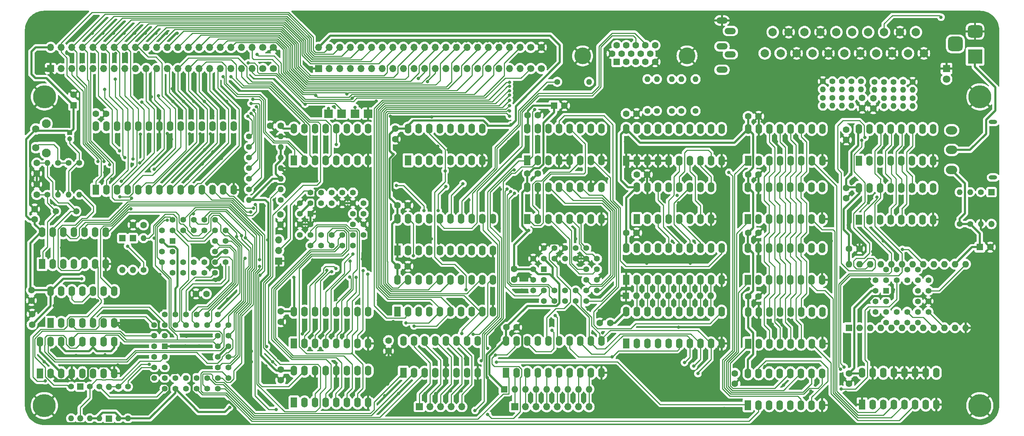
<source format=gbr>
%TF.GenerationSoftware,KiCad,Pcbnew,7.0.10*%
%TF.CreationDate,2024-05-18T10:40:10+01:00*%
%TF.ProjectId,v1c,7631632e-6b69-4636-9164-5f7063625858,rev?*%
%TF.SameCoordinates,Original*%
%TF.FileFunction,Copper,L1,Top*%
%TF.FilePolarity,Positive*%
%FSLAX46Y46*%
G04 Gerber Fmt 4.6, Leading zero omitted, Abs format (unit mm)*
G04 Created by KiCad (PCBNEW 7.0.10) date 2024-05-18 10:40:10*
%MOMM*%
%LPD*%
G01*
G04 APERTURE LIST*
G04 Aperture macros list*
%AMRoundRect*
0 Rectangle with rounded corners*
0 $1 Rounding radius*
0 $2 $3 $4 $5 $6 $7 $8 $9 X,Y pos of 4 corners*
0 Add a 4 corners polygon primitive as box body*
4,1,4,$2,$3,$4,$5,$6,$7,$8,$9,$2,$3,0*
0 Add four circle primitives for the rounded corners*
1,1,$1+$1,$2,$3*
1,1,$1+$1,$4,$5*
1,1,$1+$1,$6,$7*
1,1,$1+$1,$8,$9*
0 Add four rect primitives between the rounded corners*
20,1,$1+$1,$2,$3,$4,$5,0*
20,1,$1+$1,$4,$5,$6,$7,0*
20,1,$1+$1,$6,$7,$8,$9,0*
20,1,$1+$1,$8,$9,$2,$3,0*%
G04 Aperture macros list end*
%TA.AperFunction,ComponentPad*%
%ADD10C,1.600000*%
%TD*%
%TA.AperFunction,ComponentPad*%
%ADD11R,1.600000X1.600000*%
%TD*%
%TA.AperFunction,ComponentPad*%
%ADD12O,1.600000X1.600000*%
%TD*%
%TA.AperFunction,ComponentPad*%
%ADD13R,1.422400X1.422400*%
%TD*%
%TA.AperFunction,ComponentPad*%
%ADD14C,1.422400*%
%TD*%
%TA.AperFunction,ComponentPad*%
%ADD15R,1.600000X2.400000*%
%TD*%
%TA.AperFunction,ComponentPad*%
%ADD16O,1.600000X2.400000*%
%TD*%
%TA.AperFunction,ComponentPad*%
%ADD17R,3.500000X3.500000*%
%TD*%
%TA.AperFunction,ComponentPad*%
%ADD18RoundRect,0.750000X-1.000000X0.750000X-1.000000X-0.750000X1.000000X-0.750000X1.000000X0.750000X0*%
%TD*%
%TA.AperFunction,ComponentPad*%
%ADD19RoundRect,0.875000X-0.875000X0.875000X-0.875000X-0.875000X0.875000X-0.875000X0.875000X0.875000X0*%
%TD*%
%TA.AperFunction,ComponentPad*%
%ADD20C,4.000000*%
%TD*%
%TA.AperFunction,ComponentPad*%
%ADD21C,1.400000*%
%TD*%
%TA.AperFunction,ComponentPad*%
%ADD22O,1.400000X1.400000*%
%TD*%
%TA.AperFunction,ComponentPad*%
%ADD23R,1.200000X1.200000*%
%TD*%
%TA.AperFunction,ComponentPad*%
%ADD24C,1.200000*%
%TD*%
%TA.AperFunction,ComponentPad*%
%ADD25R,1.500000X1.500000*%
%TD*%
%TA.AperFunction,ComponentPad*%
%ADD26O,1.500000X1.500000*%
%TD*%
%TA.AperFunction,ComponentPad*%
%ADD27C,5.500000*%
%TD*%
%TA.AperFunction,ComponentPad*%
%ADD28C,2.100000*%
%TD*%
%TA.AperFunction,ComponentPad*%
%ADD29C,1.750000*%
%TD*%
%TA.AperFunction,ComponentPad*%
%ADD30R,1.700000X1.700000*%
%TD*%
%TA.AperFunction,ComponentPad*%
%ADD31O,1.700000X1.700000*%
%TD*%
%TA.AperFunction,ComponentPad*%
%ADD32O,2.000000X1.000000*%
%TD*%
%TA.AperFunction,ComponentPad*%
%ADD33O,2.700000X2.000000*%
%TD*%
%TA.AperFunction,SMDPad,CuDef*%
%ADD34R,2.000000X2.000000*%
%TD*%
%TA.AperFunction,ComponentPad*%
%ADD35C,1.998980*%
%TD*%
%TA.AperFunction,ComponentPad*%
%ADD36R,1.800000X1.800000*%
%TD*%
%TA.AperFunction,ComponentPad*%
%ADD37C,1.800000*%
%TD*%
%TA.AperFunction,ComponentPad*%
%ADD38C,1.700000*%
%TD*%
%TA.AperFunction,ComponentPad*%
%ADD39O,2.700000X1.500000*%
%TD*%
%TA.AperFunction,ComponentPad*%
%ADD40C,1.500000*%
%TD*%
%TA.AperFunction,ViaPad*%
%ADD41C,0.800000*%
%TD*%
%TA.AperFunction,Conductor*%
%ADD42C,0.500000*%
%TD*%
%TA.AperFunction,Conductor*%
%ADD43C,0.250000*%
%TD*%
G04 APERTURE END LIST*
D10*
%TO.P,Cd11,1*%
%TO.N,+5V*%
X101600000Y-126365000D03*
%TO.P,Cd11,2*%
%TO.N,GND*%
X101600000Y-128865000D03*
%TD*%
D11*
%TO.P,U20,1,D7*%
%TO.N,D7*%
X237633000Y-116325000D03*
D12*
%TO.P,U20,2,D6*%
%TO.N,D6*%
X240173000Y-116325000D03*
%TO.P,U20,3,D5*%
%TO.N,D5*%
X242713000Y-116325000D03*
%TO.P,U20,4,D4*%
%TO.N,D4*%
X245253000Y-116325000D03*
%TO.P,U20,5,D3*%
%TO.N,D3*%
X247793000Y-116325000D03*
%TO.P,U20,6,D2*%
%TO.N,D2*%
X250333000Y-116325000D03*
%TO.P,U20,7,D1*%
%TO.N,D1*%
X252873000Y-116325000D03*
%TO.P,U20,8,D0*%
%TO.N,D0*%
X255413000Y-116325000D03*
%TO.P,U20,9,CLK0*%
%TO.N,3M*%
X257953000Y-116325000D03*
%TO.P,U20,10,OUT0*%
%TO.N,/Audio/Osc 1*%
X260493000Y-116325000D03*
%TO.P,U20,11,G0*%
%TO.N,+5V*%
X263033000Y-116325000D03*
%TO.P,U20,12,GND*%
%TO.N,GND*%
X265573000Y-116325000D03*
%TO.P,U20,13,OUT1*%
%TO.N,/Audio/Osc 2*%
X265573000Y-101085000D03*
%TO.P,U20,14,G1*%
%TO.N,+5V*%
X263033000Y-101085000D03*
%TO.P,U20,15,CLK1*%
%TO.N,3M*%
X260493000Y-101085000D03*
%TO.P,U20,16,G2*%
%TO.N,+5V*%
X257953000Y-101085000D03*
%TO.P,U20,17,OUT2*%
%TO.N,/Audio/Osc 3*%
X255413000Y-101085000D03*
%TO.P,U20,18,CLK2*%
%TO.N,3M*%
X252873000Y-101085000D03*
%TO.P,U20,19,A0*%
%TO.N,A0*%
X250333000Y-101085000D03*
%TO.P,U20,20,A1*%
%TO.N,A1*%
X247793000Y-101085000D03*
%TO.P,U20,21,~{CS}*%
%TO.N,~{OscWr}*%
X245253000Y-101085000D03*
%TO.P,U20,22,~{RD}*%
%TO.N,~{R}{slash}W*%
X242713000Y-101085000D03*
%TO.P,U20,23,~{WR}*%
%TO.N,R{slash}~{W}*%
X240173000Y-101085000D03*
%TO.P,U20,24,VCC*%
%TO.N,+5V*%
X237633000Y-101085000D03*
%TD*%
D13*
%TO.P,U5,1,A18*%
%TO.N,GND*%
X108743000Y-89000000D03*
D14*
%TO.P,U5,2,A16*%
X106203000Y-91540000D03*
%TO.P,U5,3,A15*%
X108743000Y-91540000D03*
%TO.P,U5,4,A12*%
%TO.N,Net-(U4-Q8)*%
X106203000Y-94080000D03*
%TO.P,U5,5,A7*%
%TO.N,Net-(U4-Q3)*%
X108743000Y-96620000D03*
%TO.P,U5,6,A6*%
%TO.N,Net-(U4-Q2)*%
X108743000Y-94080000D03*
%TO.P,U5,7,A5*%
%TO.N,Net-(U4-Q1)*%
X111283000Y-96620000D03*
%TO.P,U5,8,A4*%
%TO.N,Net-(U4-Q0)*%
X111283000Y-94080000D03*
%TO.P,U5,9,A3*%
%TO.N,Net-(U3-Q7)*%
X113823000Y-96620000D03*
%TO.P,U5,10,A2*%
%TO.N,Net-(U3-Q6)*%
X113823000Y-94080000D03*
%TO.P,U5,11,A1*%
%TO.N,AudioMux1*%
X116363000Y-96620000D03*
%TO.P,U5,12,A0*%
%TO.N,AudioMux0*%
X116363000Y-94080000D03*
%TO.P,U5,13,D0*%
%TO.N,Net-(U5-D0)*%
X118903000Y-96620000D03*
%TO.P,U5,14,D1*%
%TO.N,Net-(U5-D1)*%
X121443000Y-94080000D03*
%TO.P,U5,15,D2*%
%TO.N,Net-(U5-D2)*%
X118903000Y-94080000D03*
%TO.P,U5,16,VSS*%
%TO.N,GND*%
X121443000Y-91540000D03*
%TO.P,U5,17,D3*%
%TO.N,Net-(U5-D3)*%
X118903000Y-91540000D03*
%TO.P,U5,18,D4*%
%TO.N,Net-(U5-D4)*%
X121443000Y-89000000D03*
%TO.P,U5,19,D5*%
%TO.N,Net-(U5-D5)*%
X118903000Y-89000000D03*
%TO.P,U5,20,D6*%
%TO.N,Net-(U5-D6)*%
X121443000Y-86460000D03*
%TO.P,U5,21,D7*%
%TO.N,Net-(U5-D7)*%
X118903000Y-83920000D03*
%TO.P,U5,22,~{CE}*%
%TO.N,GND*%
X118903000Y-86460000D03*
%TO.P,U5,23,A10*%
%TO.N,Net-(U4-Q6)*%
X116363000Y-83920000D03*
%TO.P,U5,24,~{OE}*%
%TO.N,GND*%
X116363000Y-86460000D03*
%TO.P,U5,25,A11*%
%TO.N,Net-(U4-Q7)*%
X113823000Y-83920000D03*
%TO.P,U5,26,A9*%
%TO.N,Net-(U4-Q5)*%
X113823000Y-86460000D03*
%TO.P,U5,27,A8*%
%TO.N,Net-(U4-Q4)*%
X111283000Y-83920000D03*
%TO.P,U5,28,A13*%
%TO.N,Net-(U4-Q9)*%
X111283000Y-86460000D03*
%TO.P,U5,29,A14*%
%TO.N,Net-(J9-Pin_2)*%
X108743000Y-83920000D03*
%TO.P,U5,30,A17*%
%TO.N,GND*%
X106203000Y-86460000D03*
%TO.P,U5,31,~{WE}*%
%TO.N,+5V*%
X108743000Y-86460000D03*
%TO.P,U5,32,VDD*%
X106203000Y-89000000D03*
%TD*%
D10*
%TO.P,Cd4,1*%
%TO.N,+5V*%
X129540000Y-101600000D03*
%TO.P,Cd4,2*%
%TO.N,GND*%
X132040000Y-101600000D03*
%TD*%
%TO.P,C5,1*%
%TO.N,GND*%
X243500000Y-63819000D03*
%TO.P,C5,2*%
%TO.N,Net-(C5-Pad2)*%
X243500000Y-61319000D03*
%TD*%
%TO.P,Cd28,1*%
%TO.N,+5V*%
X213528000Y-79612000D03*
%TO.P,Cd28,2*%
%TO.N,GND*%
X216028000Y-79612000D03*
%TD*%
D15*
%TO.P,U19,1,D2*%
%TO.N,D5*%
X240030000Y-76300000D03*
D16*
%TO.P,U19,2,D3*%
%TO.N,D6*%
X242570000Y-76300000D03*
%TO.P,U19,3,D4*%
%TO.N,D7*%
X245110000Y-76300000D03*
%TO.P,U19,4,Rb*%
%TO.N,AudioMux1*%
X247650000Y-76300000D03*
%TO.P,U19,5,Ra*%
%TO.N,AudioMux0*%
X250190000Y-76300000D03*
%TO.P,U19,6,Q4*%
%TO.N,/Audio/L3*%
X252730000Y-76300000D03*
%TO.P,U19,7,Q3*%
%TO.N,/Audio/L2*%
X255270000Y-76300000D03*
%TO.P,U19,8,GND*%
%TO.N,GND*%
X257810000Y-76300000D03*
%TO.P,U19,9,Q2*%
%TO.N,/Audio/L1*%
X257810000Y-68680000D03*
%TO.P,U19,10,Q1*%
%TO.N,/Audio/L0*%
X255270000Y-68680000D03*
%TO.P,U19,11,~{Er}*%
%TO.N,/Audio/Sout*%
X252730000Y-68680000D03*
%TO.P,U19,12,~{Ew}*%
%TO.N,/Audio/volume*%
X250190000Y-68680000D03*
%TO.P,U19,13,Wb*%
%TO.N,A1*%
X247650000Y-68680000D03*
%TO.P,U19,14,Wa*%
%TO.N,A0*%
X245110000Y-68680000D03*
%TO.P,U19,15,D1*%
%TO.N,D4*%
X242570000Y-68680000D03*
%TO.P,U19,16,VCC*%
%TO.N,+5V*%
X240030000Y-68680000D03*
%TD*%
D17*
%TO.P,J3,1*%
%TO.N,VBUS*%
X267857500Y-51300000D03*
D18*
%TO.P,J3,2*%
%TO.N,GND*%
X267857500Y-45300000D03*
D19*
%TO.P,J3,MP,MountPin*%
%TO.N,unconnected-(J3-MountPin-PadMP)*%
X263157500Y-48300000D03*
%TD*%
D20*
%TO.P,J7,0*%
%TO.N,GND*%
X198890000Y-51181000D03*
X173890000Y-51181000D03*
D11*
%TO.P,J7,1*%
%TO.N,VRed*%
X182075000Y-52601000D03*
D10*
%TO.P,J7,2*%
%TO.N,VGreen*%
X184365000Y-52601000D03*
%TO.P,J7,3*%
%TO.N,VBlue*%
X186655000Y-52601000D03*
%TO.P,J7,4*%
%TO.N,unconnected-(J7-Pad4)*%
X188945000Y-52601000D03*
%TO.P,J7,5*%
%TO.N,GND*%
X191235000Y-52601000D03*
%TO.P,J7,6*%
X180930000Y-50621000D03*
%TO.P,J7,7*%
X183220000Y-50621000D03*
%TO.P,J7,8*%
X185510000Y-50621000D03*
%TO.P,J7,9*%
X187800000Y-50621000D03*
%TO.P,J7,10*%
X190090000Y-50621000D03*
%TO.P,J7,11*%
%TO.N,unconnected-(J7-Pad11)*%
X182075000Y-48641000D03*
%TO.P,J7,12*%
%TO.N,unconnected-(J7-Pad12)*%
X184365000Y-48641000D03*
%TO.P,J7,13*%
%TO.N,~{HSync}*%
X186655000Y-48641000D03*
%TO.P,J7,14*%
%TO.N,~{VSync}*%
X188945000Y-48641000D03*
%TO.P,J7,15*%
%TO.N,unconnected-(J7-Pad15)*%
X191235000Y-48641000D03*
%TD*%
D21*
%TO.P,R25,1*%
%TO.N,Net-(R20-Pad1)*%
X236007000Y-57270000D03*
D22*
%TO.P,R25,2*%
%TO.N,Net-(R21-Pad1)*%
X236007000Y-59170000D03*
%TD*%
D21*
%TO.P,R10,1*%
%TO.N,A12*%
X93980000Y-78105000D03*
D22*
%TO.P,R10,2*%
%TO.N,GND*%
X101600000Y-78105000D03*
%TD*%
D15*
%TO.P,U18,1,D2*%
%TO.N,D1*%
X240030000Y-90407000D03*
D16*
%TO.P,U18,2,D3*%
%TO.N,D2*%
X242570000Y-90407000D03*
%TO.P,U18,3,D4*%
%TO.N,D3*%
X245110000Y-90407000D03*
%TO.P,U18,4,Rb*%
%TO.N,AudioMux1*%
X247650000Y-90407000D03*
%TO.P,U18,5,Ra*%
%TO.N,AudioMux0*%
X250190000Y-90407000D03*
%TO.P,U18,6,Q4*%
%TO.N,/Audio/R3*%
X252730000Y-90407000D03*
%TO.P,U18,7,Q3*%
%TO.N,/Audio/R2*%
X255270000Y-90407000D03*
%TO.P,U18,8,GND*%
%TO.N,GND*%
X257810000Y-90407000D03*
%TO.P,U18,9,Q2*%
%TO.N,/Audio/R1*%
X257810000Y-82787000D03*
%TO.P,U18,10,Q1*%
%TO.N,/Audio/R0*%
X255270000Y-82787000D03*
%TO.P,U18,11,~{Er}*%
%TO.N,/Audio/Sout*%
X252730000Y-82787000D03*
%TO.P,U18,12,~{Ew}*%
%TO.N,/Audio/volume*%
X250190000Y-82787000D03*
%TO.P,U18,13,Wb*%
%TO.N,A1*%
X247650000Y-82787000D03*
%TO.P,U18,14,Wa*%
%TO.N,A0*%
X245110000Y-82787000D03*
%TO.P,U18,15,D1*%
%TO.N,D0*%
X242570000Y-82787000D03*
%TO.P,U18,16,VCC*%
%TO.N,+5V*%
X240030000Y-82787000D03*
%TD*%
D10*
%TO.P,Cd32,1*%
%TO.N,+5V*%
X210353000Y-127237000D03*
%TO.P,Cd32,2*%
%TO.N,GND*%
X210353000Y-129737000D03*
%TD*%
D21*
%TO.P,R7,1*%
%TO.N,Net-(C2-Pad1)*%
X45720000Y-84455000D03*
D22*
%TO.P,R7,2*%
%TO.N,Net-(C3-Pad1)*%
X45720000Y-76835000D03*
%TD*%
D23*
%TO.P,C1,1*%
%TO.N,+5V*%
X51100000Y-69577400D03*
D24*
%TO.P,C1,2*%
%TO.N,Net-(C1-Pad2)*%
X51100000Y-71077400D03*
%TD*%
D21*
%TO.P,R11,1*%
%TO.N,A13*%
X93980000Y-75565000D03*
D22*
%TO.P,R11,2*%
%TO.N,+5V*%
X101600000Y-75565000D03*
%TD*%
D21*
%TO.P,R16,1*%
%TO.N,/Video/bit 1*%
X195240000Y-64372000D03*
D22*
%TO.P,R16,2*%
%TO.N,VGreen*%
X195240000Y-56752000D03*
%TD*%
D21*
%TO.P,R24,1*%
%TO.N,Net-(R19-Pad1)*%
X233721000Y-57270000D03*
D22*
%TO.P,R24,2*%
%TO.N,Net-(R20-Pad1)*%
X233721000Y-59170000D03*
%TD*%
D11*
%TO.P,RN2,1,common*%
%TO.N,+5V*%
X155098000Y-131047000D03*
D12*
%TO.P,RN2,2,R1*%
%TO.N,/IO/KeyOUT 7*%
X157638000Y-131047000D03*
%TO.P,RN2,3,R2*%
%TO.N,/IO/KeyOUT 6*%
X160178000Y-131047000D03*
%TO.P,RN2,4,R3*%
%TO.N,/IO/KeyOUT 5*%
X162718000Y-131047000D03*
%TO.P,RN2,5,R4*%
%TO.N,/IO/KeyOUT 4*%
X165258000Y-131047000D03*
%TO.P,RN2,6,R5*%
%TO.N,/IO/KeyOUT 3*%
X167798000Y-131047000D03*
%TO.P,RN2,7,R6*%
%TO.N,/IO/KeyOUT 2*%
X170338000Y-131047000D03*
%TO.P,RN2,8,R7*%
%TO.N,/IO/KeyOUT 1*%
X172878000Y-131047000D03*
%TO.P,RN2,9,R8*%
%TO.N,/IO/KeyOUT 0*%
X175418000Y-131047000D03*
%TD*%
D21*
%TO.P,R9,1*%
%TO.N,A11*%
X93980000Y-80645000D03*
D22*
%TO.P,R9,2*%
%TO.N,+5V*%
X101600000Y-80645000D03*
%TD*%
D25*
%TO.P,D4,1,K*%
%TO.N,Net-(D4-K)*%
X66208000Y-94852000D03*
D26*
%TO.P,D4,2,A*%
%TO.N,ROM DISABLE*%
X66208000Y-102472000D03*
%TD*%
D27*
%TO.P,H2,1,1*%
%TO.N,GND*%
X45000000Y-135000000D03*
%TD*%
D15*
%TO.P,U3,1,Q1*%
%TO.N,3M*%
X104775000Y-134222000D03*
D16*
%TO.P,U3,2,Q2*%
%TO.N,1M*%
X107315000Y-134222000D03*
%TO.P,U3,3,Q3*%
%TO.N,750K*%
X109855000Y-134222000D03*
%TO.P,U3,4,Q4*%
%TO.N,AudioMux0*%
X112395000Y-134222000D03*
%TO.P,U3,5,Q5*%
%TO.N,AudioMux1*%
X114935000Y-134222000D03*
%TO.P,U3,6,Q6*%
%TO.N,Net-(U3-Q6)*%
X117475000Y-134222000D03*
%TO.P,U3,7,Q7*%
%TO.N,Net-(U3-Q7)*%
X120015000Y-134222000D03*
%TO.P,U3,8,GND*%
%TO.N,GND*%
X122555000Y-134222000D03*
%TO.P,U3,9,~{RCO}*%
%TO.N,unconnected-(U3-~{RCO}-Pad9)*%
X122555000Y-126602000D03*
%TO.P,U3,10,~{MRC}*%
%TO.N,+5V*%
X120015000Y-126602000D03*
%TO.P,U3,11,CPC*%
%TO.N,12M*%
X117475000Y-126602000D03*
%TO.P,U3,12,~{CE}*%
%TO.N,GND*%
X114935000Y-126602000D03*
%TO.P,U3,13,CPR*%
%TO.N,12M*%
X112395000Y-126602000D03*
%TO.P,U3,14,~{OE}*%
%TO.N,GND*%
X109855000Y-126602000D03*
%TO.P,U3,15,Q0*%
%TO.N,6M*%
X107315000Y-126602000D03*
%TO.P,U3,16,VCC*%
%TO.N,+5V*%
X104775000Y-126602000D03*
%TD*%
D15*
%TO.P,U16,1,E*%
%TO.N,~{VolWr}*%
X213493000Y-134857000D03*
D16*
%TO.P,U16,2,A0*%
%TO.N,A2*%
X216033000Y-134857000D03*
%TO.P,U16,3,A1*%
%TO.N,3M*%
X218573000Y-134857000D03*
%TO.P,U16,4,O0*%
%TO.N,unconnected-(U16A-O0-Pad4)*%
X221113000Y-134857000D03*
%TO.P,U16,5,O1*%
%TO.N,unconnected-(U16A-O1-Pad5)*%
X223653000Y-134857000D03*
%TO.P,U16,6,O2*%
%TO.N,/Audio/volume*%
X226193000Y-134857000D03*
%TO.P,U16,7,O3*%
%TO.N,Net-(U16A-O3)*%
X228733000Y-134857000D03*
%TO.P,U16,8,GND*%
%TO.N,GND*%
X231273000Y-134857000D03*
%TO.P,U16,9,O3*%
%TO.N,/Audio/wave 4*%
X231273000Y-127237000D03*
%TO.P,U16,10,O2*%
%TO.N,/Audio/wave 3*%
X228733000Y-127237000D03*
%TO.P,U16,11,O1*%
%TO.N,/Audio/wave 2*%
X226193000Y-127237000D03*
%TO.P,U16,12,O0*%
%TO.N,/Audio/wave 1*%
X223653000Y-127237000D03*
%TO.P,U16,13,A1*%
%TO.N,A1*%
X221113000Y-127237000D03*
%TO.P,U16,14,A0*%
%TO.N,A0*%
X218573000Y-127237000D03*
%TO.P,U16,15,E*%
%TO.N,Net-(U16A-O3)*%
X216033000Y-127237000D03*
%TO.P,U16,16,VCC*%
%TO.N,+5V*%
X213493000Y-127237000D03*
%TD*%
D21*
%TO.P,R39,1*%
%TO.N,~{Sync}*%
X167808000Y-57387000D03*
D22*
%TO.P,R39,2*%
%TO.N,Net-(J4-P19)*%
X175428000Y-57387000D03*
%TD*%
D21*
%TO.P,R34,1*%
%TO.N,Net-(R29-Pad1)*%
X248326000Y-57387000D03*
D22*
%TO.P,R34,2*%
%TO.N,Net-(R30-Pad1)*%
X248326000Y-59287000D03*
%TD*%
D10*
%TO.P,C3,1*%
%TO.N,Net-(C3-Pad1)*%
X43180000Y-76855000D03*
%TO.P,C3,2*%
%TO.N,GND*%
X43180000Y-79355000D03*
%TD*%
D15*
%TO.P,U7,1,A0*%
%TO.N,3M*%
X160655000Y-76200000D03*
D16*
%TO.P,U7,2,A1*%
%TO.N,1M*%
X163195000Y-76200000D03*
%TO.P,U7,3,A2*%
%TO.N,750K*%
X165735000Y-76200000D03*
%TO.P,U7,4,~{E0}*%
%TO.N,GND*%
X168275000Y-76200000D03*
%TO.P,U7,5,~{E1}*%
X170815000Y-76200000D03*
%TO.P,U7,6,E2*%
%TO.N,6M*%
X173355000Y-76200000D03*
%TO.P,U7,7,~{Y7}*%
%TO.N,~{PalGet}*%
X175895000Y-76200000D03*
%TO.P,U7,8,GND*%
%TO.N,GND*%
X178435000Y-76200000D03*
%TO.P,U7,9,~{Y6}*%
%TO.N,~{RegTick}*%
X178435000Y-68580000D03*
%TO.P,U7,10,~{Y5}*%
%TO.N,unconnected-(U7-~{Y5}-Pad10)*%
X175895000Y-68580000D03*
%TO.P,U7,11,~{Y4}*%
%TO.N,unconnected-(U7-~{Y4}-Pad11)*%
X173355000Y-68580000D03*
%TO.P,U7,12,~{Y3}*%
%TO.N,~{ChrGet}*%
X170815000Y-68580000D03*
%TO.P,U7,13,~{Y2}*%
%TO.N,~{PalPush}*%
X168275000Y-68580000D03*
%TO.P,U7,14,~{Y1}*%
%TO.N,unconnected-(U7-~{Y1}-Pad14)*%
X165735000Y-68580000D03*
%TO.P,U7,15,~{Y0}*%
%TO.N,unconnected-(U7-~{Y0}-Pad15)*%
X163195000Y-68580000D03*
%TO.P,U7,16,VCC*%
%TO.N,+5V*%
X160655000Y-68580000D03*
%TD*%
D21*
%TO.P,R2,1*%
%TO.N,R{slash}~{W}*%
X101600000Y-85725000D03*
D22*
%TO.P,R2,2*%
%TO.N,+5V*%
X93980000Y-85725000D03*
%TD*%
D28*
%TO.P,SW1,*%
%TO.N,*%
X45466000Y-74422000D03*
X45466000Y-67412000D03*
D29*
%TO.P,SW1,1,1*%
%TO.N,Net-(R4-Pad1)*%
X42976000Y-73172000D03*
%TO.P,SW1,2,2*%
%TO.N,+5V*%
X42976000Y-68672000D03*
%TD*%
D15*
%TO.P,U2,1*%
%TO.N,Net-(C2-Pad1)*%
X44450000Y-101065000D03*
D16*
%TO.P,U2,2*%
%TO.N,Net-(C3-Pad1)*%
X46990000Y-101065000D03*
%TO.P,U2,3*%
%TO.N,B7*%
X49530000Y-101065000D03*
%TO.P,U2,4*%
%TO.N,~{B7}*%
X52070000Y-101065000D03*
%TO.P,U2,5*%
%TO.N,Net-(R6-Pad2)*%
X54610000Y-101065000D03*
%TO.P,U2,6*%
%TO.N,Net-(D6-K)*%
X57150000Y-101065000D03*
%TO.P,U2,7,GND*%
%TO.N,GND*%
X59690000Y-101065000D03*
%TO.P,U2,8*%
%TO.N,~{R}{slash}W*%
X59690000Y-93445000D03*
%TO.P,U2,9*%
%TO.N,R{slash}~{W}*%
X57150000Y-93445000D03*
%TO.P,U2,10*%
%TO.N,~{6M}*%
X54610000Y-93445000D03*
%TO.P,U2,11*%
%TO.N,6M*%
X52070000Y-93445000D03*
%TO.P,U2,12*%
%TO.N,12M*%
X49530000Y-93445000D03*
%TO.P,U2,13*%
%TO.N,Net-(C3-Pad1)*%
X46990000Y-93445000D03*
%TO.P,U2,14,VCC*%
%TO.N,+5V*%
X44450000Y-93445000D03*
%TD*%
D21*
%TO.P,R22,1*%
%TO.N,Net-(C4-Pad2)*%
X238293000Y-61202000D03*
D22*
%TO.P,R22,2*%
%TO.N,/Audio/L3*%
X238293000Y-63102000D03*
%TD*%
D21*
%TO.P,R5,1*%
%TO.N,Net-(R4-Pad1)*%
X50800000Y-76835000D03*
D22*
%TO.P,R5,2*%
%TO.N,Net-(C1-Pad2)*%
X50800000Y-84455000D03*
%TD*%
D30*
%TO.P,J2,1,Pin_1*%
%TO.N,/IO/KeyOUT 7*%
X157638000Y-135255000D03*
D31*
%TO.P,J2,2,Pin_2*%
%TO.N,/IO/KeyOUT 6*%
X160178000Y-135255000D03*
%TO.P,J2,3,Pin_3*%
%TO.N,/IO/KeyOUT 5*%
X162718000Y-135255000D03*
%TO.P,J2,4,Pin_4*%
%TO.N,/IO/KeyOUT 4*%
X165258000Y-135255000D03*
%TO.P,J2,5,Pin_5*%
%TO.N,/IO/KeyOUT 3*%
X167798000Y-135255000D03*
%TO.P,J2,6,Pin_6*%
%TO.N,/IO/KeyOUT 2*%
X170338000Y-135255000D03*
%TO.P,J2,7,Pin_7*%
%TO.N,/IO/KeyOUT 1*%
X172878000Y-135255000D03*
%TO.P,J2,8,Pin_8*%
%TO.N,/IO/KeyOUT 0*%
X175418000Y-135255000D03*
%TD*%
D21*
%TO.P,R15,1*%
%TO.N,/Video/bit 1*%
X191684000Y-64372000D03*
D22*
%TO.P,R15,2*%
%TO.N,VBlue*%
X191684000Y-56752000D03*
%TD*%
D21*
%TO.P,R6,1*%
%TO.N,Net-(C1-Pad2)*%
X53340000Y-76835000D03*
D22*
%TO.P,R6,2*%
%TO.N,Net-(R6-Pad2)*%
X53340000Y-84455000D03*
%TD*%
D21*
%TO.P,R32,1*%
%TO.N,GND*%
X252898000Y-57408000D03*
D22*
%TO.P,R32,2*%
%TO.N,Net-(R28-Pad1)*%
X252898000Y-59308000D03*
%TD*%
D32*
%TO.P,SW2,*%
%TO.N,*%
X272155000Y-80310000D03*
X272155000Y-67010000D03*
D33*
%TO.P,SW2,1,A*%
%TO.N,+5V*%
X262255000Y-78510000D03*
%TO.P,SW2,2,B*%
%TO.N,VBUS*%
X262255000Y-73710000D03*
%TO.P,SW2,3,C*%
%TO.N,unconnected-(SW2-C-Pad3)*%
X262255000Y-69010000D03*
%TD*%
D21*
%TO.P,R38,1*%
%TO.N,+5V*%
X266700000Y-91440000D03*
D22*
%TO.P,R38,2*%
%TO.N,Net-(D2-A)*%
X266700000Y-83820000D03*
%TD*%
D10*
%TO.P,Cd27,1*%
%TO.N,+5V*%
X42672000Y-90367000D03*
%TO.P,Cd27,2*%
%TO.N,GND*%
X42672000Y-87867000D03*
%TD*%
D21*
%TO.P,R21,1*%
%TO.N,Net-(R21-Pad1)*%
X236007000Y-61202000D03*
D22*
%TO.P,R21,2*%
%TO.N,/Audio/L2*%
X236007000Y-63102000D03*
%TD*%
D10*
%TO.P,Cd1,1*%
%TO.N,+5V*%
X180508000Y-115172000D03*
%TO.P,Cd1,2*%
%TO.N,GND*%
X178008000Y-115172000D03*
%TD*%
D21*
%TO.P,R3,1*%
%TO.N,~{NMI}*%
X58166000Y-130412000D03*
D22*
%TO.P,R3,2*%
%TO.N,+5V*%
X58166000Y-138032000D03*
%TD*%
D15*
%TO.P,U15,1,OE*%
%TO.N,GND*%
X184308000Y-76300000D03*
D16*
%TO.P,U15,2,D0*%
X186848000Y-76300000D03*
%TO.P,U15,3,D1*%
X189388000Y-76300000D03*
%TO.P,U15,4,D2*%
X191928000Y-76300000D03*
%TO.P,U15,5,D3*%
X194468000Y-76300000D03*
%TO.P,U15,6,D4*%
%TO.N,Net-(U14-Za)*%
X197008000Y-76300000D03*
%TO.P,U15,7,D5*%
%TO.N,Net-(U14-Zb)*%
X199548000Y-76300000D03*
%TO.P,U15,8,D6*%
%TO.N,Net-(U14-Zc)*%
X202088000Y-76300000D03*
%TO.P,U15,9,D7*%
%TO.N,Net-(U14-Zd)*%
X204628000Y-76300000D03*
%TO.P,U15,10,GND*%
%TO.N,GND*%
X207168000Y-76300000D03*
%TO.P,U15,11,Cp*%
%TO.N,~{6M}*%
X207168000Y-68680000D03*
%TO.P,U15,12,Q7*%
%TO.N,/Video/bit 3*%
X204628000Y-68680000D03*
%TO.P,U15,13,Q6*%
%TO.N,/Video/bit 2*%
X202088000Y-68680000D03*
%TO.P,U15,14,Q5*%
%TO.N,/Video/bit 1*%
X199548000Y-68680000D03*
%TO.P,U15,15,Q4*%
%TO.N,/Video/bit 0*%
X197008000Y-68680000D03*
%TO.P,U15,16,Q3*%
%TO.N,unconnected-(U15-Q3-Pad16)*%
X194468000Y-68680000D03*
%TO.P,U15,17,Q2*%
%TO.N,unconnected-(U15-Q2-Pad17)*%
X191928000Y-68680000D03*
%TO.P,U15,18,Q1*%
%TO.N,unconnected-(U15-Q1-Pad18)*%
X189388000Y-68680000D03*
%TO.P,U15,19,Q0*%
%TO.N,unconnected-(U15-Q0-Pad19)*%
X186848000Y-68680000D03*
%TO.P,U15,20,VCC*%
%TO.N,+5V*%
X184308000Y-68680000D03*
%TD*%
D10*
%TO.P,Cd15,1*%
%TO.N,+5V*%
X41910000Y-107315000D03*
%TO.P,Cd15,2*%
%TO.N,GND*%
X41910000Y-109815000D03*
%TD*%
%TO.P,Cd30,1*%
%TO.N,+5V*%
X213528000Y-65642000D03*
%TO.P,Cd30,2*%
%TO.N,GND*%
X216028000Y-65642000D03*
%TD*%
D15*
%TO.P,U17,1,Ea*%
%TO.N,GND*%
X240813000Y-134710000D03*
D16*
%TO.P,U17,2,S1*%
%TO.N,AudioMux1*%
X243353000Y-134710000D03*
%TO.P,U17,3,I3a*%
%TO.N,/Audio/Ch4*%
X245893000Y-134710000D03*
%TO.P,U17,4,I2a*%
%TO.N,/Audio/Ch3*%
X248433000Y-134710000D03*
%TO.P,U17,5,I1a*%
%TO.N,/Audio/Ch2*%
X250973000Y-134710000D03*
%TO.P,U17,6,I0a*%
%TO.N,/Audio/Ch1*%
X253513000Y-134710000D03*
%TO.P,U17,7,Za*%
%TO.N,/Audio/Sout*%
X256053000Y-134710000D03*
%TO.P,U17,8,GND*%
%TO.N,GND*%
X258593000Y-134710000D03*
%TO.P,U17,9,Zb*%
%TO.N,unconnected-(U17-Zb-Pad9)*%
X258593000Y-127090000D03*
%TO.P,U17,10,I0b*%
%TO.N,GND*%
X256053000Y-127090000D03*
%TO.P,U17,11,I1b*%
X253513000Y-127090000D03*
%TO.P,U17,12,I2b*%
X250973000Y-127090000D03*
%TO.P,U17,13,I3b*%
X248433000Y-127090000D03*
%TO.P,U17,14,S0*%
%TO.N,AudioMux0*%
X245893000Y-127090000D03*
%TO.P,U17,15,Eb*%
%TO.N,GND*%
X243353000Y-127090000D03*
%TO.P,U17,16,VCC*%
%TO.N,+5V*%
X240813000Y-127090000D03*
%TD*%
D10*
%TO.P,C2,1*%
%TO.N,Net-(C2-Pad1)*%
X43180000Y-84415000D03*
%TO.P,C2,2*%
%TO.N,GND*%
X43180000Y-81915000D03*
%TD*%
%TO.P,Cd9,1*%
%TO.N,+5V*%
X213528000Y-93582000D03*
%TO.P,Cd9,2*%
%TO.N,GND*%
X216028000Y-93582000D03*
%TD*%
%TO.P,Cd29,1*%
%TO.N,+5V*%
X160695000Y-65405000D03*
%TO.P,Cd29,2*%
%TO.N,GND*%
X163195000Y-65405000D03*
%TD*%
D21*
%TO.P,R1,1*%
%TO.N,RDY*%
X55880000Y-130412000D03*
D22*
%TO.P,R1,2*%
%TO.N,+5V*%
X55880000Y-138032000D03*
%TD*%
D21*
%TO.P,R28,1*%
%TO.N,Net-(R28-Pad1)*%
X252898000Y-61319000D03*
D22*
%TO.P,R28,2*%
%TO.N,/Audio/R0*%
X252898000Y-63219000D03*
%TD*%
D10*
%TO.P,Cd19,1*%
%TO.N,+5V*%
X101600000Y-67945000D03*
%TO.P,Cd19,2*%
%TO.N,GND*%
X99100000Y-67945000D03*
%TD*%
D21*
%TO.P,R14,1*%
%TO.N,/Video/bit 0*%
X189398000Y-64372000D03*
D22*
%TO.P,R14,2*%
%TO.N,VBlue*%
X189398000Y-56752000D03*
%TD*%
D10*
%TO.P,Cd2,1*%
%TO.N,+5V*%
X155595000Y-116205000D03*
%TO.P,Cd2,2*%
%TO.N,GND*%
X158095000Y-116205000D03*
%TD*%
D15*
%TO.P,U32,1,~{Mr}*%
%TO.N,~{VP}*%
X129540000Y-112495000D03*
D16*
%TO.P,U32,2,Q0*%
%TO.N,B0*%
X132080000Y-112495000D03*
%TO.P,U32,3,D0*%
%TO.N,D0*%
X134620000Y-112495000D03*
%TO.P,U32,4,D1*%
%TO.N,D1*%
X137160000Y-112495000D03*
%TO.P,U32,5,Q1*%
%TO.N,B1*%
X139700000Y-112495000D03*
%TO.P,U32,6,Q2*%
%TO.N,B2*%
X142240000Y-112495000D03*
%TO.P,U32,7,D2*%
%TO.N,D2*%
X144780000Y-112495000D03*
%TO.P,U32,8,D3*%
%TO.N,D3*%
X147320000Y-112495000D03*
%TO.P,U32,9,Q3*%
%TO.N,B3*%
X149860000Y-112495000D03*
%TO.P,U32,10,GND*%
%TO.N,GND*%
X152400000Y-112495000D03*
%TO.P,U32,11,Cp*%
%TO.N,/IO/BANK*%
X152400000Y-104875000D03*
%TO.P,U32,12,Q4*%
%TO.N,B4*%
X149860000Y-104875000D03*
%TO.P,U32,13,D4*%
%TO.N,D4*%
X147320000Y-104875000D03*
%TO.P,U32,14,D5*%
%TO.N,D5*%
X144780000Y-104875000D03*
%TO.P,U32,15,Q5*%
%TO.N,B5*%
X142240000Y-104875000D03*
%TO.P,U32,16,Q6*%
%TO.N,B6*%
X139700000Y-104875000D03*
%TO.P,U32,17,D6*%
%TO.N,D6*%
X137160000Y-104875000D03*
%TO.P,U32,18,D7*%
%TO.N,D7*%
X134620000Y-104875000D03*
%TO.P,U32,19,Q7*%
%TO.N,B7*%
X132080000Y-104875000D03*
%TO.P,U32,20,VCC*%
%TO.N,+5V*%
X129540000Y-104875000D03*
%TD*%
D11*
%TO.P,C7,1*%
%TO.N,+5V*%
X167045000Y-63102000D03*
D10*
%TO.P,C7,2*%
%TO.N,GND*%
X169545000Y-63102000D03*
%TD*%
%TO.P,Cd13,1*%
%TO.N,+5V*%
X42078000Y-115570000D03*
%TO.P,Cd13,2*%
%TO.N,GND*%
X42078000Y-113070000D03*
%TD*%
D21*
%TO.P,R4,1*%
%TO.N,Net-(R4-Pad1)*%
X48260000Y-76835000D03*
D22*
%TO.P,R4,2*%
%TO.N,GND*%
X48260000Y-84455000D03*
%TD*%
D11*
%TO.P,C6,1*%
%TO.N,+5V*%
X269000000Y-97000000D03*
D10*
%TO.P,C6,2*%
%TO.N,GND*%
X271500000Y-97000000D03*
%TD*%
D25*
%TO.P,D1,1,K*%
%TO.N,BusDriver*%
X53594000Y-130412000D03*
D26*
%TO.P,D1,2,A*%
%TO.N,RDY*%
X53594000Y-138032000D03*
%TD*%
D15*
%TO.P,U24,1,~{PL}*%
%TO.N,/Audio/wave 3*%
X213493000Y-90270000D03*
D16*
%TO.P,U24,2,CP*%
%TO.N,/Audio/Osc 3*%
X216033000Y-90270000D03*
%TO.P,U24,3,D4*%
%TO.N,D4*%
X218573000Y-90270000D03*
%TO.P,U24,4,D5*%
%TO.N,D5*%
X221113000Y-90270000D03*
%TO.P,U24,5,D6*%
%TO.N,D6*%
X223653000Y-90270000D03*
%TO.P,U24,6,D7*%
%TO.N,D7*%
X226193000Y-90270000D03*
%TO.P,U24,7,~{Q7}*%
%TO.N,/Audio/Ch3*%
X228733000Y-90270000D03*
%TO.P,U24,8,GND*%
%TO.N,GND*%
X231273000Y-90270000D03*
%TO.P,U24,9,Q7*%
%TO.N,Net-(U24-DS)*%
X231273000Y-82650000D03*
%TO.P,U24,10,DS*%
X228733000Y-82650000D03*
%TO.P,U24,11,D0*%
%TO.N,D0*%
X226193000Y-82650000D03*
%TO.P,U24,12,D1*%
%TO.N,D1*%
X223653000Y-82650000D03*
%TO.P,U24,13,D2*%
%TO.N,D2*%
X221113000Y-82650000D03*
%TO.P,U24,14,D3*%
%TO.N,D3*%
X218573000Y-82650000D03*
%TO.P,U24,15,~{CE}*%
%TO.N,GND*%
X216033000Y-82650000D03*
%TO.P,U24,16,VCC*%
%TO.N,+5V*%
X213493000Y-82650000D03*
%TD*%
D15*
%TO.P,U14,1,S*%
%TO.N,Net-(U13-Q7)*%
X186838000Y-90260000D03*
D16*
%TO.P,U14,2,I0a*%
%TO.N,/Video/Pa0*%
X189378000Y-90260000D03*
%TO.P,U14,3,I1a*%
%TO.N,/Video/Pb0*%
X191918000Y-90260000D03*
%TO.P,U14,4,Za*%
%TO.N,Net-(U14-Za)*%
X194458000Y-90260000D03*
%TO.P,U14,5,I0b*%
%TO.N,/Video/Pa1*%
X196998000Y-90260000D03*
%TO.P,U14,6,I1b*%
%TO.N,/Video/Pb1*%
X199538000Y-90260000D03*
%TO.P,U14,7,Zb*%
%TO.N,Net-(U14-Zb)*%
X202078000Y-90260000D03*
%TO.P,U14,8,GND*%
%TO.N,GND*%
X204618000Y-90260000D03*
%TO.P,U14,9,Zc*%
%TO.N,Net-(U14-Zc)*%
X204618000Y-82640000D03*
%TO.P,U14,10,I1c*%
%TO.N,/Video/Pb2*%
X202078000Y-82640000D03*
%TO.P,U14,11,I0c*%
%TO.N,/Video/Pa2*%
X199538000Y-82640000D03*
%TO.P,U14,12,Zd*%
%TO.N,Net-(U14-Zd)*%
X196998000Y-82640000D03*
%TO.P,U14,13,I1d*%
%TO.N,/Video/Pb3*%
X194458000Y-82640000D03*
%TO.P,U14,14,I0d*%
%TO.N,/Video/Pa3*%
X191918000Y-82640000D03*
%TO.P,U14,15,E*%
%TO.N,GND*%
X189378000Y-82640000D03*
%TO.P,U14,16,VCC*%
%TO.N,+5V*%
X186838000Y-82640000D03*
%TD*%
D30*
%TO.P,J9,1,Pin_1*%
%TO.N,GND*%
X101092000Y-100315000D03*
D31*
%TO.P,J9,2,Pin_2*%
%TO.N,Net-(J9-Pin_2)*%
X101092000Y-97775000D03*
%TO.P,J9,3,Pin_3*%
%TO.N,+5V*%
X101092000Y-95235000D03*
%TD*%
D34*
%TO.P,TP3,1,1*%
%TO.N,~{RESET}*%
X116205000Y-65024000D03*
%TD*%
D21*
%TO.P,R36,1*%
%TO.N,RIGHT*%
X243754000Y-57387000D03*
D22*
%TO.P,R36,2*%
%TO.N,Net-(C5-Pad2)*%
X243754000Y-59287000D03*
%TD*%
D11*
%TO.P,RN1,1,common*%
%TO.N,GND*%
X184288000Y-108685000D03*
D12*
%TO.P,RN1,2,R1*%
%TO.N,Net-(RN1-R1)*%
X186828000Y-108685000D03*
%TO.P,RN1,3,R2*%
%TO.N,Net-(RN1-R2)*%
X189368000Y-108685000D03*
%TO.P,RN1,4,R3*%
%TO.N,Net-(RN1-R3)*%
X191908000Y-108685000D03*
%TO.P,RN1,5,R4*%
%TO.N,Net-(RN1-R4)*%
X194448000Y-108685000D03*
%TO.P,RN1,6,R5*%
%TO.N,Net-(RN1-R5)*%
X196988000Y-108685000D03*
%TO.P,RN1,7,R6*%
%TO.N,Net-(RN1-R6)*%
X199528000Y-108685000D03*
%TO.P,RN1,8,R7*%
%TO.N,Net-(RN1-R7)*%
X202068000Y-108685000D03*
%TO.P,RN1,9,R8*%
%TO.N,Net-(RN1-R8)*%
X204608000Y-108685000D03*
%TD*%
D27*
%TO.P,H4,1,1*%
%TO.N,GND*%
X269000000Y-135000000D03*
%TD*%
D21*
%TO.P,R29,1*%
%TO.N,Net-(R29-Pad1)*%
X250612000Y-61319600D03*
D22*
%TO.P,R29,2*%
%TO.N,/Audio/R1*%
X250612000Y-63219600D03*
%TD*%
D10*
%TO.P,Cd20,1*%
%TO.N,+5V*%
X237698000Y-97392000D03*
%TO.P,Cd20,2*%
%TO.N,GND*%
X240198000Y-97392000D03*
%TD*%
D21*
%TO.P,R44,1*%
%TO.N,Net-(U1-\u03D51)*%
X65000000Y-130429000D03*
D22*
%TO.P,R44,2*%
%TO.N,+5V*%
X65000000Y-138049000D03*
%TD*%
D13*
%TO.P,U21,1,NC*%
%TO.N,unconnected-(U21-NC-Pad1)*%
X246523000Y-107425000D03*
D14*
%TO.P,U21,2,D7*%
%TO.N,D7*%
X243983000Y-109965000D03*
%TO.P,U21,3,D6*%
%TO.N,D6*%
X246523000Y-109965000D03*
%TO.P,U21,4,D5*%
%TO.N,D5*%
X243983000Y-112505000D03*
%TO.P,U21,5,D4*%
%TO.N,D4*%
X246523000Y-115045000D03*
%TO.P,U21,6,D3*%
%TO.N,D3*%
X246523000Y-112505000D03*
%TO.P,U21,7,D2*%
%TO.N,D2*%
X249063000Y-115045000D03*
%TO.P,U21,8,D1*%
%TO.N,D1*%
X249063000Y-112505000D03*
%TO.P,U21,9,D0*%
%TO.N,D0*%
X251603000Y-115045000D03*
%TO.P,U21,10,CLK0*%
%TO.N,3M*%
X251603000Y-112505000D03*
%TO.P,U21,11,NC*%
%TO.N,unconnected-(U21-NC-Pad11)*%
X254143000Y-115045000D03*
%TO.P,U21,12,OUT0*%
%TO.N,/Audio/Osc 1*%
X256683000Y-112505000D03*
%TO.P,U21,13,G0*%
%TO.N,+5V*%
X254143000Y-112505000D03*
%TO.P,U21,14,GND*%
%TO.N,GND*%
X256683000Y-109965000D03*
%TO.P,U21,15,NC*%
%TO.N,unconnected-(U21-NC-Pad15)*%
X254143000Y-109965000D03*
%TO.P,U21,16,OUT1*%
%TO.N,/Audio/Osc 2*%
X256683000Y-107425000D03*
%TO.P,U21,17,G1*%
%TO.N,+5V*%
X254143000Y-107425000D03*
%TO.P,U21,18,CLK1*%
%TO.N,3M*%
X256683000Y-104885000D03*
%TO.P,U21,19,G2*%
%TO.N,+5V*%
X254143000Y-102345000D03*
%TO.P,U21,20,OUT2*%
%TO.N,/Audio/Osc 3*%
X254143000Y-104885000D03*
%TO.P,U21,21,CLK2*%
%TO.N,3M*%
X251603000Y-102345000D03*
%TO.P,U21,22,A0*%
%TO.N,A0*%
X251603000Y-104885000D03*
%TO.P,U21,23,A1*%
%TO.N,A1*%
X249063000Y-102345000D03*
%TO.P,U21,24,~{CS}*%
%TO.N,~{OscWr}*%
X249063000Y-104885000D03*
%TO.P,U21,25,NC*%
%TO.N,unconnected-(U21-NC-Pad25)*%
X246523000Y-102345000D03*
%TO.P,U21,26,~{RD}*%
%TO.N,~{R}{slash}W*%
X243983000Y-104885000D03*
%TO.P,U21,27,~{WR}*%
%TO.N,R{slash}~{W}*%
X246523000Y-104885000D03*
%TO.P,U21,28,VCC*%
%TO.N,+5V*%
X243983000Y-107425000D03*
%TD*%
D27*
%TO.P,H3,1,1*%
%TO.N,GND*%
X269030000Y-61000000D03*
%TD*%
D10*
%TO.P,C4,1*%
%TO.N,GND*%
X240833000Y-63702000D03*
%TO.P,C4,2*%
%TO.N,Net-(C4-Pad2)*%
X240833000Y-61202000D03*
%TD*%
D21*
%TO.P,R37,1*%
%TO.N,~{CART}*%
X68748000Y-102472000D03*
D22*
%TO.P,R37,2*%
%TO.N,Net-(D4-K)*%
X68748000Y-94852000D03*
%TD*%
D25*
%TO.P,D2,1,K*%
%TO.N,Net-(D2-K)*%
X271780000Y-83820000D03*
D26*
%TO.P,D2,2,A*%
%TO.N,Net-(D2-A)*%
X271780000Y-91440000D03*
%TD*%
D15*
%TO.P,U23,1,~{PL}*%
%TO.N,/Audio/wave 2*%
X213493000Y-104875000D03*
D16*
%TO.P,U23,2,CP*%
%TO.N,/Audio/Osc 2*%
X216033000Y-104875000D03*
%TO.P,U23,3,D4*%
%TO.N,D4*%
X218573000Y-104875000D03*
%TO.P,U23,4,D5*%
%TO.N,D5*%
X221113000Y-104875000D03*
%TO.P,U23,5,D6*%
%TO.N,D6*%
X223653000Y-104875000D03*
%TO.P,U23,6,D7*%
%TO.N,D7*%
X226193000Y-104875000D03*
%TO.P,U23,7,~{Q7}*%
%TO.N,/Audio/Ch2*%
X228733000Y-104875000D03*
%TO.P,U23,8,GND*%
%TO.N,GND*%
X231273000Y-104875000D03*
%TO.P,U23,9,Q7*%
%TO.N,Net-(U23-DS)*%
X231273000Y-97255000D03*
%TO.P,U23,10,DS*%
X228733000Y-97255000D03*
%TO.P,U23,11,D0*%
%TO.N,D0*%
X226193000Y-97255000D03*
%TO.P,U23,12,D1*%
%TO.N,D1*%
X223653000Y-97255000D03*
%TO.P,U23,13,D2*%
%TO.N,D2*%
X221113000Y-97255000D03*
%TO.P,U23,14,D3*%
%TO.N,D3*%
X218573000Y-97255000D03*
%TO.P,U23,15,~{CE}*%
%TO.N,GND*%
X216033000Y-97255000D03*
%TO.P,U23,16,VCC*%
%TO.N,+5V*%
X213493000Y-97255000D03*
%TD*%
D10*
%TO.P,Cd31,1*%
%TO.N,+5V*%
X101514000Y-89137000D03*
%TO.P,Cd31,2*%
%TO.N,GND*%
X101514000Y-91637000D03*
%TD*%
D21*
%TO.P,R41,1*%
%TO.N,+5V*%
X264160000Y-91440000D03*
D22*
%TO.P,R41,2*%
%TO.N,Net-(D3-A)*%
X264160000Y-83820000D03*
%TD*%
D11*
%TO.P,C8,1*%
%TO.N,+5V*%
X52000000Y-63000000D03*
D10*
%TO.P,C8,2*%
%TO.N,GND*%
X52000000Y-60500000D03*
%TD*%
D15*
%TO.P,U28,1,A14*%
%TO.N,A14*%
X57293000Y-83290000D03*
D16*
%TO.P,U28,2,A12*%
%TO.N,A12*%
X59833000Y-83290000D03*
%TO.P,U28,3,A7*%
%TO.N,A7*%
X62373000Y-83290000D03*
%TO.P,U28,4,A6*%
%TO.N,A6*%
X64913000Y-83290000D03*
%TO.P,U28,5,A5*%
%TO.N,A5*%
X67453000Y-83290000D03*
%TO.P,U28,6,A4*%
%TO.N,A4*%
X69993000Y-83290000D03*
%TO.P,U28,7,A3*%
%TO.N,A3*%
X72533000Y-83290000D03*
%TO.P,U28,8,A2*%
%TO.N,A2*%
X75073000Y-83290000D03*
%TO.P,U28,9,A1*%
%TO.N,A1*%
X77613000Y-83290000D03*
%TO.P,U28,10,A0*%
%TO.N,A0*%
X80153000Y-83290000D03*
%TO.P,U28,11,Q0*%
%TO.N,D0*%
X82693000Y-83290000D03*
%TO.P,U28,12,Q1*%
%TO.N,D1*%
X85233000Y-83290000D03*
%TO.P,U28,13,Q2*%
%TO.N,D2*%
X87773000Y-83290000D03*
%TO.P,U28,14,GND*%
%TO.N,GND*%
X90313000Y-83290000D03*
%TO.P,U28,15,Q3*%
%TO.N,D3*%
X90313000Y-68050000D03*
%TO.P,U28,16,Q4*%
%TO.N,D4*%
X87773000Y-68050000D03*
%TO.P,U28,17,Q5*%
%TO.N,D5*%
X85233000Y-68050000D03*
%TO.P,U28,18,Q6*%
%TO.N,D6*%
X82693000Y-68050000D03*
%TO.P,U28,19,Q7*%
%TO.N,D7*%
X80153000Y-68050000D03*
%TO.P,U28,20,~{CS}*%
%TO.N,~{RAM}*%
X77613000Y-68050000D03*
%TO.P,U28,21,A10*%
%TO.N,A10*%
X75073000Y-68050000D03*
%TO.P,U28,22,~{OE}*%
%TO.N,GND*%
X72533000Y-68050000D03*
%TO.P,U28,23,A11*%
%TO.N,A11*%
X69993000Y-68050000D03*
%TO.P,U28,24,A9*%
%TO.N,A9*%
X67453000Y-68050000D03*
%TO.P,U28,25,A8*%
%TO.N,A8*%
X64913000Y-68050000D03*
%TO.P,U28,26,A13*%
%TO.N,A13*%
X62373000Y-68050000D03*
%TO.P,U28,27,~{WE}*%
%TO.N,R{slash}~{W}*%
X59833000Y-68050000D03*
%TO.P,U28,28,VCC*%
%TO.N,+5V*%
X57293000Y-68050000D03*
%TD*%
D15*
%TO.P,U10,1,Q1*%
%TO.N,A1*%
X104775000Y-76200000D03*
D16*
%TO.P,U10,2,Q2*%
%TO.N,A2*%
X107315000Y-76200000D03*
%TO.P,U10,3,Q3*%
%TO.N,A3*%
X109855000Y-76200000D03*
%TO.P,U10,4,Q4*%
%TO.N,A4*%
X112395000Y-76200000D03*
%TO.P,U10,5,Q5*%
%TO.N,/Video/Y0*%
X114935000Y-76200000D03*
%TO.P,U10,6,Q6*%
%TO.N,/Video/Y1*%
X117475000Y-76200000D03*
%TO.P,U10,7,Q7*%
%TO.N,/Video/Y2*%
X120015000Y-76200000D03*
%TO.P,U10,8,GND*%
%TO.N,GND*%
X122555000Y-76200000D03*
%TO.P,U10,9,~{RCO}*%
%TO.N,Net-(U10-~{RCO})*%
X122555000Y-68580000D03*
%TO.P,U10,10,~{MRC}*%
%TO.N,~{VReset}*%
X120015000Y-68580000D03*
%TO.P,U10,11,CPC*%
%TO.N,~{RegTick}*%
X117475000Y-68580000D03*
%TO.P,U10,12,~{CE}*%
%TO.N,BusDriver*%
X114935000Y-68580000D03*
%TO.P,U10,13,CPR*%
%TO.N,~{RegTick}*%
X112395000Y-68580000D03*
%TO.P,U10,14,~{OE}*%
%TO.N,BusDriver*%
X109855000Y-68580000D03*
%TO.P,U10,15,Q0*%
%TO.N,A0*%
X107315000Y-68580000D03*
%TO.P,U10,16,VCC*%
%TO.N,+5V*%
X104775000Y-68580000D03*
%TD*%
D10*
%TO.P,Cd25,1*%
%TO.N,+5V*%
X127422000Y-119383000D03*
%TO.P,Cd25,2*%
%TO.N,GND*%
X127422000Y-121883000D03*
%TD*%
D21*
%TO.P,R43,1*%
%TO.N,~{RESET}*%
X62738000Y-130450000D03*
D22*
%TO.P,R43,2*%
%TO.N,+5V*%
X62738000Y-138070000D03*
%TD*%
D35*
%TO.P,J4,1,P1*%
%TO.N,RIGHT*%
X217513000Y-50559640D03*
%TO.P,J4,2,P2*%
%TO.N,unconnected-(J4-P2-Pad2)*%
X219418000Y-45479640D03*
%TO.P,J4,3,P3*%
%TO.N,LEFT*%
X221323000Y-50559640D03*
%TO.P,J4,4,P4*%
%TO.N,GND*%
X223228000Y-45479640D03*
%TO.P,J4,5,P5*%
X225133000Y-50559640D03*
%TO.P,J4,6,P6*%
%TO.N,unconnected-(J4-P6-Pad6)*%
X227038000Y-45479640D03*
%TO.P,J4,7,P7*%
%TO.N,VBlue*%
X228943000Y-50559640D03*
%TO.P,J4,8,P8*%
%TO.N,GND*%
X230848000Y-45479640D03*
%TO.P,J4,9,P9*%
X232753000Y-50559640D03*
%TO.P,J4,10,P10*%
%TO.N,unconnected-(J4-P10-Pad10)*%
X234658000Y-45479640D03*
%TO.P,J4,11,P11*%
%TO.N,VGreen*%
X236563000Y-50559640D03*
%TO.P,J4,12,P12*%
%TO.N,unconnected-(J4-P12-Pad12)*%
X238468000Y-45479640D03*
%TO.P,J4,13,P13*%
%TO.N,GND*%
X240373000Y-50559640D03*
%TO.P,J4,14,P14*%
%TO.N,unconnected-(J4-P14-Pad14)*%
X242278000Y-45479640D03*
%TO.P,J4,15,P15*%
%TO.N,VRed*%
X244183000Y-50559640D03*
%TO.P,J4,16,P16*%
%TO.N,Net-(D2-K)*%
X246088000Y-45479640D03*
%TO.P,J4,17,P17*%
%TO.N,GND*%
X247993000Y-50559640D03*
%TO.P,J4,18,P18*%
X249898000Y-45479640D03*
%TO.P,J4,19,P19*%
%TO.N,Net-(J4-P19)*%
X251803000Y-50559640D03*
%TO.P,J4,20,P20*%
%TO.N,unconnected-(J4-P20-Pad20)*%
X253708000Y-45479640D03*
%TO.P,J4,21,P21*%
%TO.N,GND*%
X255613000Y-50559640D03*
%TD*%
D13*
%TO.P,U8,1,A18*%
%TO.N,GND*%
X164623000Y-102335000D03*
D14*
%TO.P,U8,2,A16*%
X162083000Y-104875000D03*
%TO.P,U8,3,A15*%
X164623000Y-104875000D03*
%TO.P,U8,4,A12*%
X162083000Y-107415000D03*
%TO.P,U8,5,A7*%
%TO.N,D4*%
X164623000Y-109955000D03*
%TO.P,U8,6,A6*%
%TO.N,/Video/Y2*%
X164623000Y-107415000D03*
%TO.P,U8,7,A5*%
%TO.N,/Video/Y1*%
X167163000Y-109955000D03*
%TO.P,U8,8,A4*%
%TO.N,/Video/Y0*%
X167163000Y-107415000D03*
%TO.P,U8,9,A3*%
%TO.N,D3*%
X169703000Y-109955000D03*
%TO.P,U8,10,A2*%
%TO.N,D2*%
X169703000Y-107415000D03*
%TO.P,U8,11,A1*%
%TO.N,D1*%
X172243000Y-109955000D03*
%TO.P,U8,12,A0*%
%TO.N,D0*%
X172243000Y-107415000D03*
%TO.P,U8,13,D0*%
%TO.N,Net-(U13-D0)*%
X174783000Y-109955000D03*
%TO.P,U8,14,D1*%
%TO.N,Net-(U13-D1)*%
X177323000Y-107415000D03*
%TO.P,U8,15,D2*%
%TO.N,Net-(U13-D2)*%
X174783000Y-107415000D03*
%TO.P,U8,16,VSS*%
%TO.N,GND*%
X177323000Y-104875000D03*
%TO.P,U8,17,D3*%
%TO.N,Net-(U13-D3)*%
X174783000Y-104875000D03*
%TO.P,U8,18,D4*%
%TO.N,Net-(U13-D4)*%
X177323000Y-102335000D03*
%TO.P,U8,19,D5*%
%TO.N,Net-(U13-D5)*%
X174783000Y-102335000D03*
%TO.P,U8,20,D6*%
%TO.N,Net-(U13-D6)*%
X177323000Y-99795000D03*
%TO.P,U8,21,D7*%
%TO.N,Net-(U13-D7)*%
X174783000Y-97255000D03*
%TO.P,U8,22,~{CE}*%
%TO.N,GND*%
X174783000Y-99795000D03*
%TO.P,U8,23,A10*%
%TO.N,D7*%
X172243000Y-97255000D03*
%TO.P,U8,24,~{OE}*%
%TO.N,GND*%
X172243000Y-99795000D03*
%TO.P,U8,25,A11*%
X169703000Y-97255000D03*
%TO.P,U8,26,A9*%
%TO.N,D6*%
X169703000Y-99795000D03*
%TO.P,U8,27,A8*%
%TO.N,D5*%
X167163000Y-97255000D03*
%TO.P,U8,28,A13*%
%TO.N,GND*%
X167163000Y-99795000D03*
%TO.P,U8,29,A14*%
X164623000Y-97255000D03*
%TO.P,U8,30,A17*%
X162083000Y-99795000D03*
%TO.P,U8,31,~{WE}*%
%TO.N,+5V*%
X164623000Y-99795000D03*
%TO.P,U8,32,VDD*%
X162083000Y-102335000D03*
%TD*%
D15*
%TO.P,U22,1,~{PL}*%
%TO.N,/Audio/wave 1*%
X213518000Y-120125000D03*
D16*
%TO.P,U22,2,CP*%
%TO.N,/Audio/Osc 1*%
X216058000Y-120125000D03*
%TO.P,U22,3,D4*%
%TO.N,D4*%
X218598000Y-120125000D03*
%TO.P,U22,4,D5*%
%TO.N,D5*%
X221138000Y-120125000D03*
%TO.P,U22,5,D6*%
%TO.N,D6*%
X223678000Y-120125000D03*
%TO.P,U22,6,D7*%
%TO.N,D7*%
X226218000Y-120125000D03*
%TO.P,U22,7,~{Q7}*%
%TO.N,/Audio/Ch1*%
X228758000Y-120125000D03*
%TO.P,U22,8,GND*%
%TO.N,GND*%
X231298000Y-120125000D03*
%TO.P,U22,9,Q7*%
%TO.N,Net-(U22-DS)*%
X231298000Y-112505000D03*
%TO.P,U22,10,DS*%
X228758000Y-112505000D03*
%TO.P,U22,11,D0*%
%TO.N,D0*%
X226218000Y-112505000D03*
%TO.P,U22,12,D1*%
%TO.N,D1*%
X223678000Y-112505000D03*
%TO.P,U22,13,D2*%
%TO.N,D2*%
X221138000Y-112505000D03*
%TO.P,U22,14,D3*%
%TO.N,D3*%
X218598000Y-112505000D03*
%TO.P,U22,15,~{CE}*%
%TO.N,GND*%
X216058000Y-112505000D03*
%TO.P,U22,16,VCC*%
%TO.N,+5V*%
X213518000Y-112505000D03*
%TD*%
D15*
%TO.P,U26,1*%
%TO.N,VPixel*%
X46523000Y-115172000D03*
D16*
%TO.P,U26,2*%
%TO.N,1M*%
X49063000Y-115172000D03*
%TO.P,U26,3*%
%TO.N,BusDriver*%
X51603000Y-115172000D03*
%TO.P,U26,4*%
%TO.N,Net-(U27-Oa=b)*%
X54143000Y-115172000D03*
%TO.P,U26,5*%
%TO.N,3M*%
X56683000Y-115172000D03*
%TO.P,U26,6*%
%TO.N,~{IO}*%
X59223000Y-115172000D03*
%TO.P,U26,7,GND*%
%TO.N,GND*%
X61763000Y-115172000D03*
%TO.P,U26,8*%
%TO.N,~{RAM}*%
X61763000Y-107552000D03*
%TO.P,U26,9*%
%TO.N,Net-(U27-Oa<b)*%
X59223000Y-107552000D03*
%TO.P,U26,10*%
%TO.N,3M*%
X56683000Y-107552000D03*
%TO.P,U26,11*%
%TO.N,~{CART}*%
X54143000Y-107552000D03*
%TO.P,U26,12*%
%TO.N,3M*%
X51603000Y-107552000D03*
%TO.P,U26,13*%
%TO.N,A15*%
X49063000Y-107552000D03*
%TO.P,U26,14,VCC*%
%TO.N,+5V*%
X46523000Y-107552000D03*
%TD*%
D13*
%TO.P,U1,1,VSS*%
%TO.N,GND*%
X73818000Y-120750000D03*
D14*
%TO.P,U1,2,~{VP}*%
%TO.N,~{VP}*%
X71278000Y-123290000D03*
%TO.P,U1,3,RDY*%
%TO.N,RDY*%
X73818000Y-123290000D03*
%TO.P,U1,4,\u03D51*%
%TO.N,Net-(U1-\u03D51)*%
X71278000Y-125830000D03*
%TO.P,U1,5,~{IRQ}*%
%TO.N,~{VIrq}*%
X73818000Y-125830000D03*
%TO.P,U1,6,~{ML}*%
%TO.N,unconnected-(U1-~{ML}-Pad6)*%
X71278000Y-128370000D03*
%TO.P,U1,7,~{NMI}*%
%TO.N,~{NMI}*%
X73818000Y-130910000D03*
%TO.P,U1,8,SYNC*%
%TO.N,unconnected-(U1-SYNC-Pad8)*%
X73818000Y-128370000D03*
%TO.P,U1,9,VDD*%
%TO.N,+5V*%
X76358000Y-130910000D03*
%TO.P,U1,10,A0*%
%TO.N,A0*%
X76358000Y-128370000D03*
%TO.P,U1,11,A1*%
%TO.N,A1*%
X78898000Y-130910000D03*
%TO.P,U1,12,nc*%
%TO.N,unconnected-(U1-nc-Pad12)*%
X78898000Y-128370000D03*
%TO.P,U1,13,A2*%
%TO.N,A2*%
X81438000Y-130910000D03*
%TO.P,U1,14,A3*%
%TO.N,A3*%
X81438000Y-128370000D03*
%TO.P,U1,15,A4*%
%TO.N,A4*%
X83978000Y-130910000D03*
%TO.P,U1,16,A5*%
%TO.N,A5*%
X83978000Y-128370000D03*
%TO.P,U1,17,A6*%
%TO.N,A6*%
X86518000Y-130910000D03*
%TO.P,U1,18,A7*%
%TO.N,A7*%
X89058000Y-128370000D03*
%TO.P,U1,19,A8*%
%TO.N,A8*%
X86518000Y-128370000D03*
%TO.P,U1,20,A9*%
%TO.N,A9*%
X89058000Y-125830000D03*
%TO.P,U1,21,A10*%
%TO.N,A10*%
X86518000Y-125830000D03*
%TO.P,U1,22,A11*%
%TO.N,A11*%
X89058000Y-123290000D03*
%TO.P,U1,23,VSS*%
%TO.N,GND*%
X86518000Y-123290000D03*
%TO.P,U1,24,VSS*%
X89058000Y-120750000D03*
%TO.P,U1,25,A12*%
%TO.N,A12*%
X86518000Y-120750000D03*
%TO.P,U1,26,A13*%
%TO.N,A13*%
X89058000Y-118210000D03*
%TO.P,U1,27,A14*%
%TO.N,A14*%
X86518000Y-118210000D03*
%TO.P,U1,28,A15*%
%TO.N,A15*%
X89058000Y-115670000D03*
%TO.P,U1,29,D7*%
%TO.N,D7*%
X86518000Y-113130000D03*
%TO.P,U1,30,D6*%
%TO.N,D6*%
X86518000Y-115670000D03*
%TO.P,U1,31,D5*%
%TO.N,D5*%
X83978000Y-113130000D03*
%TO.P,U1,32,D4*%
%TO.N,D4*%
X83978000Y-115670000D03*
%TO.P,U1,33,D3*%
%TO.N,D3*%
X81438000Y-113130000D03*
%TO.P,U1,34,D2*%
%TO.N,D2*%
X81438000Y-115670000D03*
%TO.P,U1,35,D1*%
%TO.N,D1*%
X78898000Y-113130000D03*
%TO.P,U1,36,D0*%
%TO.N,D0*%
X78898000Y-115670000D03*
%TO.P,U1,37,VDD*%
%TO.N,+5V*%
X76358000Y-113130000D03*
%TO.P,U1,38,R/~{W}*%
%TO.N,R{slash}~{W}*%
X76358000Y-115670000D03*
%TO.P,U1,39,nc*%
%TO.N,unconnected-(U1-nc-Pad39)*%
X73818000Y-113130000D03*
%TO.P,U1,40,BE*%
%TO.N,BusDriver*%
X71278000Y-115670000D03*
%TO.P,U1,41,\u03D50*%
%TO.N,3M*%
X73818000Y-115670000D03*
%TO.P,U1,42,~{SO}*%
%TO.N,Net-(U1-~{SO})*%
X71278000Y-118210000D03*
%TO.P,U1,43,\u03D52O*%
%TO.N,unconnected-(U1-\u03D52O-Pad43)*%
X73818000Y-118210000D03*
%TO.P,U1,44,~{RES}*%
%TO.N,~{RESET}*%
X71278000Y-120750000D03*
%TD*%
D30*
%TO.P,J1,1,Pin_1*%
%TO.N,/IO/KeyIN 0*%
X134788000Y-135255000D03*
D31*
%TO.P,J1,2,Pin_2*%
%TO.N,/IO/KeyIN 1*%
X137328000Y-135255000D03*
%TO.P,J1,3,Pin_3*%
%TO.N,/IO/KeyIN 2*%
X139868000Y-135255000D03*
%TO.P,J1,4,Pin_4*%
%TO.N,/IO/KeyIN 3*%
X142408000Y-135255000D03*
%TO.P,J1,5,Pin_5*%
%TO.N,/IO/KeyIN 4*%
X144948000Y-135255000D03*
%TD*%
D36*
%TO.P,D3,1,K*%
%TO.N,GND*%
X261030000Y-54225000D03*
D37*
%TO.P,D3,2,A*%
%TO.N,Net-(D3-A)*%
X261030000Y-56765000D03*
%TD*%
D15*
%TO.P,U31,1,G1*%
%TO.N,A7*%
X155575000Y-127090000D03*
D16*
%TO.P,U31,2,A0*%
%TO.N,/IO/KeyOUT 7*%
X158115000Y-127090000D03*
%TO.P,U31,3,A1*%
%TO.N,/IO/KeyOUT 6*%
X160655000Y-127090000D03*
%TO.P,U31,4,A2*%
%TO.N,/IO/KeyOUT 5*%
X163195000Y-127090000D03*
%TO.P,U31,5,A3*%
%TO.N,/IO/KeyOUT 4*%
X165735000Y-127090000D03*
%TO.P,U31,6,A4*%
%TO.N,/IO/KeyOUT 3*%
X168275000Y-127090000D03*
%TO.P,U31,7,A5*%
%TO.N,/IO/KeyOUT 2*%
X170815000Y-127090000D03*
%TO.P,U31,8,A6*%
%TO.N,/IO/KeyOUT 1*%
X173355000Y-127090000D03*
%TO.P,U31,9,A7*%
%TO.N,/IO/KeyOUT 0*%
X175895000Y-127090000D03*
%TO.P,U31,10,GND*%
%TO.N,GND*%
X178435000Y-127090000D03*
%TO.P,U31,11,Y7*%
%TO.N,D0*%
X178435000Y-119470000D03*
%TO.P,U31,12,Y6*%
%TO.N,D1*%
X175895000Y-119470000D03*
%TO.P,U31,13,Y5*%
%TO.N,D2*%
X173355000Y-119470000D03*
%TO.P,U31,14,Y4*%
%TO.N,D3*%
X170815000Y-119470000D03*
%TO.P,U31,15,Y3*%
%TO.N,D4*%
X168275000Y-119470000D03*
%TO.P,U31,16,Y2*%
%TO.N,D5*%
X165735000Y-119470000D03*
%TO.P,U31,17,Y1*%
%TO.N,D6*%
X163195000Y-119470000D03*
%TO.P,U31,18,Y0*%
%TO.N,D7*%
X160655000Y-119470000D03*
%TO.P,U31,19,G2*%
%TO.N,~{IO}*%
X158115000Y-119470000D03*
%TO.P,U31,20,VCC*%
%TO.N,+5V*%
X155575000Y-119470000D03*
%TD*%
D21*
%TO.P,R35,1*%
%TO.N,Net-(R30-Pad1)*%
X246040000Y-57387000D03*
D22*
%TO.P,R35,2*%
%TO.N,Net-(C5-Pad2)*%
X246040000Y-59287000D03*
%TD*%
D21*
%TO.P,R12,1*%
%TO.N,A14*%
X93980000Y-73025000D03*
D22*
%TO.P,R12,2*%
%TO.N,+5V*%
X101600000Y-73025000D03*
%TD*%
D21*
%TO.P,R17,1*%
%TO.N,/Video/bit 2*%
X197526000Y-64372000D03*
D22*
%TO.P,R17,2*%
%TO.N,VGreen*%
X197526000Y-56752000D03*
%TD*%
D21*
%TO.P,R20,1*%
%TO.N,Net-(R20-Pad1)*%
X233721000Y-61202000D03*
D22*
%TO.P,R20,2*%
%TO.N,/Audio/L1*%
X233721000Y-63102000D03*
%TD*%
D13*
%TO.P,U29,1,A18*%
%TO.N,B3*%
X75723000Y-95487000D03*
D14*
%TO.P,U29,2,A16*%
%TO.N,B1*%
X73183000Y-98027000D03*
%TO.P,U29,3,A15*%
%TO.N,B0*%
X75723000Y-98027000D03*
%TO.P,U29,4,A12*%
%TO.N,A12*%
X73183000Y-100567000D03*
%TO.P,U29,5,A7*%
%TO.N,A7*%
X75723000Y-103107000D03*
%TO.P,U29,6,A6*%
%TO.N,A6*%
X75723000Y-100567000D03*
%TO.P,U29,7,A5*%
%TO.N,A5*%
X78263000Y-103107000D03*
%TO.P,U29,8,A4*%
%TO.N,A4*%
X78263000Y-100567000D03*
%TO.P,U29,9,A3*%
%TO.N,A3*%
X80803000Y-103107000D03*
%TO.P,U29,10,A2*%
%TO.N,A2*%
X80803000Y-100567000D03*
%TO.P,U29,11,A1*%
%TO.N,A1*%
X83343000Y-103107000D03*
%TO.P,U29,12,A0*%
%TO.N,A0*%
X83343000Y-100567000D03*
%TO.P,U29,13,D0*%
%TO.N,D0*%
X85883000Y-103107000D03*
%TO.P,U29,14,D1*%
%TO.N,D1*%
X88423000Y-100567000D03*
%TO.P,U29,15,D2*%
%TO.N,D2*%
X85883000Y-100567000D03*
%TO.P,U29,16,VSS*%
%TO.N,GND*%
X88423000Y-98027000D03*
%TO.P,U29,17,D3*%
%TO.N,D3*%
X85883000Y-98027000D03*
%TO.P,U29,18,D4*%
%TO.N,D4*%
X88423000Y-95487000D03*
%TO.P,U29,19,D5*%
%TO.N,D5*%
X85883000Y-95487000D03*
%TO.P,U29,20,D6*%
%TO.N,D6*%
X88423000Y-92947000D03*
%TO.P,U29,21,D7*%
%TO.N,D7*%
X85883000Y-90407000D03*
%TO.P,U29,22,~{CE}*%
%TO.N,Net-(D4-K)*%
X85883000Y-92947000D03*
%TO.P,U29,23,A10*%
%TO.N,A10*%
X83343000Y-90407000D03*
%TO.P,U29,24,~{OE}*%
%TO.N,~{R}{slash}W*%
X83343000Y-92947000D03*
%TO.P,U29,25,A11*%
%TO.N,A11*%
X80803000Y-90407000D03*
%TO.P,U29,26,A9*%
%TO.N,A9*%
X80803000Y-92947000D03*
%TO.P,U29,27,A8*%
%TO.N,A8*%
X78263000Y-90407000D03*
%TO.P,U29,28,A13*%
%TO.N,A13*%
X78263000Y-92947000D03*
%TO.P,U29,29,A14*%
%TO.N,A14*%
X75723000Y-90407000D03*
%TO.P,U29,30,A17*%
%TO.N,B2*%
X73183000Y-92947000D03*
%TO.P,U29,31,~{WE}*%
%TO.N,R{slash}~{W}*%
X75723000Y-92947000D03*
%TO.P,U29,32,VDD*%
%TO.N,+5V*%
X73183000Y-95487000D03*
%TD*%
D10*
%TO.P,Cd26,1*%
%TO.N,+5V*%
X184318000Y-93582000D03*
%TO.P,Cd26,2*%
%TO.N,GND*%
X186818000Y-93582000D03*
%TD*%
D15*
%TO.P,U30,1,A0*%
%TO.N,A4*%
X130958000Y-127090000D03*
D16*
%TO.P,U30,2,A1*%
%TO.N,A5*%
X133498000Y-127090000D03*
%TO.P,U30,3,A2*%
%TO.N,A6*%
X136038000Y-127090000D03*
%TO.P,U30,4,~{E0}*%
%TO.N,~{IO}*%
X138578000Y-127090000D03*
%TO.P,U30,5,~{E1}*%
%TO.N,GND*%
X141118000Y-127090000D03*
%TO.P,U30,6,E2*%
%TO.N,3M*%
X143658000Y-127090000D03*
%TO.P,U30,7,~{Y7}*%
%TO.N,~{VolWr}*%
X146198000Y-127090000D03*
%TO.P,U30,8,GND*%
%TO.N,GND*%
X148738000Y-127090000D03*
%TO.P,U30,9,~{Y6}*%
%TO.N,~{OscWr}*%
X148738000Y-119470000D03*
%TO.P,U30,10,~{Y5}*%
%TO.N,/IO/BANK*%
X146198000Y-119470000D03*
%TO.P,U30,11,~{Y4}*%
%TO.N,/IO/KeyIN 4*%
X143658000Y-119470000D03*
%TO.P,U30,12,~{Y3}*%
%TO.N,/IO/KeyIN 3*%
X141118000Y-119470000D03*
%TO.P,U30,13,~{Y2}*%
%TO.N,/IO/KeyIN 2*%
X138578000Y-119470000D03*
%TO.P,U30,14,~{Y1}*%
%TO.N,/IO/KeyIN 1*%
X136038000Y-119470000D03*
%TO.P,U30,15,~{Y0}*%
%TO.N,/IO/KeyIN 0*%
X133498000Y-119470000D03*
%TO.P,U30,16,VCC*%
%TO.N,+5V*%
X130958000Y-119470000D03*
%TD*%
D30*
%TO.P,J6,1,Pin_1*%
%TO.N,GND*%
X110648000Y-54212000D03*
D31*
%TO.P,J6,2,Pin_2*%
%TO.N,+5V*%
X110648000Y-49132000D03*
%TO.P,J6,3,Pin_3*%
%TO.N,A15*%
X113188000Y-54212000D03*
%TO.P,J6,4,Pin_4*%
%TO.N,D7*%
X113188000Y-49132000D03*
%TO.P,J6,5,Pin_5*%
%TO.N,A14*%
X115728000Y-54212000D03*
%TO.P,J6,6,Pin_6*%
%TO.N,D6*%
X115728000Y-49132000D03*
%TO.P,J6,7,Pin_7*%
%TO.N,A13*%
X118268000Y-54212000D03*
%TO.P,J6,8,Pin_8*%
%TO.N,D5*%
X118268000Y-49132000D03*
%TO.P,J6,9,Pin_9*%
%TO.N,A12*%
X120808000Y-54212000D03*
%TO.P,J6,10,Pin_10*%
%TO.N,D4*%
X120808000Y-49132000D03*
%TO.P,J6,11,Pin_11*%
%TO.N,A11*%
X123348000Y-54212000D03*
%TO.P,J6,12,Pin_12*%
%TO.N,D3*%
X123348000Y-49132000D03*
%TO.P,J6,13,Pin_13*%
%TO.N,A10*%
X125888000Y-54212000D03*
%TO.P,J6,14,Pin_14*%
%TO.N,D2*%
X125888000Y-49132000D03*
%TO.P,J6,15,Pin_15*%
%TO.N,A9*%
X128428000Y-54212000D03*
%TO.P,J6,16,Pin_16*%
%TO.N,D1*%
X128428000Y-49132000D03*
%TO.P,J6,17,Pin_17*%
%TO.N,A8*%
X130968000Y-54212000D03*
%TO.P,J6,18,Pin_18*%
%TO.N,D0*%
X130968000Y-49132000D03*
%TO.P,J6,19,Pin_19*%
%TO.N,A7*%
X133508000Y-54212000D03*
%TO.P,J6,20,Pin_20*%
%TO.N,B7*%
X133508000Y-49132000D03*
%TO.P,J6,21,Pin_21*%
%TO.N,A6*%
X136048000Y-54212000D03*
%TO.P,J6,22,Pin_22*%
%TO.N,B6*%
X136048000Y-49132000D03*
%TO.P,J6,23,Pin_23*%
%TO.N,A5*%
X138588000Y-54212000D03*
%TO.P,J6,24,Pin_24*%
%TO.N,B5*%
X138588000Y-49132000D03*
%TO.P,J6,25,Pin_25*%
%TO.N,A4*%
X141128000Y-54212000D03*
%TO.P,J6,26,Pin_26*%
%TO.N,B4*%
X141128000Y-49132000D03*
%TO.P,J6,27,Pin_27*%
%TO.N,A3*%
X143668000Y-54212000D03*
%TO.P,J6,28,Pin_28*%
%TO.N,B3*%
X143668000Y-49132000D03*
%TO.P,J6,29,Pin_29*%
%TO.N,A2*%
X146208000Y-54212000D03*
%TO.P,J6,30,Pin_30*%
%TO.N,B2*%
X146208000Y-49132000D03*
%TO.P,J6,31,Pin_31*%
%TO.N,A1*%
X148748000Y-54212000D03*
%TO.P,J6,32,Pin_32*%
%TO.N,B1*%
X148748000Y-49132000D03*
%TO.P,J6,33,Pin_33*%
%TO.N,A0*%
X151288000Y-54212000D03*
%TO.P,J6,34,Pin_34*%
%TO.N,B0*%
X151288000Y-49132000D03*
%TO.P,J6,35,Pin_35*%
%TO.N,~{CART}*%
X153828000Y-54212000D03*
%TO.P,J6,36,Pin_36*%
%TO.N,3M*%
X153828000Y-49132000D03*
%TO.P,J6,37,Pin_37*%
%TO.N,~{NMI}*%
X156368000Y-54212000D03*
%TO.P,J6,38,Pin_38*%
%TO.N,~{R}{slash}W*%
X156368000Y-49132000D03*
%TO.P,J6,39,Pin_39*%
%TO.N,~{RESET}*%
X158908000Y-54212000D03*
%TO.P,J6,40,Pin_40*%
%TO.N,R{slash}~{W}*%
X158908000Y-49132000D03*
D38*
%TO.P,J6,41,Pin_41*%
%TO.N,~{B7}*%
X161448000Y-54212000D03*
%TO.P,J6,42,Pin_42*%
%TO.N,unconnected-(J6-Pin_42-Pad42)*%
X161448000Y-49132000D03*
%TO.P,J6,43,Pin_43*%
%TO.N,unconnected-(J6-Pin_43-Pad43)*%
X163988000Y-54212000D03*
%TO.P,J6,44,Pin_44*%
%TO.N,GND*%
X163988000Y-49132000D03*
%TD*%
D10*
%TO.P,Cd16,1*%
%TO.N,+5V*%
X213528000Y-108822000D03*
%TO.P,Cd16,2*%
%TO.N,GND*%
X216028000Y-108822000D03*
%TD*%
D21*
%TO.P,R40,1*%
%TO.N,Net-(D2-K)*%
X269240000Y-83820000D03*
D22*
%TO.P,R40,2*%
%TO.N,GND*%
X269240000Y-91440000D03*
%TD*%
D10*
%TO.P,Cd14,1*%
%TO.N,+5V*%
X83820000Y-108187000D03*
%TO.P,Cd14,2*%
%TO.N,GND*%
X81320000Y-108187000D03*
%TD*%
D15*
%TO.P,U4,1,Q11*%
%TO.N,unconnected-(U4-Q11-Pad1)*%
X104775000Y-120115000D03*
D16*
%TO.P,U4,2,Q5*%
%TO.N,Net-(U4-Q5)*%
X107315000Y-120115000D03*
%TO.P,U4,3,Q4*%
%TO.N,Net-(U4-Q4)*%
X109855000Y-120115000D03*
%TO.P,U4,4,Q6*%
%TO.N,Net-(U4-Q6)*%
X112395000Y-120115000D03*
%TO.P,U4,5,Q3*%
%TO.N,Net-(U4-Q3)*%
X114935000Y-120115000D03*
%TO.P,U4,6,Q2*%
%TO.N,Net-(U4-Q2)*%
X117475000Y-120115000D03*
%TO.P,U4,7,Q1*%
%TO.N,Net-(U4-Q1)*%
X120015000Y-120115000D03*
%TO.P,U4,8,VSS*%
%TO.N,GND*%
X122555000Y-120115000D03*
%TO.P,U4,9,Q0*%
%TO.N,Net-(U4-Q0)*%
X122555000Y-112495000D03*
%TO.P,U4,10,CLK*%
%TO.N,Net-(U3-Q7)*%
X120015000Y-112495000D03*
%TO.P,U4,11,Reset*%
%TO.N,VReset*%
X117475000Y-112495000D03*
%TO.P,U4,12,Q8*%
%TO.N,Net-(U4-Q8)*%
X114935000Y-112495000D03*
%TO.P,U4,13,Q7*%
%TO.N,Net-(U4-Q7)*%
X112395000Y-112495000D03*
%TO.P,U4,14,Q9*%
%TO.N,Net-(U4-Q9)*%
X109855000Y-112495000D03*
%TO.P,U4,15,Q10*%
%TO.N,unconnected-(U4-Q10-Pad15)*%
X107315000Y-112495000D03*
%TO.P,U4,16,VDD*%
%TO.N,+5V*%
X104775000Y-112495000D03*
%TD*%
D10*
%TO.P,Cd10,1*%
%TO.N,+5V*%
X68748000Y-91677000D03*
%TO.P,Cd10,2*%
%TO.N,GND*%
X66248000Y-91677000D03*
%TD*%
%TO.P,Cd17,1*%
%TO.N,+5V*%
X186858000Y-79612000D03*
%TO.P,Cd17,2*%
%TO.N,GND*%
X189358000Y-79612000D03*
%TD*%
D21*
%TO.P,R13,1*%
%TO.N,A15*%
X93980000Y-70485000D03*
D22*
%TO.P,R13,2*%
%TO.N,GND*%
X101600000Y-70485000D03*
%TD*%
D34*
%TO.P,TP1,1,1*%
%TO.N,+5V*%
X113030000Y-65024000D03*
%TD*%
D10*
%TO.P,Cd6,1*%
%TO.N,+5V*%
X157480000Y-102235000D03*
%TO.P,Cd6,2*%
%TO.N,GND*%
X157480000Y-104735000D03*
%TD*%
D21*
%TO.P,R33,1*%
%TO.N,Net-(R28-Pad1)*%
X250612000Y-57387000D03*
D22*
%TO.P,R33,2*%
%TO.N,Net-(R29-Pad1)*%
X250612000Y-59287000D03*
%TD*%
D15*
%TO.P,U25,1,~{PL}*%
%TO.N,/Audio/wave 4*%
X213518000Y-76300000D03*
D16*
%TO.P,U25,2,CP*%
%TO.N,FX TICK*%
X216058000Y-76300000D03*
%TO.P,U25,3,D4*%
%TO.N,D4*%
X218598000Y-76300000D03*
%TO.P,U25,4,D5*%
%TO.N,D5*%
X221138000Y-76300000D03*
%TO.P,U25,5,D6*%
%TO.N,D6*%
X223678000Y-76300000D03*
%TO.P,U25,6,D7*%
%TO.N,D7*%
X226218000Y-76300000D03*
%TO.P,U25,7,~{Q7}*%
%TO.N,/Audio/Ch4*%
X228758000Y-76300000D03*
%TO.P,U25,8,GND*%
%TO.N,GND*%
X231298000Y-76300000D03*
%TO.P,U25,9,Q7*%
%TO.N,Net-(U25-DS)*%
X231298000Y-68680000D03*
%TO.P,U25,10,DS*%
X228758000Y-68680000D03*
%TO.P,U25,11,D0*%
%TO.N,D0*%
X226218000Y-68680000D03*
%TO.P,U25,12,D1*%
%TO.N,D1*%
X223678000Y-68680000D03*
%TO.P,U25,13,D2*%
%TO.N,D2*%
X221138000Y-68680000D03*
%TO.P,U25,14,D3*%
%TO.N,D3*%
X218598000Y-68680000D03*
%TO.P,U25,15,~{CE}*%
%TO.N,GND*%
X216058000Y-68680000D03*
%TO.P,U25,16,VCC*%
%TO.N,+5V*%
X213518000Y-68680000D03*
%TD*%
D15*
%TO.P,U12,1,OE*%
%TO.N,GND*%
X184308000Y-104875000D03*
D16*
%TO.P,U12,2,D0*%
%TO.N,Net-(RN1-R1)*%
X186848000Y-104875000D03*
%TO.P,U12,3,D1*%
%TO.N,Net-(RN1-R2)*%
X189388000Y-104875000D03*
%TO.P,U12,4,D2*%
%TO.N,Net-(RN1-R3)*%
X191928000Y-104875000D03*
%TO.P,U12,5,D3*%
%TO.N,Net-(RN1-R4)*%
X194468000Y-104875000D03*
%TO.P,U12,6,D4*%
%TO.N,Net-(RN1-R5)*%
X197008000Y-104875000D03*
%TO.P,U12,7,D5*%
%TO.N,Net-(RN1-R6)*%
X199548000Y-104875000D03*
%TO.P,U12,8,D6*%
%TO.N,Net-(RN1-R7)*%
X202088000Y-104875000D03*
%TO.P,U12,9,D7*%
%TO.N,Net-(RN1-R8)*%
X204628000Y-104875000D03*
%TO.P,U12,10,GND*%
%TO.N,GND*%
X207168000Y-104875000D03*
%TO.P,U12,11,Cp*%
%TO.N,~{PalPush}*%
X207168000Y-97255000D03*
%TO.P,U12,12,Q7*%
%TO.N,/Video/Pa0*%
X204628000Y-97255000D03*
%TO.P,U12,13,Q6*%
%TO.N,/Video/Pa1*%
X202088000Y-97255000D03*
%TO.P,U12,14,Q5*%
%TO.N,/Video/Pa2*%
X199548000Y-97255000D03*
%TO.P,U12,15,Q4*%
%TO.N,/Video/Pa3*%
X197008000Y-97255000D03*
%TO.P,U12,16,Q3*%
%TO.N,/Video/Pb0*%
X194468000Y-97255000D03*
%TO.P,U12,17,Q2*%
%TO.N,/Video/Pb1*%
X191928000Y-97255000D03*
%TO.P,U12,18,Q1*%
%TO.N,/Video/Pb2*%
X189388000Y-97255000D03*
%TO.P,U12,19,Q0*%
%TO.N,/Video/Pb3*%
X186848000Y-97255000D03*
%TO.P,U12,20,VCC*%
%TO.N,+5V*%
X184308000Y-97255000D03*
%TD*%
D21*
%TO.P,R31,1*%
%TO.N,Net-(C5-Pad2)*%
X246040000Y-61319600D03*
D22*
%TO.P,R31,2*%
%TO.N,/Audio/R3*%
X246040000Y-63219600D03*
%TD*%
D39*
%TO.P,J8,R*%
%TO.N,RIGHT*%
X209264000Y-50800000D03*
%TO.P,J8,RN*%
%TO.N,unconnected-(J8-PadRN)*%
X207264000Y-48900000D03*
%TO.P,J8,S*%
%TO.N,GND*%
X207264000Y-42700000D03*
%TO.P,J8,T*%
%TO.N,LEFT*%
X209264000Y-45200000D03*
%TO.P,J8,TN*%
%TO.N,unconnected-(J8-PadTN)*%
X207264000Y-54500000D03*
%TD*%
D21*
%TO.P,R23,1*%
%TO.N,GND*%
X231435000Y-57270000D03*
D22*
%TO.P,R23,2*%
%TO.N,Net-(R19-Pad1)*%
X231435000Y-59170000D03*
%TD*%
D30*
%TO.P,J5,1,Pin_1*%
%TO.N,GND*%
X46523000Y-54212000D03*
D31*
%TO.P,J5,2,Pin_2*%
%TO.N,+5V*%
X46523000Y-49132000D03*
%TO.P,J5,3,Pin_3*%
%TO.N,A15*%
X49063000Y-54212000D03*
%TO.P,J5,4,Pin_4*%
%TO.N,D7*%
X49063000Y-49132000D03*
%TO.P,J5,5,Pin_5*%
%TO.N,A14*%
X51603000Y-54212000D03*
%TO.P,J5,6,Pin_6*%
%TO.N,D6*%
X51603000Y-49132000D03*
%TO.P,J5,7,Pin_7*%
%TO.N,A13*%
X54143000Y-54212000D03*
%TO.P,J5,8,Pin_8*%
%TO.N,D5*%
X54143000Y-49132000D03*
%TO.P,J5,9,Pin_9*%
%TO.N,A12*%
X56683000Y-54212000D03*
%TO.P,J5,10,Pin_10*%
%TO.N,D4*%
X56683000Y-49132000D03*
%TO.P,J5,11,Pin_11*%
%TO.N,A11*%
X59223000Y-54212000D03*
%TO.P,J5,12,Pin_12*%
%TO.N,D3*%
X59223000Y-49132000D03*
%TO.P,J5,13,Pin_13*%
%TO.N,A10*%
X61763000Y-54212000D03*
%TO.P,J5,14,Pin_14*%
%TO.N,D2*%
X61763000Y-49132000D03*
%TO.P,J5,15,Pin_15*%
%TO.N,A9*%
X64303000Y-54212000D03*
%TO.P,J5,16,Pin_16*%
%TO.N,D1*%
X64303000Y-49132000D03*
%TO.P,J5,17,Pin_17*%
%TO.N,A8*%
X66843000Y-54212000D03*
%TO.P,J5,18,Pin_18*%
%TO.N,D0*%
X66843000Y-49132000D03*
%TO.P,J5,19,Pin_19*%
%TO.N,A7*%
X69383000Y-54212000D03*
%TO.P,J5,20,Pin_20*%
%TO.N,B7*%
X69383000Y-49132000D03*
%TO.P,J5,21,Pin_21*%
%TO.N,A6*%
X71923000Y-54212000D03*
%TO.P,J5,22,Pin_22*%
%TO.N,B6*%
X71923000Y-49132000D03*
%TO.P,J5,23,Pin_23*%
%TO.N,A5*%
X74463000Y-54212000D03*
%TO.P,J5,24,Pin_24*%
%TO.N,B5*%
X74463000Y-49132000D03*
%TO.P,J5,25,Pin_25*%
%TO.N,A4*%
X77003000Y-54212000D03*
%TO.P,J5,26,Pin_26*%
%TO.N,B4*%
X77003000Y-49132000D03*
%TO.P,J5,27,Pin_27*%
%TO.N,A3*%
X79543000Y-54212000D03*
%TO.P,J5,28,Pin_28*%
%TO.N,B3*%
X79543000Y-49132000D03*
%TO.P,J5,29,Pin_29*%
%TO.N,A2*%
X82083000Y-54212000D03*
%TO.P,J5,30,Pin_30*%
%TO.N,B2*%
X82083000Y-49132000D03*
%TO.P,J5,31,Pin_31*%
%TO.N,A1*%
X84623000Y-54212000D03*
%TO.P,J5,32,Pin_32*%
%TO.N,B1*%
X84623000Y-49132000D03*
%TO.P,J5,33,Pin_33*%
%TO.N,A0*%
X87163000Y-54212000D03*
%TO.P,J5,34,Pin_34*%
%TO.N,B0*%
X87163000Y-49132000D03*
%TO.P,J5,35,Pin_35*%
%TO.N,~{CART}*%
X89703000Y-54212000D03*
%TO.P,J5,36,Pin_36*%
%TO.N,3M*%
X89703000Y-49132000D03*
%TO.P,J5,37,Pin_37*%
%TO.N,~{NMI}*%
X92243000Y-54212000D03*
%TO.P,J5,38,Pin_38*%
%TO.N,~{R}{slash}W*%
X92243000Y-49132000D03*
%TO.P,J5,39,Pin_39*%
%TO.N,~{RESET}*%
X94783000Y-54212000D03*
%TO.P,J5,40,Pin_40*%
%TO.N,R{slash}~{W}*%
X94783000Y-49132000D03*
D38*
%TO.P,J5,41,Pin_41*%
%TO.N,B7*%
X97323000Y-54212000D03*
%TO.P,J5,42,Pin_42*%
%TO.N,ROM DISABLE*%
X97323000Y-49132000D03*
%TO.P,J5,43,Pin_43*%
%TO.N,unconnected-(J5-Pin_43-Pad43)*%
X99863000Y-54212000D03*
%TO.P,J5,44,Pin_44*%
%TO.N,GND*%
X99863000Y-49132000D03*
%TD*%
D21*
%TO.P,R27,1*%
%TO.N,LEFT*%
X240579000Y-57270000D03*
D22*
%TO.P,R27,2*%
%TO.N,Net-(C4-Pad2)*%
X240579000Y-59170000D03*
%TD*%
D15*
%TO.P,U27,1,B3*%
%TO.N,GND*%
X43983000Y-127237000D03*
D16*
%TO.P,U27,2,Ia<b*%
X46523000Y-127237000D03*
%TO.P,U27,3,Ia=b*%
%TO.N,+5V*%
X49063000Y-127237000D03*
%TO.P,U27,4,Ia>b*%
%TO.N,GND*%
X51603000Y-127237000D03*
%TO.P,U27,5,Oa>b*%
%TO.N,unconnected-(U27-Oa>b-Pad5)*%
X54143000Y-127237000D03*
%TO.P,U27,6,Oa=b*%
%TO.N,Net-(U27-Oa=b)*%
X56683000Y-127237000D03*
%TO.P,U27,7,Oa<b*%
%TO.N,Net-(U27-Oa<b)*%
X59223000Y-127237000D03*
%TO.P,U27,8,GND*%
%TO.N,GND*%
X61763000Y-127237000D03*
%TO.P,U27,9,B0*%
%TO.N,+5V*%
X61763000Y-119617000D03*
%TO.P,U27,10,A0*%
%TO.N,A12*%
X59223000Y-119617000D03*
%TO.P,U27,11,B1*%
%TO.N,+5V*%
X56683000Y-119617000D03*
%TO.P,U27,12,A1*%
%TO.N,A13*%
X54143000Y-119617000D03*
%TO.P,U27,13,A2*%
%TO.N,A14*%
X51603000Y-119617000D03*
%TO.P,U27,14,B2*%
%TO.N,+5V*%
X49063000Y-119617000D03*
%TO.P,U27,15,A3*%
%TO.N,A15*%
X46523000Y-119617000D03*
%TO.P,U27,16,VCC*%
%TO.N,+5V*%
X43983000Y-119617000D03*
%TD*%
D34*
%TO.P,TP4,1,1*%
%TO.N,3M*%
X119380000Y-65024000D03*
%TD*%
D21*
%TO.P,R30,1*%
%TO.N,Net-(R30-Pad1)*%
X248326000Y-61319600D03*
D22*
%TO.P,R30,2*%
%TO.N,/Audio/R2*%
X248326000Y-63219600D03*
%TD*%
D10*
%TO.P,Cd23,1*%
%TO.N,+5V*%
X237023000Y-68817000D03*
%TO.P,Cd23,2*%
%TO.N,GND*%
X237023000Y-71317000D03*
%TD*%
D34*
%TO.P,TP2,1,1*%
%TO.N,GND*%
X122555000Y-65024000D03*
%TD*%
D10*
%TO.P,Cd7,1*%
%TO.N,+5V*%
X129540000Y-86995000D03*
%TO.P,Cd7,2*%
%TO.N,GND*%
X132040000Y-86995000D03*
%TD*%
%TO.P,Cd8,1*%
%TO.N,+5V*%
X101600000Y-112395000D03*
%TO.P,Cd8,2*%
%TO.N,GND*%
X101600000Y-114895000D03*
%TD*%
D27*
%TO.P,H1,1,1*%
%TO.N,GND*%
X45030000Y-61000000D03*
%TD*%
D10*
%TO.P,Cd22,1*%
%TO.N,+5V*%
X237658000Y-127237000D03*
%TO.P,Cd22,2*%
%TO.N,GND*%
X237658000Y-129737000D03*
%TD*%
D21*
%TO.P,R18,1*%
%TO.N,/Video/bit 3*%
X200945000Y-64372000D03*
D22*
%TO.P,R18,2*%
%TO.N,VRed*%
X200945000Y-56752000D03*
%TD*%
D10*
%TO.P,Cd3,1*%
%TO.N,+5V*%
X160655000Y-79375000D03*
%TO.P,Cd3,2*%
%TO.N,GND*%
X163155000Y-79375000D03*
%TD*%
%TO.P,Cd24,1*%
%TO.N,+5V*%
X237023000Y-82787000D03*
%TO.P,Cd24,2*%
%TO.N,GND*%
X237023000Y-85287000D03*
%TD*%
%TO.P,Cd5,1*%
%TO.N,+5V*%
X129032000Y-68620000D03*
%TO.P,Cd5,2*%
%TO.N,GND*%
X129032000Y-71120000D03*
%TD*%
D21*
%TO.P,R8,1*%
%TO.N,A10*%
X93980000Y-83185000D03*
D22*
%TO.P,R8,2*%
%TO.N,750K*%
X101600000Y-83185000D03*
%TD*%
D21*
%TO.P,R42,1*%
%TO.N,Net-(U1-~{SO})*%
X51435000Y-130412000D03*
D22*
%TO.P,R42,2*%
%TO.N,+5V*%
X51435000Y-138032000D03*
%TD*%
D21*
%TO.P,R19,1*%
%TO.N,Net-(R19-Pad1)*%
X231435000Y-61202000D03*
D22*
%TO.P,R19,2*%
%TO.N,/Audio/L0*%
X231435000Y-63102000D03*
%TD*%
D40*
%TO.P,Y1,1,1*%
%TO.N,Net-(C2-Pad1)*%
X47752000Y-88392000D03*
%TO.P,Y1,2,2*%
%TO.N,Net-(C3-Pad1)*%
X52632000Y-88392000D03*
%TD*%
D15*
%TO.P,U9,1,OE*%
%TO.N,BusDriver*%
X184308000Y-120115000D03*
D16*
%TO.P,U9,2,D0*%
%TO.N,D7*%
X186848000Y-120115000D03*
%TO.P,U9,3,D1*%
%TO.N,D6*%
X189388000Y-120115000D03*
%TO.P,U9,4,D2*%
%TO.N,D5*%
X191928000Y-120115000D03*
%TO.P,U9,5,D3*%
%TO.N,D4*%
X194468000Y-120115000D03*
%TO.P,U9,6,D4*%
%TO.N,D3*%
X197008000Y-120115000D03*
%TO.P,U9,7,D5*%
%TO.N,D2*%
X199548000Y-120115000D03*
%TO.P,U9,8,D6*%
%TO.N,D1*%
X202088000Y-120115000D03*
%TO.P,U9,9,D7*%
%TO.N,D0*%
X204628000Y-120115000D03*
%TO.P,U9,10,GND*%
%TO.N,GND*%
X207168000Y-120115000D03*
%TO.P,U9,11,Cp*%
%TO.N,~{PalGet}*%
X207168000Y-112495000D03*
%TO.P,U9,12,Q7*%
%TO.N,Net-(RN1-R8)*%
X204628000Y-112495000D03*
%TO.P,U9,13,Q6*%
%TO.N,Net-(RN1-R7)*%
X202088000Y-112495000D03*
%TO.P,U9,14,Q5*%
%TO.N,Net-(RN1-R6)*%
X199548000Y-112495000D03*
%TO.P,U9,15,Q4*%
%TO.N,Net-(RN1-R5)*%
X197008000Y-112495000D03*
%TO.P,U9,16,Q3*%
%TO.N,Net-(RN1-R4)*%
X194468000Y-112495000D03*
%TO.P,U9,17,Q2*%
%TO.N,Net-(RN1-R3)*%
X191928000Y-112495000D03*
%TO.P,U9,18,Q1*%
%TO.N,Net-(RN1-R2)*%
X189388000Y-112495000D03*
%TO.P,U9,19,Q0*%
%TO.N,Net-(RN1-R1)*%
X186848000Y-112495000D03*
%TO.P,U9,20,VCC*%
%TO.N,+5V*%
X184308000Y-112495000D03*
%TD*%
D10*
%TO.P,Cd12,1*%
%TO.N,+5V*%
X184318000Y-65007000D03*
%TO.P,Cd12,2*%
%TO.N,GND*%
X186818000Y-65007000D03*
%TD*%
D15*
%TO.P,U13,1,~{PL}*%
%TO.N,~{ChrGet}*%
X160655000Y-90260000D03*
D16*
%TO.P,U13,2,CP*%
%TO.N,6M*%
X163195000Y-90260000D03*
%TO.P,U13,3,D4*%
%TO.N,Net-(U13-D4)*%
X165735000Y-90260000D03*
%TO.P,U13,4,D5*%
%TO.N,Net-(U13-D5)*%
X168275000Y-90260000D03*
%TO.P,U13,5,D6*%
%TO.N,Net-(U13-D6)*%
X170815000Y-90260000D03*
%TO.P,U13,6,D7*%
%TO.N,Net-(U13-D7)*%
X173355000Y-90260000D03*
%TO.P,U13,7,~{Q7}*%
%TO.N,unconnected-(U13-~{Q7}-Pad7)*%
X175895000Y-90260000D03*
%TO.P,U13,8,GND*%
%TO.N,GND*%
X178435000Y-90260000D03*
%TO.P,U13,9,Q7*%
%TO.N,Net-(U13-Q7)*%
X178435000Y-82640000D03*
%TO.P,U13,10,DS*%
%TO.N,GND*%
X175895000Y-82640000D03*
%TO.P,U13,11,D0*%
%TO.N,Net-(U13-D0)*%
X173355000Y-82640000D03*
%TO.P,U13,12,D1*%
%TO.N,Net-(U13-D1)*%
X170815000Y-82640000D03*
%TO.P,U13,13,D2*%
%TO.N,Net-(U13-D2)*%
X168275000Y-82640000D03*
%TO.P,U13,14,D3*%
%TO.N,Net-(U13-D3)*%
X165735000Y-82640000D03*
%TO.P,U13,15,~{CE}*%
%TO.N,GND*%
X163195000Y-82640000D03*
%TO.P,U13,16,VCC*%
%TO.N,+5V*%
X160655000Y-82640000D03*
%TD*%
D25*
%TO.P,D6,1,K*%
%TO.N,Net-(D6-K)*%
X60452000Y-138115000D03*
D26*
%TO.P,D6,2,A*%
%TO.N,~{RESET}*%
X60452000Y-130495000D03*
%TD*%
D25*
%TO.P,D5,1,K*%
%TO.N,Net-(D4-K)*%
X63668000Y-94852000D03*
D26*
%TO.P,D5,2,A*%
%TO.N,B7*%
X63668000Y-102472000D03*
%TD*%
D21*
%TO.P,R26,1*%
%TO.N,Net-(R21-Pad1)*%
X238293000Y-57265000D03*
D22*
%TO.P,R26,2*%
%TO.N,Net-(C4-Pad2)*%
X238293000Y-59165000D03*
%TD*%
D10*
%TO.P,Cd18,1*%
%TO.N,+5V*%
X57318000Y-65007000D03*
%TO.P,Cd18,2*%
%TO.N,GND*%
X59818000Y-65007000D03*
%TD*%
D15*
%TO.P,U11,1,Q1*%
%TO.N,A6*%
X132080000Y-76200000D03*
D16*
%TO.P,U11,2,Q2*%
%TO.N,A7*%
X134620000Y-76200000D03*
%TO.P,U11,3,Q3*%
%TO.N,A8*%
X137160000Y-76200000D03*
%TO.P,U11,4,Q4*%
%TO.N,A9*%
X139700000Y-76200000D03*
%TO.P,U11,5,Q5*%
%TO.N,unconnected-(U11-Q5-Pad5)*%
X142240000Y-76200000D03*
%TO.P,U11,6,Q6*%
%TO.N,unconnected-(U11-Q6-Pad6)*%
X144780000Y-76200000D03*
%TO.P,U11,7,Q7*%
%TO.N,unconnected-(U11-Q7-Pad7)*%
X147320000Y-76200000D03*
%TO.P,U11,8,GND*%
%TO.N,GND*%
X149860000Y-76200000D03*
%TO.P,U11,9,~{RCO}*%
%TO.N,unconnected-(U11-~{RCO}-Pad9)*%
X149860000Y-68580000D03*
%TO.P,U11,10,~{MRC}*%
%TO.N,~{VReset}*%
X147320000Y-68580000D03*
%TO.P,U11,11,CPC*%
%TO.N,~{RegTick}*%
X144780000Y-68580000D03*
%TO.P,U11,12,~{CE}*%
%TO.N,Net-(U10-~{RCO})*%
X142240000Y-68580000D03*
%TO.P,U11,13,CPR*%
%TO.N,~{RegTick}*%
X139700000Y-68580000D03*
%TO.P,U11,14,~{OE}*%
%TO.N,BusDriver*%
X137160000Y-68580000D03*
%TO.P,U11,15,Q0*%
%TO.N,A5*%
X134620000Y-68580000D03*
%TO.P,U11,16,VCC*%
%TO.N,+5V*%
X132080000Y-68580000D03*
%TD*%
D15*
%TO.P,U6,1,OE*%
%TO.N,GND*%
X129540000Y-97790000D03*
D16*
%TO.P,U6,2,D0*%
%TO.N,Net-(U5-D0)*%
X132080000Y-97790000D03*
%TO.P,U6,3,D1*%
%TO.N,Net-(U5-D1)*%
X134620000Y-97790000D03*
%TO.P,U6,4,D2*%
%TO.N,Net-(U5-D2)*%
X137160000Y-97790000D03*
%TO.P,U6,5,D3*%
%TO.N,Net-(U5-D3)*%
X139700000Y-97790000D03*
%TO.P,U6,6,D4*%
%TO.N,Net-(U5-D4)*%
X142240000Y-97790000D03*
%TO.P,U6,7,D5*%
%TO.N,Net-(U5-D5)*%
X144780000Y-97790000D03*
%TO.P,U6,8,D6*%
%TO.N,Net-(U5-D6)*%
X147320000Y-97790000D03*
%TO.P,U6,9,D7*%
%TO.N,Net-(U5-D7)*%
X149860000Y-97790000D03*
%TO.P,U6,10,GND*%
%TO.N,GND*%
X152400000Y-97790000D03*
%TO.P,U6,11,Cp*%
%TO.N,750K*%
X152400000Y-90170000D03*
%TO.P,U6,12,Q7*%
%TO.N,~{VIrq}*%
X149860000Y-90170000D03*
%TO.P,U6,13,Q6*%
%TO.N,~{VSync}*%
X147320000Y-90170000D03*
%TO.P,U6,14,Q5*%
%TO.N,~{Sync}*%
X144780000Y-90170000D03*
%TO.P,U6,15,Q4*%
%TO.N,~{VReset}*%
X142240000Y-90170000D03*
%TO.P,U6,16,Q3*%
%TO.N,~{HSync}*%
X139700000Y-90170000D03*
%TO.P,U6,17,Q2*%
%TO.N,VPixel*%
X137160000Y-90170000D03*
%TO.P,U6,18,Q1*%
%TO.N,FX TICK*%
X134620000Y-90170000D03*
%TO.P,U6,19,Q0*%
%TO.N,VReset*%
X132080000Y-90170000D03*
%TO.P,U6,20,VCC*%
%TO.N,+5V*%
X129540000Y-90170000D03*
%TD*%
D41*
%TO.N,GND*%
X200600000Y-95600000D03*
X84328000Y-123190000D03*
X188000000Y-110100000D03*
X90805000Y-136621200D03*
X85997500Y-105047500D03*
X265938000Y-109728000D03*
X50165000Y-88265000D03*
X160655000Y-72390000D03*
X174625000Y-70485000D03*
X131445000Y-73025000D03*
X245872000Y-95504000D03*
X80800000Y-57800000D03*
X155448000Y-134620000D03*
X229971600Y-103124000D03*
X202184000Y-80264000D03*
X124968000Y-109728000D03*
X236880400Y-131775200D03*
X211836000Y-102108000D03*
X117475000Y-128905000D03*
X108585000Y-121285000D03*
X258572000Y-97028000D03*
X52615000Y-136652000D03*
X85852000Y-80264000D03*
X93345000Y-118745000D03*
X80772000Y-50419000D03*
X184150000Y-71755000D03*
X144780000Y-73660000D03*
X185420000Y-114808000D03*
X178308000Y-131572000D03*
X184404000Y-102616000D03*
X84785200Y-69875400D03*
X143510000Y-47625000D03*
X212344000Y-117856000D03*
X124968000Y-114300000D03*
X59690000Y-112395000D03*
X262255000Y-71120000D03*
X50165000Y-111760000D03*
X135128000Y-101092000D03*
X149860000Y-85725000D03*
X203200000Y-129540000D03*
X78740000Y-120650000D03*
X254000000Y-80645000D03*
X175200000Y-111900000D03*
X139211347Y-72878653D03*
X179324000Y-100076000D03*
X187960000Y-125730000D03*
X252984000Y-85852000D03*
X46228000Y-88900000D03*
X55880000Y-87884000D03*
X142875000Y-94615000D03*
X223200000Y-114300000D03*
X203300000Y-107100000D03*
X88392000Y-50419000D03*
X99695000Y-124460000D03*
X176276000Y-108712000D03*
X64643000Y-50546000D03*
X57000000Y-95900000D03*
X162052000Y-114808000D03*
X242570000Y-104648000D03*
X75438000Y-71120000D03*
X216535000Y-71755000D03*
X184785000Y-80645000D03*
X111125000Y-121285000D03*
X263296400Y-109728000D03*
X93980000Y-113665000D03*
X73300000Y-106000000D03*
X199644000Y-100838000D03*
X117475000Y-73660000D03*
X106426000Y-72390000D03*
X78359000Y-62103000D03*
X219300000Y-115500000D03*
X258572000Y-95300800D03*
X161442400Y-133146800D03*
X147320000Y-73660000D03*
X64135000Y-45720000D03*
X220091000Y-122428000D03*
X72517000Y-65786000D03*
X188100000Y-107200000D03*
X156210000Y-71755000D03*
X105664000Y-131064000D03*
X221996000Y-130048000D03*
X151130000Y-47625000D03*
X154150000Y-83142857D03*
X60300000Y-88300000D03*
X128200000Y-88300000D03*
X236220000Y-77470000D03*
X82804000Y-77063600D03*
X142240000Y-131445000D03*
X98044000Y-133604000D03*
X182372000Y-108204000D03*
X143510000Y-85725000D03*
X91059000Y-50419000D03*
X190700000Y-107100000D03*
X110249847Y-81129847D03*
X240665000Y-125095000D03*
X59944000Y-70104000D03*
X237744000Y-108204000D03*
X198200000Y-109800000D03*
X85852000Y-62103000D03*
X102997000Y-99568000D03*
X172212000Y-94996000D03*
X141695000Y-73660000D03*
X196500000Y-84600000D03*
X119888000Y-110236000D03*
X260604000Y-104140000D03*
X72390000Y-114935000D03*
X160600000Y-85300000D03*
X58953400Y-81127600D03*
X237744000Y-123952000D03*
X57785000Y-109855000D03*
X109130000Y-118110000D03*
X127508000Y-112268000D03*
X122428000Y-82804000D03*
X245872000Y-73152000D03*
X83439000Y-73685400D03*
X80264000Y-129667000D03*
X48006000Y-50292000D03*
X49130000Y-97155000D03*
X99568000Y-131572000D03*
X123444000Y-132588000D03*
X179705000Y-80645000D03*
X59690000Y-134460172D03*
X143510000Y-124841000D03*
X61595000Y-45720000D03*
X85852000Y-50419000D03*
X75655000Y-59055000D03*
X111670000Y-118110000D03*
X79248000Y-80518000D03*
X203300000Y-109900000D03*
X87884000Y-78232000D03*
X62700000Y-110000000D03*
X109728000Y-63500000D03*
X163982400Y-133045200D03*
X156210000Y-47625000D03*
X127858000Y-65605000D03*
X182245000Y-125730000D03*
X152044400Y-130759200D03*
X224790000Y-116205000D03*
X213360000Y-71120000D03*
X233045000Y-85725000D03*
X237490000Y-91694000D03*
X149225000Y-93980000D03*
X66497200Y-107442000D03*
X155448000Y-75184000D03*
X116078000Y-100076000D03*
X153670000Y-47625000D03*
X258572000Y-93726000D03*
X197612000Y-133096000D03*
X228092000Y-122936000D03*
X178700000Y-117500000D03*
X70053200Y-69951600D03*
X239395000Y-86995000D03*
X198628000Y-80264000D03*
X109220000Y-100076000D03*
X59690000Y-73152000D03*
X63246000Y-76454000D03*
X207772000Y-135636000D03*
X220345000Y-71755000D03*
X157480000Y-80772000D03*
X59055000Y-45720000D03*
X259080000Y-64770000D03*
X192405000Y-93980000D03*
X180600000Y-118400000D03*
X193200000Y-109900000D03*
X114803347Y-109596347D03*
X243332000Y-98044000D03*
X114935000Y-128905000D03*
X54610000Y-111760000D03*
X106928000Y-95885000D03*
X95250000Y-134620000D03*
X249936000Y-85344000D03*
X45974000Y-98552000D03*
X82804000Y-65532000D03*
X78200000Y-57600000D03*
X240284000Y-105410000D03*
X88646000Y-62103000D03*
X175895000Y-72390000D03*
X109728000Y-103632000D03*
X107315000Y-73660000D03*
X75600000Y-52700000D03*
X254508000Y-119888000D03*
X50419000Y-50546000D03*
X229616000Y-130048000D03*
X114422347Y-63377653D03*
X238709200Y-64668400D03*
X171602400Y-133096000D03*
X147320000Y-131445000D03*
X83312000Y-62103000D03*
X173600000Y-78400000D03*
X78232000Y-50292000D03*
X78105000Y-125730000D03*
X72669149Y-103530851D03*
X43815000Y-99060000D03*
X106770000Y-117806698D03*
X140335000Y-47625000D03*
X52705000Y-97155000D03*
X74295000Y-45720000D03*
X98044000Y-129032000D03*
X59410600Y-79095600D03*
X90170000Y-76200000D03*
X221700000Y-115700000D03*
X65989200Y-77317600D03*
X99974400Y-85699600D03*
X126492000Y-132588000D03*
X248920000Y-117856000D03*
X47373000Y-110980965D03*
X77724000Y-65532000D03*
X66675000Y-45720000D03*
X70612000Y-60960000D03*
X148590000Y-47625000D03*
X157480000Y-89408000D03*
X216916000Y-74295000D03*
X183388000Y-54102000D03*
X162712400Y-51612800D03*
X246888000Y-86360000D03*
X141605000Y-125222000D03*
X191770000Y-86995000D03*
X211836000Y-94996000D03*
X109855000Y-78740000D03*
X53340000Y-45720000D03*
X193300000Y-107100000D03*
X51689000Y-52578000D03*
X104943000Y-80882000D03*
X53500000Y-134250000D03*
X137795000Y-47625000D03*
X127168000Y-129777000D03*
X83400000Y-55600000D03*
X98044000Y-125476000D03*
X148590000Y-107950000D03*
X47244000Y-71120000D03*
X75565000Y-118110000D03*
X94615000Y-124460000D03*
X242316000Y-53848000D03*
X147472400Y-121310400D03*
X251460000Y-117475000D03*
X201295000Y-59690000D03*
X242316000Y-86360000D03*
X223139000Y-122859800D03*
X49276000Y-41148000D03*
X246430800Y-70358000D03*
X189230000Y-100838000D03*
X196850000Y-116205000D03*
X236220000Y-103124000D03*
X145415000Y-94615000D03*
X66421000Y-131572000D03*
X69088000Y-104648000D03*
X155882500Y-113992500D03*
X61163200Y-80695800D03*
X251968000Y-119888000D03*
X169545000Y-72390000D03*
X124460000Y-129630000D03*
X113665000Y-118110000D03*
X217500000Y-125600000D03*
X67564000Y-50419000D03*
X128524000Y-114808000D03*
X253365000Y-78740000D03*
X202184000Y-66040000D03*
X226060000Y-71755000D03*
X57607200Y-79781400D03*
X261112000Y-109728000D03*
X212344000Y-110744000D03*
X97663000Y-87122000D03*
X73152000Y-50292000D03*
X163195000Y-70485000D03*
X98602800Y-52933600D03*
X52578000Y-122936000D03*
X46736000Y-121666000D03*
X195300000Y-95600000D03*
X158851600Y-51206400D03*
X85344000Y-74168000D03*
X146685000Y-85725000D03*
X251460000Y-107188000D03*
X248412000Y-93980000D03*
X145415000Y-109855000D03*
X62611000Y-125222000D03*
X94615000Y-121920000D03*
X166300000Y-114700000D03*
X129708000Y-136127000D03*
X44958000Y-124460000D03*
X185928000Y-134620000D03*
X187198000Y-123444000D03*
X176300000Y-117500000D03*
X70600000Y-52600000D03*
X250952000Y-110236000D03*
X62484000Y-87376000D03*
X41148000Y-45720000D03*
X82931000Y-71653400D03*
X196850000Y-86360000D03*
X195700000Y-107100000D03*
X68000000Y-52600000D03*
X78994000Y-118364000D03*
X211836000Y-124968000D03*
X139446000Y-96012000D03*
X255371600Y-88087200D03*
X140589000Y-123444000D03*
X177900000Y-112200000D03*
X248338000Y-107188000D03*
X67564000Y-59436000D03*
X222885000Y-71755000D03*
X71755000Y-45720000D03*
X98552000Y-84836000D03*
X133858000Y-124206000D03*
X101092000Y-123571000D03*
X145796000Y-123698000D03*
X72491600Y-70002400D03*
X234848400Y-65379600D03*
X138684000Y-132080000D03*
X258572000Y-119888000D03*
X169713000Y-102472000D03*
X198300000Y-107100000D03*
X243789200Y-70307200D03*
X174294800Y-133146800D03*
X203835000Y-117475000D03*
X91440000Y-127635000D03*
X59500000Y-122770000D03*
X169062400Y-133096000D03*
X124511106Y-62004747D03*
X189865000Y-85725000D03*
X88900000Y-109474000D03*
X81000000Y-55600000D03*
X120015000Y-128905000D03*
X231597200Y-131775200D03*
X41656000Y-93472000D03*
X245110000Y-78740000D03*
X211328000Y-89916000D03*
X193400000Y-86000000D03*
X46990000Y-138684000D03*
X64516000Y-136398000D03*
X129794000Y-132080000D03*
X195700000Y-109800000D03*
X69300000Y-99800000D03*
X199644000Y-87376000D03*
X61976000Y-122936000D03*
X113198000Y-80247000D03*
X247142000Y-53848000D03*
X87274400Y-70002400D03*
X211328000Y-81280000D03*
X49276000Y-52578000D03*
X75819000Y-62103000D03*
X57023000Y-122936000D03*
X62103000Y-50546000D03*
X159385000Y-107315000D03*
X79756000Y-69850000D03*
X233426000Y-95504000D03*
X149225000Y-110490000D03*
X157480000Y-110744000D03*
X228346000Y-116332000D03*
X124460000Y-126492000D03*
X82296000Y-69850000D03*
X200700000Y-107100000D03*
X112395000Y-73660000D03*
X267970000Y-81280000D03*
X109855000Y-128905000D03*
X248412000Y-73152000D03*
X172720000Y-114808000D03*
X108250000Y-103000000D03*
X225552000Y-130048000D03*
X265176000Y-122682000D03*
X80264000Y-65532000D03*
X59600000Y-96500000D03*
X78740000Y-123290000D03*
X244729000Y-114173000D03*
X138303000Y-124460000D03*
X49784000Y-131318000D03*
X231775000Y-71755000D03*
X59182000Y-52578000D03*
X185674000Y-54102000D03*
X256032000Y-72644000D03*
X99060000Y-74168000D03*
X80772000Y-62103000D03*
X228524496Y-131535000D03*
X122088000Y-97392000D03*
X72898000Y-112014000D03*
X169545000Y-70485000D03*
X46736000Y-86360000D03*
X250952000Y-73152000D03*
X238252000Y-81788000D03*
X102362000Y-110617000D03*
X80010000Y-71882000D03*
X262255000Y-76200000D03*
X159004000Y-58928000D03*
X142748000Y-114808000D03*
X257962400Y-86614000D03*
X75692000Y-50292000D03*
X67970400Y-69951600D03*
X93218000Y-51181000D03*
X56769000Y-52578000D03*
X163195000Y-72390000D03*
X236677200Y-64820800D03*
X130810000Y-66675000D03*
X87376000Y-75692000D03*
X116205000Y-118092705D03*
X208788000Y-70104000D03*
X244856000Y-88392000D03*
X136144000Y-74676000D03*
X69951600Y-78587600D03*
X109855000Y-73660000D03*
X54102000Y-52578000D03*
X76835000Y-45720000D03*
X162560000Y-56388000D03*
X240284000Y-112268000D03*
X137795000Y-65825000D03*
X152400000Y-107315000D03*
X171704000Y-104648000D03*
X261112000Y-66040000D03*
X166522400Y-133045200D03*
X151038000Y-128270000D03*
X242824000Y-73152000D03*
X56515000Y-45720000D03*
X137668000Y-94996000D03*
X69215000Y-45720000D03*
X146050000Y-47625000D03*
X246380000Y-117856000D03*
X200800000Y-109800000D03*
X196342000Y-93853000D03*
X144780000Y-131445000D03*
X236874851Y-74910149D03*
X83439000Y-50419000D03*
X69469000Y-135255000D03*
X135255000Y-47625000D03*
X220600000Y-114400000D03*
X85344000Y-65532000D03*
X135423000Y-129777000D03*
X43275041Y-54705041D03*
X70612000Y-50419000D03*
X136144000Y-132080000D03*
X41148000Y-132334000D03*
X159512000Y-122428000D03*
X106045000Y-78740000D03*
X242570000Y-123825000D03*
X191566800Y-123190000D03*
X251800000Y-99400000D03*
X62331600Y-70053200D03*
X83566000Y-125730000D03*
X82042000Y-120650000D03*
X92964000Y-67564000D03*
X121137060Y-99874608D03*
X140970000Y-85725000D03*
X243840000Y-117856000D03*
X122174000Y-62738000D03*
X190600000Y-110000000D03*
X74422000Y-69799200D03*
X153924000Y-92456000D03*
X210820000Y-73807000D03*
X44343933Y-96413933D03*
%TO.N,+5V*%
X98462000Y-95235000D03*
X113030000Y-63754000D03*
X238125000Y-79620000D03*
X89392081Y-135397919D03*
X53939000Y-104552000D03*
X160985554Y-92960187D03*
X104775000Y-104221581D03*
X156730000Y-67700000D03*
X128499112Y-74768806D03*
%TO.N,6M*%
X96593000Y-103742000D03*
%TO.N,3M*%
X149588000Y-124206000D03*
X119380000Y-63500000D03*
X162376541Y-64020541D03*
X117475000Y-60325000D03*
%TO.N,1M*%
X151130000Y-121285000D03*
%TO.N,750K*%
X148123000Y-136127000D03*
X157454674Y-78494021D03*
%TO.N,VReset*%
X119664200Y-104221581D03*
X133350000Y-99060000D03*
%TO.N,~{RESET}*%
X107442000Y-62759000D03*
X70108000Y-125051200D03*
%TO.N,~{R}{slash}W*%
X110023000Y-60655000D03*
X95961200Y-50850800D03*
X240743000Y-71357000D03*
%TO.N,R{slash}~{W}*%
X118745000Y-61320000D03*
X241495257Y-70698126D03*
%TO.N,~{6M}*%
X96505000Y-99976030D03*
%TO.N,~{VIrq}*%
X147683153Y-117907153D03*
%TO.N,~{VReset}*%
X145233990Y-81795000D03*
%TO.N,VPixel*%
X96520000Y-101600000D03*
X100498000Y-135895000D03*
%TO.N,BusDriver*%
X114935000Y-72390000D03*
X140970000Y-78740000D03*
X145986347Y-107251347D03*
%TO.N,A0*%
X129258000Y-82242857D03*
X135890000Y-88265000D03*
X89703000Y-56117000D03*
X236497162Y-125711863D03*
%TO.N,A1*%
X235648000Y-126240000D03*
X87793000Y-56117000D03*
X139300000Y-88265000D03*
X244374347Y-85058347D03*
X141109000Y-82520000D03*
%TO.N,A5*%
X136720153Y-57345153D03*
%TO.N,A6*%
X134575497Y-56559503D03*
%TO.N,A8*%
X65908495Y-85310801D03*
X61976000Y-56769000D03*
%TO.N,A9*%
X63428847Y-81208847D03*
X80720153Y-88975153D03*
%TO.N,A10*%
X93125294Y-94742000D03*
X94883663Y-61607000D03*
X72352288Y-60747989D03*
%TO.N,A11*%
X92206653Y-94238653D03*
X68326000Y-62230000D03*
X94488000Y-62585000D03*
%TO.N,A12*%
X74415130Y-90500419D03*
X95742827Y-63364826D03*
%TO.N,A13*%
X59436000Y-59182000D03*
X91049248Y-94473046D03*
X95139383Y-64162234D03*
%TO.N,A14*%
X94488000Y-64920986D03*
X71288000Y-94852000D03*
%TO.N,A15*%
X93726000Y-65645986D03*
X93068000Y-99695000D03*
%TO.N,D7*%
X166528000Y-116940000D03*
X57863000Y-76437000D03*
%TO.N,D6*%
X59313000Y-76474109D03*
%TO.N,D5*%
X60625826Y-77205173D03*
%TO.N,D4*%
X63033000Y-73897000D03*
X167295347Y-113389347D03*
%TO.N,D3*%
X64303000Y-75565000D03*
X180975000Y-123290000D03*
%TO.N,D2*%
X95051387Y-87647605D03*
X66208000Y-75892000D03*
X198278000Y-124650000D03*
%TO.N,D1*%
X67839347Y-76798347D03*
X200471500Y-125541500D03*
X94415000Y-88589868D03*
%TO.N,D0*%
X201500000Y-127300000D03*
X95541732Y-86776074D03*
X71288000Y-78342000D03*
%TO.N,~{RAM}*%
X63087715Y-84941021D03*
X65712653Y-87790000D03*
%TO.N,~{IO}*%
X151130000Y-137070374D03*
X152974076Y-122902956D03*
%TO.N,~{CART}*%
X64938000Y-96757000D03*
%TO.N,/Video/Y0*%
X157552109Y-84100000D03*
%TO.N,/Video/Y1*%
X156622347Y-83650000D03*
%TO.N,/Video/Y2*%
X155808147Y-83069410D03*
%TO.N,/Audio/Osc 3*%
X250444000Y-97536000D03*
%TO.N,~{OscWr}*%
X235800000Y-131000000D03*
%TO.N,~{VolWr}*%
X153248000Y-124545542D03*
%TO.N,Net-(D2-K)*%
X259715000Y-41910000D03*
%TO.N,B3*%
X144948000Y-117712000D03*
X156378000Y-60562000D03*
%TO.N,B1*%
X131613000Y-115172000D03*
X156378000Y-58477003D03*
%TO.N,B0*%
X156378000Y-57477000D03*
%TO.N,B2*%
X156378000Y-59561997D03*
X133518000Y-115897000D03*
%TO.N,B4*%
X156378000Y-61832000D03*
%TO.N,B5*%
X156378000Y-63102000D03*
%TO.N,B6*%
X156378000Y-64372000D03*
%TO.N,B7*%
X156378000Y-65642000D03*
%TO.N,~{NMI}*%
X98222252Y-120852748D03*
%TO.N,Net-(U4-Q5)*%
X114808000Y-102108000D03*
%TO.N,Net-(U4-Q4)*%
X113792000Y-102871581D03*
%TO.N,Net-(U4-Q6)*%
X118211137Y-100389168D03*
%TO.N,Net-(U4-Q1)*%
X121375559Y-102653000D03*
%TO.N,Net-(U4-Q0)*%
X122453003Y-103505000D03*
%TO.N,Net-(U4-Q8)*%
X118110000Y-104140000D03*
%TO.N,Net-(U4-Q7)*%
X118913000Y-98662000D03*
%TO.N,Net-(U4-Q9)*%
X112650077Y-102541013D03*
%TO.N,~{B7}*%
X93810453Y-52849147D03*
%TO.N,/Audio/volume*%
X208915000Y-79067000D03*
%TO.N,Net-(D6-K)*%
X45207347Y-129036653D03*
%TD*%
D42*
%TO.N,GND*%
X43180000Y-79355000D02*
X41600000Y-80935000D01*
X74979200Y-130429015D02*
X74298985Y-129748800D01*
X89181244Y-133985000D02*
X82870815Y-133985000D01*
X42180000Y-71120000D02*
X41600000Y-71700000D01*
X70797015Y-127208800D02*
X70116800Y-127889015D01*
X48152035Y-111760000D02*
X50165000Y-111760000D01*
X240198000Y-97392000D02*
X240198000Y-96053000D01*
X146685000Y-71755000D02*
X149860000Y-74930000D01*
X84721800Y-101047985D02*
X84721800Y-100086015D01*
X109904200Y-83656615D02*
X109904200Y-85081200D01*
X139211347Y-72878653D02*
X139065000Y-73025000D01*
X122604200Y-96875800D02*
X122604200Y-92701200D01*
X109220000Y-100076000D02*
X116078000Y-100076000D01*
X113198000Y-80247000D02*
X113198000Y-82267000D01*
X109728000Y-103632000D02*
X108882000Y-103632000D01*
X128408000Y-83363000D02*
X132040000Y-86995000D01*
X72390000Y-114935000D02*
X72439200Y-114984200D01*
X150888000Y-128120000D02*
X150888000Y-122797000D01*
X55433000Y-128130654D02*
X55433000Y-126319233D01*
X101768000Y-78273000D02*
X104377000Y-80882000D01*
X80276800Y-129654200D02*
X80276800Y-124826800D01*
X153035000Y-116840000D02*
X155882500Y-113992500D01*
X255521800Y-108803800D02*
X256683000Y-109965000D01*
X62163000Y-115172000D02*
X63831000Y-116840000D01*
X251460000Y-107188000D02*
X253075800Y-108803800D01*
X70116800Y-129062628D02*
X70802972Y-129748800D01*
X169545000Y-72390000D02*
X170815000Y-73660000D01*
X169713000Y-102472000D02*
X169713000Y-102345000D01*
X169703000Y-97255000D02*
X168541800Y-96093800D01*
X153035000Y-120650000D02*
X153035000Y-116840000D01*
X87163000Y-102472000D02*
X86636800Y-101945800D01*
X122555000Y-82677000D02*
X122555000Y-76200000D01*
X151038000Y-128270000D02*
X150888000Y-128120000D01*
X87525185Y-98027000D02*
X88423000Y-98027000D01*
X206375000Y-125730000D02*
X206375000Y-120908000D01*
X113198000Y-82267000D02*
X112706200Y-82758800D01*
X243353000Y-127090000D02*
X243353000Y-124608000D01*
X60113000Y-125587000D02*
X61763000Y-127237000D01*
X108743000Y-89000000D02*
X108743000Y-91540000D01*
X168541800Y-96093800D02*
X165784200Y-96093800D01*
X238125000Y-88265000D02*
X239395000Y-86995000D01*
X251460000Y-107188000D02*
X251460000Y-109728000D01*
X72390000Y-114935000D02*
X69850000Y-112395000D01*
X253075800Y-108803800D02*
X255521800Y-108803800D01*
X196850000Y-116205000D02*
X203258000Y-116205000D01*
X120064200Y-87621200D02*
X120064200Y-90161200D01*
X85510815Y-99297000D02*
X86255185Y-99297000D01*
X61763000Y-127237000D02*
X61128000Y-127237000D01*
X240284000Y-112268000D02*
X240284000Y-112021815D01*
X93345000Y-132715000D02*
X95250000Y-134620000D01*
X152400000Y-112495000D02*
X152400000Y-107315000D01*
X203835000Y-117475000D02*
X204528000Y-117475000D01*
X175895000Y-72390000D02*
X176530000Y-72390000D01*
X109904200Y-85081200D02*
X107581800Y-85081200D01*
X74295000Y-116840000D02*
X75565000Y-118110000D01*
X51603000Y-127237000D02*
X51038000Y-127802000D01*
X72390000Y-127254000D02*
X72344800Y-127208800D01*
X198680767Y-129540000D02*
X202565000Y-129540000D01*
X130343000Y-136762000D02*
X129708000Y-136127000D01*
X109220000Y-100076000D02*
X109220000Y-102030000D01*
X80276800Y-124826800D02*
X78740000Y-123290000D01*
X243593815Y-108712000D02*
X247396000Y-108712000D01*
D43*
X100339701Y-49090000D02*
X99218000Y-49090000D01*
D42*
X43815000Y-96942866D02*
X43815000Y-99060000D01*
X128928000Y-66675000D02*
X130810000Y-66675000D01*
X43275041Y-54705041D02*
X46029959Y-54705041D01*
X76626200Y-127208800D02*
X72435200Y-127208800D01*
X47244000Y-71120000D02*
X42180000Y-71120000D01*
X112706200Y-82758800D02*
X110802015Y-82758800D01*
X48173000Y-128887000D02*
X46523000Y-127237000D01*
X122604200Y-92701200D02*
X121443000Y-91540000D01*
X141695000Y-73660000D02*
X143600000Y-71755000D01*
X80276800Y-131390985D02*
X80276800Y-129679800D01*
X89806546Y-136621200D02*
X87027746Y-139400000D01*
X150888000Y-122797000D02*
X153035000Y-120650000D01*
X178435000Y-127090000D02*
X180885000Y-127090000D01*
X137795000Y-65825000D02*
X131660000Y-65825000D01*
X54531654Y-129032000D02*
X55433000Y-128130654D01*
X231273000Y-90270000D02*
X231273000Y-87497000D01*
X129708000Y-136127000D02*
X129708000Y-135492000D01*
X50373654Y-139232000D02*
X49530000Y-138388346D01*
X203835000Y-116782000D02*
X203835000Y-117475000D01*
X54610000Y-111760000D02*
X50165000Y-111760000D01*
X184785000Y-80645000D02*
X184785000Y-76777000D01*
X71910013Y-134460172D02*
X74979200Y-131390985D01*
X169703000Y-97255000D02*
X167163000Y-99795000D01*
X41600000Y-71700000D02*
X41600000Y-77775000D01*
X194235767Y-125095000D02*
X198680767Y-129540000D01*
X41600000Y-80935000D02*
X41600000Y-86795000D01*
X243353000Y-124608000D02*
X242570000Y-123825000D01*
X52000000Y-60500000D02*
X46523000Y-55023000D01*
X118903000Y-86460000D02*
X120064200Y-87621200D01*
X131660000Y-65825000D02*
X130810000Y-66675000D01*
X54472057Y-139232000D02*
X50373654Y-139232000D01*
X41600000Y-86795000D02*
X42672000Y-87867000D01*
X128408000Y-76062000D02*
X128408000Y-83363000D01*
X84721800Y-100086015D02*
X85510815Y-99297000D01*
X184785000Y-76777000D02*
X184308000Y-76300000D01*
X85619615Y-101945800D02*
X84721800Y-101047985D01*
X118903000Y-86460000D02*
X116363000Y-86460000D01*
X131445000Y-73025000D02*
X128408000Y-76062000D01*
X99606327Y-81915000D02*
X98552000Y-82969327D01*
X238760000Y-93726000D02*
X237490000Y-92456000D01*
X104377000Y-80882000D02*
X104943000Y-80882000D01*
X47373000Y-110980965D02*
X48152035Y-111760000D01*
X74979200Y-131390985D02*
X74979200Y-130429015D01*
X72344800Y-127208800D02*
X70797015Y-127208800D01*
X184308000Y-71913000D02*
X184150000Y-71755000D01*
X206375000Y-120908000D02*
X207168000Y-120115000D01*
X143600000Y-71755000D02*
X146685000Y-71755000D01*
X69850000Y-112395000D02*
X59690000Y-112395000D01*
X120064200Y-90161200D02*
X121443000Y-91540000D01*
X159405000Y-122321000D02*
X159405000Y-117515000D01*
X51603000Y-127237000D02*
X49953000Y-128887000D01*
X139065000Y-73025000D02*
X131445000Y-73025000D01*
X44343933Y-96413933D02*
X43815000Y-96942866D01*
X70116800Y-127889015D02*
X70116800Y-129062628D01*
X216058000Y-65672000D02*
X216028000Y-65642000D01*
X72439200Y-114984200D02*
X72439200Y-116790800D01*
X176530000Y-72390000D02*
X178435000Y-74295000D01*
X216028000Y-79612000D02*
X216028000Y-82645000D01*
X73660000Y-116840000D02*
X74295000Y-116840000D01*
D43*
X99218000Y-49090000D02*
X99403000Y-49090000D01*
D42*
X193675000Y-125095000D02*
X194235767Y-125095000D01*
X109904200Y-87838800D02*
X109904200Y-85081200D01*
X110002000Y-80882000D02*
X104943000Y-80882000D01*
X127422000Y-129523000D02*
X127422000Y-121883000D01*
X184308000Y-76300000D02*
X184308000Y-71913000D01*
X216028000Y-82645000D02*
X216033000Y-82650000D01*
X93345000Y-118745000D02*
X93345000Y-132715000D01*
X165784200Y-96093800D02*
X164623000Y-97255000D01*
X49953000Y-128887000D02*
X48173000Y-128887000D01*
X177890000Y-80645000D02*
X179705000Y-80645000D01*
X108882000Y-103632000D02*
X108250000Y-103000000D01*
X148738000Y-133837000D02*
X145813000Y-136762000D01*
X107581800Y-85081200D02*
X106203000Y-86460000D01*
X121137060Y-99874608D02*
X121137060Y-98342940D01*
X251460000Y-109728000D02*
X250952000Y-110236000D01*
X145813000Y-136762000D02*
X130343000Y-136762000D01*
X57785000Y-109855000D02*
X56515000Y-109855000D01*
X51038000Y-127802000D02*
X51038000Y-128110000D01*
X248338000Y-107770000D02*
X248338000Y-107188000D01*
X122428000Y-82804000D02*
X122555000Y-82677000D01*
X41600000Y-77775000D02*
X43180000Y-79355000D01*
X108743000Y-89000000D02*
X113823000Y-89000000D01*
X110802015Y-82758800D02*
X109904200Y-83656615D01*
X169713000Y-102345000D02*
X167163000Y-99795000D01*
X175895000Y-82640000D02*
X177890000Y-80645000D01*
X85997500Y-105047500D02*
X87163000Y-103882000D01*
X90805000Y-135608756D02*
X89181244Y-133985000D01*
X61763000Y-115172000D02*
X62163000Y-115172000D01*
X127858000Y-65605000D02*
X128928000Y-66675000D01*
X188595000Y-125095000D02*
X193675000Y-125095000D01*
X103910000Y-81915000D02*
X99606327Y-81915000D01*
X90805000Y-136621200D02*
X90805000Y-135608756D01*
X56165233Y-125587000D02*
X60113000Y-125587000D01*
X178435000Y-74295000D02*
X178435000Y-76200000D01*
X122428000Y-82804000D02*
X122428000Y-82935000D01*
X189358000Y-79612000D02*
X189358000Y-82620000D01*
X51960000Y-129032000D02*
X54531654Y-129032000D01*
X159512000Y-122428000D02*
X159405000Y-122321000D01*
X203258000Y-116205000D02*
X203835000Y-116782000D01*
X172243000Y-99795000D02*
X174783000Y-99795000D01*
X113823000Y-89000000D02*
X116363000Y-86460000D01*
X170815000Y-73660000D02*
X170815000Y-76200000D01*
X109220000Y-102030000D02*
X108250000Y-103000000D01*
X78105000Y-125730000D02*
X76626200Y-127208800D01*
X98552000Y-82969327D02*
X98552000Y-84836000D01*
X46523000Y-55023000D02*
X46523000Y-54212000D01*
X82870815Y-133985000D02*
X80276800Y-131390985D01*
X122428000Y-82935000D02*
X118903000Y-86460000D01*
X86255185Y-99297000D02*
X87525185Y-98027000D01*
X187960000Y-125730000D02*
X188595000Y-125095000D01*
X86636800Y-101945800D02*
X85619615Y-101945800D01*
X80276800Y-129679800D02*
X80264000Y-129667000D01*
X240284000Y-112021815D02*
X243593815Y-108712000D01*
X63831000Y-116840000D02*
X72390000Y-116840000D01*
X74298985Y-129748800D02*
X70802972Y-129748800D01*
X80264000Y-129667000D02*
X80276800Y-129654200D01*
X87027746Y-139400000D02*
X54640057Y-139400000D01*
X159405000Y-117515000D02*
X158095000Y-116205000D01*
X90805000Y-136621200D02*
X89806546Y-136621200D01*
X51038000Y-128110000D02*
X51960000Y-129032000D01*
X189358000Y-82620000D02*
X189378000Y-82640000D01*
X129708000Y-135492000D02*
X135423000Y-129777000D01*
X240198000Y-96053000D02*
X238760000Y-94615000D01*
X46029959Y-54705041D02*
X46523000Y-54212000D01*
X110249847Y-81129847D02*
X110002000Y-80882000D01*
X49530000Y-138388346D02*
X49530000Y-131822000D01*
X180885000Y-127090000D02*
X182245000Y-125730000D01*
X231273000Y-87497000D02*
X233045000Y-85725000D01*
X108743000Y-89000000D02*
X109904200Y-87838800D01*
X247396000Y-108712000D02*
X248338000Y-107770000D01*
X202565000Y-129540000D02*
X206375000Y-125730000D01*
X86518000Y-123290000D02*
X89058000Y-120750000D01*
X72439200Y-116790800D02*
X72390000Y-116840000D01*
X238125000Y-91059000D02*
X238125000Y-88265000D01*
X56515000Y-109855000D02*
X54610000Y-111760000D01*
X106203000Y-91540000D02*
X108743000Y-91540000D01*
X43180000Y-81915000D02*
X43180000Y-79408500D01*
X52705000Y-97155000D02*
X49130000Y-97155000D01*
X237490000Y-92456000D02*
X237490000Y-91694000D01*
X216058000Y-68680000D02*
X216058000Y-65672000D01*
X55433000Y-126319233D02*
X56165233Y-125587000D01*
X148738000Y-127090000D02*
X148738000Y-133837000D01*
X72435200Y-127208800D02*
X72390000Y-127254000D01*
X87163000Y-103882000D02*
X87163000Y-102472000D01*
X238760000Y-94615000D02*
X238760000Y-93726000D01*
X104943000Y-80882000D02*
X103910000Y-81915000D01*
X122088000Y-97392000D02*
X122604200Y-96875800D01*
X127168000Y-129777000D02*
X127422000Y-129523000D01*
X54640057Y-139400000D02*
X54472057Y-139232000D01*
X72390000Y-116840000D02*
X73660000Y-116840000D01*
X121137060Y-98342940D02*
X122088000Y-97392000D01*
X59690000Y-134460172D02*
X71910013Y-134460172D01*
X237490000Y-91694000D02*
X238125000Y-91059000D01*
X204528000Y-117475000D02*
X207168000Y-120115000D01*
%TO.N,+5V*%
X264160000Y-99958000D02*
X263033000Y-101085000D01*
X61763000Y-121117000D02*
X61763000Y-119617000D01*
X127708000Y-73977694D02*
X128499112Y-74768806D01*
X160803000Y-68670000D02*
X160803000Y-64392000D01*
X100450000Y-77400051D02*
X101600000Y-76250051D01*
X76884200Y-97546015D02*
X76884200Y-106390800D01*
X160803000Y-64392000D02*
X162093000Y-63102000D01*
X127708000Y-69944000D02*
X127708000Y-73977694D01*
X41656000Y-95997000D02*
X41656000Y-107061000D01*
X101600000Y-80645000D02*
X101600000Y-80611000D01*
X265430000Y-88900000D02*
X264160000Y-90170000D01*
X184308000Y-68680000D02*
X183058000Y-69930000D01*
X62738000Y-137414000D02*
X61976000Y-136652000D01*
X156615000Y-67945000D02*
X151110000Y-67945000D01*
X100567000Y-126602000D02*
X100330000Y-126365000D01*
X213493000Y-123950000D02*
X213493000Y-127090000D01*
X50672600Y-69150000D02*
X43619500Y-69150000D01*
X128270000Y-100330000D02*
X128270000Y-91440000D01*
X44208000Y-93445000D02*
X41656000Y-95997000D01*
X58928000Y-136652000D02*
X58166000Y-137414000D01*
X213568000Y-65642000D02*
X213518000Y-65692000D01*
X168443000Y-52728478D02*
X157893000Y-63278478D01*
X41910000Y-107315000D02*
X46286000Y-107315000D01*
X49523000Y-104552000D02*
X53939000Y-104552000D01*
X74561800Y-96865800D02*
X76203985Y-96865800D01*
X104675000Y-112395000D02*
X104775000Y-112495000D01*
X166709250Y-101881250D02*
X164623000Y-99795000D01*
X162083000Y-102335000D02*
X157580000Y-102335000D01*
X42078000Y-115570000D02*
X46523000Y-111125000D01*
X81915000Y-136525000D02*
X80940000Y-135550000D01*
X214743000Y-98505000D02*
X213493000Y-97255000D01*
X49063000Y-119617000D02*
X49063000Y-120818000D01*
X52000000Y-68677400D02*
X51100000Y-69577400D01*
X155575000Y-116225000D02*
X155575000Y-119099950D01*
X213518000Y-116305000D02*
X214768000Y-117555000D01*
X162083000Y-102335000D02*
X163253000Y-103505000D01*
X167643985Y-111116200D02*
X160683800Y-111116200D01*
X94592888Y-85725000D02*
X99672888Y-80645000D01*
X98612000Y-103598000D02*
X98612000Y-86420000D01*
X264160000Y-91440000D02*
X264160000Y-90328654D01*
X42857500Y-56515000D02*
X45515000Y-56515000D01*
X129540000Y-101600000D02*
X129540000Y-104875000D01*
X100450000Y-79461000D02*
X100450000Y-77400051D01*
X128270000Y-91440000D02*
X129540000Y-90170000D01*
X243095000Y-107425000D02*
X243983000Y-107425000D01*
X267118000Y-97000000D02*
X269000000Y-97000000D01*
X160655000Y-79375000D02*
X160952173Y-79375000D01*
X213518000Y-68680000D02*
X210206000Y-71992000D01*
X88265000Y-136525000D02*
X81915000Y-136525000D01*
X168324200Y-105820700D02*
X168324200Y-110435985D01*
X239893000Y-72640414D02*
X239893000Y-68975000D01*
X55880000Y-138032000D02*
X58166000Y-138032000D01*
X110648000Y-49132000D02*
X113452000Y-46328000D01*
X128499112Y-74768806D02*
X128499112Y-74980939D01*
X214768000Y-69930000D02*
X213518000Y-68680000D01*
X163830000Y-63102000D02*
X167045000Y-63102000D01*
X73183000Y-95487000D02*
X74561800Y-96865800D01*
X237658000Y-127237000D02*
X238923000Y-125972000D01*
X240178000Y-82640000D02*
X237471000Y-82640000D01*
X214743000Y-92367000D02*
X214743000Y-83900000D01*
X166709250Y-104205750D02*
X168324200Y-105820700D01*
X76358000Y-106917000D02*
X76358000Y-113130000D01*
X99672888Y-80645000D02*
X101600000Y-80645000D01*
X213493000Y-82650000D02*
X213518000Y-82625000D01*
X213493000Y-97255000D02*
X213493000Y-93170000D01*
X213518000Y-108685000D02*
X214743000Y-107460000D01*
X214768000Y-77950000D02*
X214768000Y-69930000D01*
X164485000Y-77117767D02*
X164485000Y-67290000D01*
X238129000Y-79629000D02*
X238252000Y-79506000D01*
X51100000Y-69577400D02*
X50672600Y-69150000D01*
X101600000Y-112395000D02*
X104675000Y-112395000D01*
X168324200Y-110435985D02*
X167643985Y-111116200D01*
X238129000Y-79624000D02*
X238129000Y-79629000D01*
X236388000Y-92850000D02*
X236388000Y-87867000D01*
X184748000Y-82640000D02*
X186838000Y-82640000D01*
X40640000Y-89535000D02*
X41472000Y-90367000D01*
X43619500Y-69150000D02*
X43110500Y-68641000D01*
X265430000Y-81685000D02*
X265430000Y-88900000D01*
X151110000Y-67662233D02*
X150122767Y-66675000D01*
X213518000Y-112505000D02*
X213518000Y-116305000D01*
X162093000Y-63102000D02*
X163830000Y-63102000D01*
X214768000Y-122675000D02*
X213493000Y-123950000D01*
X240666000Y-127237000D02*
X240813000Y-127090000D01*
X43110500Y-68641000D02*
X40640000Y-71111500D01*
X44608000Y-93445000D02*
X44208000Y-93445000D01*
X236388000Y-87867000D02*
X240178000Y-84077000D01*
X180508000Y-115172000D02*
X181631000Y-115172000D01*
X129540000Y-101600000D02*
X128270000Y-100330000D01*
X46523000Y-107552000D02*
X49523000Y-104552000D01*
X61976000Y-136652000D02*
X58928000Y-136652000D01*
X46523000Y-111125000D02*
X46523000Y-108050000D01*
X239893000Y-68975000D02*
X240188000Y-68680000D01*
X100330000Y-126365000D02*
X100261000Y-126365000D01*
X266700000Y-91440000D02*
X264160000Y-91440000D01*
X132080000Y-68580000D02*
X132040000Y-68620000D01*
X186838000Y-82640000D02*
X184318000Y-85160000D01*
X238252000Y-79506000D02*
X238252000Y-74281414D01*
X76358000Y-130910000D02*
X76358000Y-131915788D01*
X163497768Y-78105000D02*
X164485000Y-77117767D01*
X213528000Y-93582000D02*
X214743000Y-92367000D01*
X104775000Y-126602000D02*
X100567000Y-126602000D01*
X157893000Y-66667000D02*
X156615000Y-67945000D01*
X157893000Y-63278478D02*
X157893000Y-66667000D01*
X100261000Y-126365000D02*
X96893000Y-122997000D01*
X104775000Y-68580000D02*
X102235000Y-68580000D01*
X160655000Y-82640000D02*
X159405000Y-83890000D01*
X133350000Y-66675000D02*
X132080000Y-67945000D01*
X46523000Y-49132000D02*
X42943000Y-49132000D01*
X49063000Y-127110000D02*
X43983000Y-122030000D01*
X62738000Y-138070000D02*
X62738000Y-137414000D01*
X238252000Y-74281414D02*
X239893000Y-72640414D01*
X264160000Y-99958000D02*
X267118000Y-97000000D01*
X164485000Y-67290000D02*
X167045000Y-64730000D01*
X168443000Y-48624000D02*
X168443000Y-52728478D01*
X269000000Y-93740000D02*
X266700000Y-91440000D01*
X96893000Y-105317000D02*
X98612000Y-103598000D01*
X76884200Y-106390800D02*
X76358000Y-106917000D01*
X129540000Y-86995000D02*
X129540000Y-90170000D01*
X237023000Y-80735000D02*
X238129000Y-79629000D01*
X262255000Y-78510000D02*
X265430000Y-81685000D01*
X166008500Y-103505000D02*
X166709250Y-104205750D01*
X104815000Y-104261581D02*
X104815000Y-112455000D01*
X183058000Y-80950000D02*
X184748000Y-82640000D01*
X237658000Y-127237000D02*
X240666000Y-127237000D01*
X57617000Y-121920000D02*
X60960000Y-121920000D01*
X157580000Y-102335000D02*
X157480000Y-102235000D01*
X70203788Y-138070000D02*
X62738000Y-138070000D01*
X41472000Y-90367000D02*
X42672000Y-90367000D01*
X240188000Y-68680000D02*
X240178000Y-68680000D01*
X184318000Y-85160000D02*
X184318000Y-97245000D01*
X127708000Y-85163000D02*
X129540000Y-86995000D01*
X181631000Y-115172000D02*
X184308000Y-112495000D01*
X129032000Y-68620000D02*
X127708000Y-69944000D01*
X160683800Y-111116200D02*
X155575000Y-116225000D01*
X269000000Y-97000000D02*
X269000000Y-93740000D01*
X98612000Y-86420000D02*
X97917000Y-85725000D01*
X166147000Y-46328000D02*
X168443000Y-48624000D01*
X56683000Y-119617000D02*
X56683000Y-120986000D01*
X46286000Y-107315000D02*
X46523000Y-107552000D01*
X187620000Y-71992000D02*
X184308000Y-68680000D01*
X238923000Y-111597000D02*
X243095000Y-107425000D01*
X41656000Y-107061000D02*
X41910000Y-107315000D01*
X104775000Y-104221581D02*
X104815000Y-104261581D01*
X210206000Y-71992000D02*
X187620000Y-71992000D01*
X42943000Y-49132000D02*
X41900000Y-50175000D01*
X150122767Y-66675000D02*
X133350000Y-66675000D01*
X49063000Y-127237000D02*
X49063000Y-127110000D01*
X42672000Y-91509000D02*
X44608000Y-93445000D01*
X80940000Y-135492000D02*
X76358000Y-130910000D01*
X238125000Y-79620000D02*
X238129000Y-79624000D01*
X214743000Y-107460000D02*
X214743000Y-98505000D01*
X42672000Y-90367000D02*
X42672000Y-91509000D01*
X101600000Y-80611000D02*
X100450000Y-79461000D01*
X60960000Y-121920000D02*
X61763000Y-121117000D01*
X127708000Y-75772051D02*
X127708000Y-85163000D01*
X213518000Y-65692000D02*
X213518000Y-68680000D01*
X80940000Y-135550000D02*
X80940000Y-135492000D01*
X184318000Y-97245000D02*
X184308000Y-97255000D01*
X160655000Y-79375000D02*
X160655000Y-82640000D01*
X97917000Y-85725000D02*
X93980000Y-85725000D01*
X237633000Y-94095000D02*
X236388000Y-92850000D01*
X41900000Y-50175000D02*
X41900000Y-55557500D01*
X132040000Y-68620000D02*
X129032000Y-68620000D01*
X214768000Y-117555000D02*
X214768000Y-122675000D01*
X55749000Y-121920000D02*
X56683000Y-120986000D01*
X157480000Y-96465741D02*
X160985554Y-92960187D01*
X237633000Y-101085000D02*
X237633000Y-94095000D01*
X159405000Y-91910000D02*
X160455187Y-92960187D01*
X89392081Y-135397919D02*
X88265000Y-136525000D01*
X151588000Y-127537000D02*
X155098000Y-131047000D01*
X41900000Y-55557500D02*
X42857500Y-56515000D01*
X163253000Y-103505000D02*
X166008500Y-103505000D01*
X151110000Y-67945000D02*
X151110000Y-67662233D01*
X213518000Y-112505000D02*
X213518000Y-108685000D01*
X167045000Y-64730000D02*
X167045000Y-63102000D01*
X102235000Y-68580000D02*
X101600000Y-67945000D01*
X214743000Y-83900000D02*
X213493000Y-82650000D01*
X213518000Y-79200000D02*
X214768000Y-77950000D01*
X50165000Y-121920000D02*
X55749000Y-121920000D01*
X104815000Y-112455000D02*
X104775000Y-112495000D01*
X166709250Y-104205750D02*
X166709250Y-101881250D01*
X237023000Y-82192000D02*
X237023000Y-80735000D01*
X237471000Y-82640000D02*
X237023000Y-82192000D01*
X45515000Y-56515000D02*
X52000000Y-63000000D01*
X58166000Y-137414000D02*
X58166000Y-138032000D01*
X160455187Y-92960187D02*
X160985554Y-92960187D01*
X101600000Y-76250051D02*
X101600000Y-73193000D01*
X213518000Y-82625000D02*
X213518000Y-79200000D01*
X76358000Y-131915788D02*
X70203788Y-138070000D01*
X162222173Y-78105000D02*
X163497768Y-78105000D01*
X113452000Y-46328000D02*
X166147000Y-46328000D01*
X160952173Y-79375000D02*
X162222173Y-78105000D01*
X183058000Y-69930000D02*
X183058000Y-80950000D01*
X159405000Y-83890000D02*
X159405000Y-91910000D01*
X76203985Y-96865800D02*
X76884200Y-97546015D01*
X52000000Y-63000000D02*
X52000000Y-68677400D01*
X155575000Y-119099950D02*
X151588000Y-123086950D01*
X40640000Y-71111500D02*
X40640000Y-89535000D01*
X128499112Y-74980939D02*
X127708000Y-75772051D01*
X56683000Y-120986000D02*
X57617000Y-121920000D01*
X108743000Y-86460000D02*
X106203000Y-89000000D01*
X101600000Y-73193000D02*
X101768000Y-73025000D01*
X49063000Y-120818000D02*
X50165000Y-121920000D01*
X43983000Y-122030000D02*
X43983000Y-119617000D01*
X151588000Y-123086950D02*
X151588000Y-127537000D01*
X157480000Y-102235000D02*
X157480000Y-96465741D01*
X240178000Y-84077000D02*
X240178000Y-82640000D01*
X238923000Y-125972000D02*
X238923000Y-111597000D01*
X96893000Y-122997000D02*
X96893000Y-105317000D01*
D43*
%TO.N,Net-(C2-Pad1)*%
X45720000Y-86369305D02*
X47742695Y-88392000D01*
X45720000Y-90932000D02*
X45720000Y-96925000D01*
X45720000Y-96925000D02*
X44608000Y-98037000D01*
X43180000Y-84455000D02*
X45720000Y-84455000D01*
X44608000Y-98037000D02*
X44608000Y-101065000D01*
X48150000Y-88502000D02*
X45720000Y-90932000D01*
X45720000Y-84455000D02*
X45720000Y-86369305D01*
%TO.N,12M*%
X89544376Y-86615000D02*
X65148604Y-86615000D01*
X95868000Y-103441695D02*
X97245000Y-102064695D01*
X53340000Y-92456000D02*
X53340000Y-94323990D01*
X109946000Y-136434000D02*
X102502000Y-136434000D01*
X97245000Y-94315624D02*
X89544376Y-86615000D01*
X97245000Y-102064695D02*
X97245000Y-94315624D01*
X54776000Y-91020000D02*
X53340000Y-92456000D01*
X102502000Y-136434000D02*
X95868000Y-129800000D01*
X65148604Y-86615000D02*
X60743604Y-91020000D01*
X112395000Y-126602000D02*
X112395000Y-130665000D01*
X53340000Y-94323990D02*
X52693990Y-94970000D01*
X112395000Y-130665000D02*
X110980000Y-132080000D01*
X110980000Y-132080000D02*
X110980000Y-135400000D01*
X110980000Y-135400000D02*
X109946000Y-136434000D01*
X60743604Y-91020000D02*
X54776000Y-91020000D01*
X95868000Y-129800000D02*
X95868000Y-103441695D01*
X51213000Y-94970000D02*
X49688000Y-93445000D01*
X52693990Y-94970000D02*
X51213000Y-94970000D01*
%TO.N,6M*%
X163343000Y-88413000D02*
X161925000Y-86995000D01*
X52324000Y-93191000D02*
X52324000Y-92456000D01*
X166133000Y-78977000D02*
X170816000Y-78977000D01*
X64962208Y-86165000D02*
X89730772Y-86165000D01*
X97695000Y-102640000D02*
X96593000Y-103742000D01*
X103505000Y-130412000D02*
X102666000Y-130412000D01*
X163995000Y-81115000D02*
X166133000Y-78977000D01*
X161925000Y-81919010D02*
X162729010Y-81115000D01*
X161925000Y-86995000D02*
X161925000Y-81919010D01*
X96318000Y-129613604D02*
X96318000Y-104017000D01*
X107315000Y-126602000D02*
X103505000Y-130412000D01*
X97695000Y-94129228D02*
X97695000Y-102640000D01*
X54210000Y-90570000D02*
X60557208Y-90570000D01*
X52324000Y-92456000D02*
X54210000Y-90570000D01*
X102666000Y-130412000D02*
X97116396Y-130412000D01*
X52070000Y-93445000D02*
X52228000Y-93445000D01*
X170816000Y-78977000D02*
X173503000Y-76290000D01*
X52070000Y-93445000D02*
X52324000Y-93191000D01*
X60557208Y-90570000D02*
X64962208Y-86165000D01*
X162729010Y-81115000D02*
X163995000Y-81115000D01*
X97116396Y-130412000D02*
X96318000Y-129613604D01*
X163343000Y-90260000D02*
X163343000Y-88413000D01*
X89730772Y-86165000D02*
X97695000Y-94129228D01*
%TO.N,3M*%
X149863000Y-123931000D02*
X149863000Y-118604010D01*
X161878000Y-64519082D02*
X162376541Y-64020541D01*
X117475000Y-60325000D02*
X117870000Y-59930000D01*
X255420000Y-113792000D02*
X257953000Y-116325000D01*
X117080000Y-59930000D02*
X107034436Y-59930000D01*
X51603000Y-109457000D02*
X52238000Y-110092000D01*
X100479493Y-47957000D02*
X90878000Y-47957000D01*
X149863000Y-118604010D02*
X149860000Y-118601010D01*
X158633389Y-76290000D02*
X160803000Y-76290000D01*
X56048000Y-114151000D02*
X56048000Y-115670000D01*
X153975000Y-113678896D02*
X153975000Y-95589500D01*
X151130000Y-92744500D02*
X151130000Y-83793389D01*
X149923000Y-55831701D02*
X145824701Y-59930000D01*
X102178000Y-55073564D02*
X102178000Y-49655507D01*
X153975000Y-95589500D02*
X151130000Y-92744500D01*
X107034436Y-59930000D02*
X102178000Y-55073564D01*
X117870000Y-59930000D02*
X145824701Y-59930000D01*
X102178000Y-49655507D02*
X100479493Y-47957000D01*
X149860000Y-118601010D02*
X149860000Y-117793896D01*
X251603000Y-112505000D02*
X252890000Y-113792000D01*
X153828000Y-49132000D02*
X153828000Y-49630000D01*
X58837000Y-111362000D02*
X56048000Y-114151000D01*
X73818000Y-115670000D02*
X73818000Y-115093000D01*
X149860000Y-117793896D02*
X153975000Y-113678896D01*
X119380000Y-63500000D02*
X119380000Y-65405000D01*
X52238000Y-110092000D02*
X54006000Y-110092000D01*
X151130000Y-83793389D02*
X158633389Y-76290000D01*
X161878000Y-75215000D02*
X161878000Y-64519082D01*
X252890000Y-113792000D02*
X255420000Y-113792000D01*
X149588000Y-124206000D02*
X149863000Y-123931000D01*
X149923000Y-53535000D02*
X149923000Y-55831701D01*
X70087000Y-111362000D02*
X58837000Y-111362000D01*
X54006000Y-110092000D02*
X56048000Y-108050000D01*
X51603000Y-108050000D02*
X51603000Y-109457000D01*
X90878000Y-47957000D02*
X89693000Y-49142000D01*
X160803000Y-76290000D02*
X161878000Y-75215000D01*
X117475000Y-60325000D02*
X117080000Y-59930000D01*
X153828000Y-49630000D02*
X149923000Y-53535000D01*
X73818000Y-115093000D02*
X70087000Y-111362000D01*
%TO.N,1M*%
X163224000Y-76290000D02*
X163343000Y-76290000D01*
X161789000Y-77725000D02*
X163224000Y-76290000D01*
X150763000Y-120918000D02*
X150763000Y-118163688D01*
X150763000Y-118163688D02*
X154875000Y-114051688D01*
X159249000Y-77725000D02*
X161789000Y-77725000D01*
X151130000Y-121285000D02*
X150763000Y-120918000D01*
X154875000Y-114051688D02*
X154875000Y-81345000D01*
X157679000Y-79295000D02*
X159249000Y-77725000D01*
X154875000Y-81345000D02*
X156925000Y-79295000D01*
X156925000Y-79295000D02*
X157679000Y-79295000D01*
%TO.N,750K*%
X99187000Y-85318600D02*
X99187000Y-103836172D01*
X157454674Y-78494021D02*
X157089583Y-78494021D01*
X97468000Y-105555172D02*
X97468000Y-121123802D01*
X154425000Y-94802604D02*
X154425000Y-113865292D01*
X99187000Y-103836172D02*
X97468000Y-105555172D01*
X150313000Y-117977292D02*
X150313000Y-133937000D01*
X151765000Y-83818604D02*
X151765000Y-92142604D01*
X97468000Y-121123802D02*
X101421198Y-125077000D01*
X101421198Y-125077000D02*
X110472000Y-125077000D01*
X154425000Y-113865292D02*
X150313000Y-117977292D01*
X151765000Y-92142604D02*
X154425000Y-94802604D01*
X111125000Y-130810000D02*
X109855000Y-132080000D01*
X110472000Y-125077000D02*
X111125000Y-125730000D01*
X101669000Y-83185000D02*
X101320600Y-83185000D01*
X101320600Y-83185000D02*
X99187000Y-85318600D01*
X150313000Y-133937000D02*
X148123000Y-136127000D01*
X111125000Y-125730000D02*
X111125000Y-130810000D01*
X157089583Y-78494021D02*
X151765000Y-83818604D01*
X109855000Y-132080000D02*
X109855000Y-134222000D01*
%TO.N,VReset*%
X117475000Y-110028406D02*
X117475000Y-112495000D01*
X133350000Y-99060000D02*
X133350000Y-91382000D01*
X119664200Y-107839206D02*
X117475000Y-110028406D01*
X119664200Y-104221581D02*
X119664200Y-107839206D01*
X133350000Y-91382000D02*
X132238000Y-90270000D01*
%TO.N,~{RESET}*%
X116205000Y-64135000D02*
X116205000Y-65405000D01*
X107717000Y-62484000D02*
X114554000Y-62484000D01*
X107442000Y-62759000D02*
X107317852Y-62759000D01*
X107317852Y-62759000D02*
X100395852Y-55837000D01*
X60497000Y-130450000D02*
X60452000Y-130495000D01*
X94783000Y-55113097D02*
X94783000Y-54212000D01*
X68136800Y-125051200D02*
X62738000Y-130450000D01*
X100395852Y-55837000D02*
X95506903Y-55837000D01*
X62738000Y-130450000D02*
X60497000Y-130450000D01*
X95506903Y-55837000D02*
X94783000Y-55113097D01*
X107442000Y-62759000D02*
X107717000Y-62484000D01*
X114554000Y-62484000D02*
X116205000Y-64135000D01*
X70108000Y-125051200D02*
X68136800Y-125051200D01*
%TO.N,~{R}{slash}W*%
X101728000Y-52942000D02*
X101728000Y-55259960D01*
X242713000Y-101085000D02*
X241588000Y-102210000D01*
X241588000Y-102210000D02*
X239419009Y-102210000D01*
X79299200Y-92517791D02*
X78224609Y-91443200D01*
X239380502Y-99695000D02*
X241300000Y-99695000D01*
X65063000Y-88609792D02*
X60227792Y-93445000D01*
X77209200Y-89343200D02*
X76475792Y-88609792D01*
X99972690Y-51186690D02*
X101728000Y-52942000D01*
X96297090Y-51186690D02*
X99972690Y-51186690D01*
X77610400Y-91443200D02*
X77209200Y-91042000D01*
X241468000Y-81517000D02*
X238827000Y-78876000D01*
X109748000Y-60380000D02*
X110023000Y-60655000D01*
X82083000Y-94217000D02*
X80607591Y-94217000D01*
X118659695Y-60380000D02*
X147914701Y-60380000D01*
X82083000Y-94207000D02*
X82083000Y-94217000D01*
X242570000Y-98425000D02*
X242570000Y-96139000D01*
X156368000Y-49777000D02*
X156368000Y-49132000D01*
X241445000Y-81921010D02*
X241468000Y-81898010D01*
X76475792Y-88609792D02*
X65063000Y-88609792D01*
X238760000Y-88900000D02*
X241445000Y-86215000D01*
X240743000Y-72947000D02*
X240743000Y-71357000D01*
X83343000Y-92947000D02*
X82083000Y-94207000D01*
X238760000Y-101550991D02*
X238760000Y-100315502D01*
X147914701Y-60380000D02*
X152558000Y-55736701D01*
X238827000Y-78876000D02*
X238827000Y-74863000D01*
X242570000Y-96139000D02*
X238760000Y-92329000D01*
X238827000Y-74863000D02*
X240743000Y-72947000D01*
X106848040Y-60380000D02*
X109748000Y-60380000D01*
X80607591Y-94217000D02*
X79299200Y-92908609D01*
X101728000Y-55259960D02*
X106848040Y-60380000D01*
X241445000Y-86215000D02*
X241445000Y-81921010D01*
X238760000Y-92329000D02*
X238760000Y-88900000D01*
X152558000Y-53587000D02*
X156368000Y-49777000D01*
X241468000Y-81898010D02*
X241468000Y-81517000D01*
X110418000Y-61050000D02*
X117989695Y-61050000D01*
X77209200Y-91042000D02*
X77209200Y-89343200D01*
X78224609Y-91443200D02*
X77610400Y-91443200D01*
X95961200Y-50850800D02*
X96297090Y-51186690D01*
X238760000Y-100315502D02*
X239380502Y-99695000D01*
X79299200Y-92908609D02*
X79299200Y-92517791D01*
X152558000Y-55736701D02*
X152558000Y-53587000D01*
X117989695Y-61050000D02*
X118659695Y-60380000D01*
X60227792Y-93445000D02*
X59848000Y-93445000D01*
X241300000Y-99695000D02*
X242570000Y-98425000D01*
X239419009Y-102210000D02*
X238760000Y-101550991D01*
X110023000Y-60655000D02*
X110418000Y-61050000D01*
%TO.N,R{slash}~{W}*%
X75723000Y-92947000D02*
X79543000Y-96767000D01*
X243967000Y-100192000D02*
X243470000Y-99695000D01*
X243967000Y-101854000D02*
X243967000Y-100192000D01*
X118481000Y-61584000D02*
X107415644Y-61584000D01*
X242189000Y-99695000D02*
X240799000Y-101085000D01*
X119235000Y-60830000D02*
X150194701Y-60830000D01*
X118745000Y-61320000D02*
X118481000Y-61584000D01*
X95105314Y-51989500D02*
X94783000Y-51667186D01*
X79543000Y-96767000D02*
X79543000Y-104803400D01*
X234950000Y-67945000D02*
X234950000Y-78284000D01*
X94783000Y-51667186D02*
X94783000Y-49132000D01*
X77411800Y-106934600D02*
X77411800Y-114616200D01*
X101133000Y-53577000D02*
X99545500Y-51989500D01*
X243470000Y-99695000D02*
X242189000Y-99695000D01*
X77411800Y-114616200D02*
X76358000Y-115670000D01*
X241495257Y-70698126D02*
X241300000Y-70502869D01*
X107415644Y-61584000D02*
X101133000Y-55301356D01*
X241300000Y-67801010D02*
X240173990Y-66675000D01*
X241300000Y-70502869D02*
X241300000Y-67801010D01*
X118745000Y-61320000D02*
X119235000Y-60830000D01*
X155092400Y-52947600D02*
X158908000Y-49132000D01*
X150194701Y-60830000D02*
X155092400Y-55932301D01*
X240799000Y-101085000D02*
X240173000Y-101085000D01*
X234950000Y-78284000D02*
X235813000Y-79147000D01*
X235813000Y-79147000D02*
X235813000Y-100855991D01*
X237617009Y-102660000D02*
X243161000Y-102660000D01*
X243161000Y-102660000D02*
X243967000Y-101854000D01*
X240173990Y-66675000D02*
X236220000Y-66675000D01*
X79543000Y-104803400D02*
X77411800Y-106934600D01*
X236220000Y-66675000D02*
X234950000Y-67945000D01*
X155092400Y-55932301D02*
X155092400Y-52947600D01*
X101133000Y-55301356D02*
X101133000Y-53577000D01*
X99545500Y-51989500D02*
X95105314Y-51989500D01*
X235813000Y-100855991D02*
X237617009Y-102660000D01*
%TO.N,~{6M}*%
X96505000Y-99976030D02*
X96520000Y-99961030D01*
X89357980Y-87065000D02*
X65335000Y-87065000D01*
X60930000Y-91470000D02*
X55342000Y-91470000D01*
X96520000Y-94227020D02*
X89357980Y-87065000D01*
X55342000Y-91470000D02*
X54768000Y-92044000D01*
X54768000Y-92044000D02*
X54768000Y-93445000D01*
X65335000Y-87065000D02*
X60930000Y-91470000D01*
X96520000Y-99961030D02*
X96520000Y-94227020D01*
%TO.N,~{VIrq}*%
X147683153Y-117907153D02*
X149110347Y-117907153D01*
X153525000Y-96394500D02*
X150018000Y-92887500D01*
X153525000Y-113492500D02*
X153525000Y-96394500D01*
X149110347Y-117907153D02*
X153525000Y-113492500D01*
X150018000Y-92887500D02*
X150018000Y-90270000D01*
%TO.N,~{HSync}*%
X163363000Y-60689000D02*
X176166000Y-60689000D01*
X139858000Y-91540000D02*
X140757000Y-92439000D01*
X148590000Y-83590000D02*
X159368000Y-72812000D01*
X186655000Y-46955000D02*
X186655000Y-48260000D01*
X178250000Y-49080000D02*
X180975000Y-46355000D01*
X159368000Y-64684000D02*
X163363000Y-60689000D01*
X148590000Y-91148990D02*
X148590000Y-83590000D01*
X186055000Y-46355000D02*
X186655000Y-46955000D01*
X159368000Y-72812000D02*
X159368000Y-64684000D01*
X178250000Y-58605000D02*
X178250000Y-49080000D01*
X139858000Y-90270000D02*
X139858000Y-91540000D01*
X180975000Y-46355000D02*
X186055000Y-46355000D01*
X176166000Y-60689000D02*
X178250000Y-58605000D01*
X147299990Y-92439000D02*
X148590000Y-91148990D01*
X140757000Y-92439000D02*
X147299990Y-92439000D01*
%TO.N,~{VSync}*%
X180973604Y-45720000D02*
X186405000Y-45720000D01*
X147478000Y-84065604D02*
X153334104Y-78209500D01*
X176101802Y-60116802D02*
X177800000Y-58418604D01*
X153334104Y-78209500D02*
X153334104Y-73317292D01*
X158918000Y-64497604D02*
X163298802Y-60116802D01*
X153334104Y-73317292D02*
X158918000Y-67733396D01*
X177800000Y-48893604D02*
X180973604Y-45720000D01*
X186405000Y-45720000D02*
X188945000Y-48260000D01*
X163298802Y-60116802D02*
X176101802Y-60116802D01*
X177800000Y-58418604D02*
X177800000Y-48893604D01*
X158918000Y-67733396D02*
X158918000Y-64497604D01*
X147478000Y-90270000D02*
X147478000Y-84065604D01*
%TO.N,~{VReset}*%
X142398000Y-84630990D02*
X145233990Y-81795000D01*
X142398000Y-90270000D02*
X142398000Y-84630990D01*
%TO.N,~{Sync}*%
X167808000Y-57387000D02*
X165392208Y-57387000D01*
X158468000Y-64311208D02*
X158468000Y-67547000D01*
X144938000Y-85969208D02*
X144938000Y-90270000D01*
X152884104Y-73130896D02*
X152884104Y-78023104D01*
X158468000Y-67547000D02*
X152884104Y-73130896D01*
X165392208Y-57387000D02*
X158468000Y-64311208D01*
X152884104Y-78023104D02*
X144938000Y-85969208D01*
%TO.N,VPixel*%
X96520000Y-101600000D02*
X96520000Y-102153299D01*
X98716000Y-135895000D02*
X100498000Y-135895000D01*
X95418000Y-103255299D02*
X95418000Y-132597000D01*
X95418000Y-132597000D02*
X98716000Y-135895000D01*
X96520000Y-102153299D02*
X95418000Y-103255299D01*
%TO.N,BusDriver*%
X140970000Y-73612000D02*
X140970000Y-81294695D01*
X138430000Y-99314000D02*
X140208000Y-101092000D01*
X57318000Y-116697000D02*
X58098000Y-115917000D01*
X140208000Y-101092000D02*
X143261010Y-101092000D01*
X137160000Y-69802000D02*
X140970000Y-73612000D01*
X69255000Y-113647000D02*
X71278000Y-115670000D01*
X58757010Y-113647000D02*
X69255000Y-113647000D01*
X52630000Y-116697000D02*
X51603000Y-115670000D01*
X143261010Y-101092000D02*
X145986347Y-103817337D01*
X57318000Y-116697000D02*
X52630000Y-116697000D01*
X58098000Y-114306010D02*
X58757010Y-113647000D01*
X114935000Y-72390000D02*
X114935000Y-68580000D01*
X145986347Y-103817337D02*
X145986347Y-107251347D01*
X58098000Y-115917000D02*
X58098000Y-114306010D01*
X137160000Y-68580000D02*
X137160000Y-69802000D01*
X138430000Y-83834695D02*
X138430000Y-99314000D01*
X140970000Y-81294695D02*
X138430000Y-83834695D01*
%TO.N,A0*%
X107315000Y-67225406D02*
X98859594Y-58770000D01*
X91608000Y-72627000D02*
X91608000Y-63922000D01*
X135890000Y-87122000D02*
X135890000Y-88265000D01*
X237873196Y-103831200D02*
X249482800Y-103831200D01*
X129258000Y-82242857D02*
X131010857Y-82242857D01*
X86528000Y-54847000D02*
X87163000Y-54212000D01*
X82470000Y-81765000D02*
X91608000Y-72627000D01*
X249482800Y-103831200D02*
X250333000Y-102981000D01*
X243840000Y-79317000D02*
X243840000Y-73918000D01*
X243828000Y-86630000D02*
X245243000Y-85215000D01*
X236497162Y-125711863D02*
X235638000Y-124852701D01*
X131010857Y-82242857D02*
X135890000Y-87122000D01*
X91608000Y-63922000D02*
X86528000Y-58842000D01*
X92356000Y-58770000D02*
X89703000Y-56117000D01*
X245243000Y-85215000D02*
X245243000Y-80770000D01*
X235638000Y-124852701D02*
X235638000Y-106066396D01*
X245258000Y-72500000D02*
X245258000Y-68680000D01*
X245243000Y-80770000D02*
X245268000Y-80745000D01*
X245268000Y-80745000D02*
X243840000Y-79317000D01*
X107315000Y-68580000D02*
X107315000Y-67225406D01*
X235638000Y-106066396D02*
X237873196Y-103831200D01*
X80153000Y-83290000D02*
X81678000Y-81765000D01*
X250333000Y-101085000D02*
X250333000Y-98510000D01*
X250333000Y-98510000D02*
X243828000Y-92005000D01*
X243828000Y-92005000D02*
X243828000Y-86630000D01*
X81678000Y-81765000D02*
X82470000Y-81765000D01*
X86528000Y-58842000D02*
X86528000Y-54847000D01*
X243840000Y-73918000D02*
X245258000Y-72500000D01*
X250333000Y-102981000D02*
X250333000Y-101085000D01*
X98859594Y-58770000D02*
X92356000Y-58770000D01*
%TO.N,A1*%
X84623000Y-55335000D02*
X84623000Y-54212000D01*
X89068000Y-71992000D02*
X89068000Y-63922000D01*
X77613000Y-83290000D02*
X77770000Y-83290000D01*
X141109000Y-82520000D02*
X139300000Y-84329000D01*
X235188000Y-105880000D02*
X237686800Y-103381200D01*
X235188000Y-125780000D02*
X235188000Y-105880000D01*
X244374347Y-85058347D02*
X244374347Y-85447257D01*
X89068000Y-63922000D02*
X84613000Y-59467000D01*
X88068000Y-56392000D02*
X88068000Y-57873701D01*
X91076298Y-60882000D02*
X96440604Y-60882000D01*
X247808000Y-72490000D02*
X247798000Y-72480000D01*
X235648000Y-126240000D02*
X235188000Y-125780000D01*
X139300000Y-84329000D02*
X139300000Y-88265000D01*
X77770000Y-83290000D02*
X89068000Y-71992000D01*
X247793000Y-98510000D02*
X247793000Y-101085000D01*
X247783000Y-82650000D02*
X247783000Y-80720000D01*
X246380000Y-73918000D02*
X247808000Y-72490000D01*
X246380000Y-79317000D02*
X246380000Y-73918000D01*
X104943000Y-73717431D02*
X104943000Y-76368000D01*
X241300000Y-92017000D02*
X247793000Y-98510000D01*
X244374347Y-85447257D02*
X241300000Y-88521604D01*
X97423000Y-69484396D02*
X99938604Y-72000000D01*
X241300000Y-88521604D02*
X241300000Y-92017000D01*
X237686800Y-103381200D02*
X247265800Y-103381200D01*
X247798000Y-72480000D02*
X247798000Y-68680000D01*
X247265800Y-103381200D02*
X247793000Y-102854000D01*
X247783000Y-80720000D02*
X246380000Y-79317000D01*
X247793000Y-102854000D02*
X247793000Y-101085000D01*
X87793000Y-56117000D02*
X88068000Y-56392000D01*
X96440604Y-60882000D02*
X97423000Y-61864396D01*
X99938604Y-72000000D02*
X103225569Y-72000000D01*
X103225569Y-72000000D02*
X104943000Y-73717431D01*
X84613000Y-55345000D02*
X84623000Y-55335000D01*
X84613000Y-59467000D02*
X84613000Y-55345000D01*
X97423000Y-61864396D02*
X97423000Y-69484396D01*
X88068000Y-57873701D02*
X91076298Y-60882000D01*
%TO.N,A2*%
X88518000Y-53593000D02*
X87497000Y-52572000D01*
X82795804Y-132396200D02*
X88405616Y-132396200D01*
X82073000Y-59721000D02*
X86358000Y-64006000D01*
X86358000Y-72005000D02*
X75073000Y-83290000D01*
X103411965Y-71550000D02*
X100125000Y-71550000D01*
X216033000Y-136392000D02*
X216033000Y-134710000D01*
X83723000Y-52572000D02*
X82073000Y-54222000D01*
X107483000Y-75621035D02*
X103411965Y-71550000D01*
X97873000Y-69298000D02*
X97873000Y-61678000D01*
X100125000Y-71550000D02*
X97873000Y-69298000D01*
X88405616Y-132396200D02*
X94693416Y-138684000D01*
X87497000Y-52572000D02*
X83723000Y-52572000D01*
X82073000Y-54222000D02*
X82073000Y-59721000D01*
X96627000Y-60432000D02*
X91262695Y-60432000D01*
X88518000Y-57687305D02*
X88518000Y-53593000D01*
X86358000Y-64006000D02*
X86358000Y-72005000D01*
X81438000Y-131038396D02*
X82795804Y-132396200D01*
X91262695Y-60432000D02*
X88518000Y-57687305D01*
X94693416Y-138684000D02*
X213741000Y-138684000D01*
X97873000Y-61678000D02*
X96627000Y-60432000D01*
X107483000Y-76368000D02*
X107483000Y-75621035D01*
X81438000Y-130910000D02*
X81438000Y-131038396D01*
X213741000Y-138684000D02*
X216033000Y-136392000D01*
%TO.N,A3*%
X79533000Y-54222000D02*
X81633000Y-52122000D01*
X108585000Y-74930000D02*
X109855000Y-76200000D01*
X83988000Y-63922000D02*
X79533000Y-59467000D01*
X89748351Y-52122000D02*
X90914152Y-53287801D01*
X92716000Y-58320000D02*
X99045990Y-58320000D01*
X83988000Y-71835000D02*
X83988000Y-63922000D01*
X108585000Y-67859010D02*
X108585000Y-74930000D01*
X81633000Y-52122000D02*
X89748351Y-52122000D01*
X99045990Y-58320000D02*
X108585000Y-67859010D01*
X79533000Y-59467000D02*
X79533000Y-54222000D01*
X90914152Y-53287801D02*
X90914152Y-56518152D01*
X72533000Y-83290000D02*
X83988000Y-71835000D01*
X90914152Y-56518152D02*
X92716000Y-58320000D01*
%TO.N,A4*%
X83084995Y-127333800D02*
X82941800Y-127476995D01*
X81448000Y-71835000D02*
X81448000Y-63922000D01*
X113665000Y-67859010D02*
X113665000Y-74930000D01*
X79543000Y-51672000D02*
X91364701Y-51672000D01*
X84881005Y-127333800D02*
X83084995Y-127333800D01*
X69993000Y-83290000D02*
X81448000Y-71835000D01*
X112353990Y-66548000D02*
X113665000Y-67859010D01*
X85258000Y-128575409D02*
X85258000Y-127710795D01*
X130958000Y-127090000D02*
X123944000Y-134104000D01*
X99418782Y-57420000D02*
X108546782Y-66548000D01*
X82941800Y-129873800D02*
X83978000Y-130910000D01*
X82941800Y-127476995D02*
X82941800Y-129873800D01*
X123952000Y-135999604D02*
X123067604Y-136884000D01*
X94758000Y-57420000D02*
X99418782Y-57420000D01*
X85258000Y-127710795D02*
X84881005Y-127333800D01*
X108546782Y-66548000D02*
X112353990Y-66548000D01*
X95470194Y-136884000D02*
X88009995Y-129423800D01*
X76993000Y-54222000D02*
X79543000Y-51672000D01*
X88009995Y-129423800D02*
X86106391Y-129423800D01*
X113665000Y-74930000D02*
X112563000Y-76032000D01*
X123067604Y-136884000D02*
X95470194Y-136884000D01*
X91364701Y-51672000D02*
X93472000Y-53779299D01*
X123944000Y-134104000D02*
X123952000Y-134112000D01*
X123952000Y-134112000D02*
X123952000Y-135999604D01*
X93472000Y-56134000D02*
X94758000Y-57420000D01*
X81448000Y-63922000D02*
X76993000Y-59467000D01*
X86106391Y-129423800D02*
X85258000Y-128575409D01*
X93472000Y-53779299D02*
X93472000Y-56134000D01*
X76993000Y-59467000D02*
X76993000Y-54222000D01*
%TO.N,A5*%
X67453000Y-83290000D02*
X67610000Y-83290000D01*
X69383000Y-81517000D02*
X71129604Y-81517000D01*
X74930000Y-54679000D02*
X74463000Y-54212000D01*
X74930000Y-59944000D02*
X74930000Y-54679000D01*
X136720153Y-57212847D02*
X138588000Y-55345000D01*
X123254000Y-137334000D02*
X95252604Y-137334000D01*
X87823598Y-129873800D02*
X85919995Y-129873800D01*
X95252604Y-137334000D02*
X94800000Y-136881396D01*
X84416195Y-128370000D02*
X83978000Y-128370000D01*
X138588000Y-55345000D02*
X138588000Y-54212000D01*
X67610000Y-83290000D02*
X69383000Y-81517000D01*
X133498000Y-127090000D02*
X123254000Y-137334000D01*
X78908000Y-73738604D02*
X78908000Y-63922000D01*
X78908000Y-63922000D02*
X74930000Y-59944000D01*
X136720153Y-57345153D02*
X136720153Y-57212847D01*
X71129604Y-81517000D02*
X78908000Y-73738604D01*
X94800000Y-136850202D02*
X87823598Y-129873800D01*
X85919995Y-129873800D02*
X84416195Y-128370000D01*
X94800000Y-136881396D02*
X94800000Y-136850202D01*
%TO.N,A6*%
X88829201Y-131546993D02*
X95066208Y-137784000D01*
X64913000Y-82177000D02*
X73658000Y-73432000D01*
X88829201Y-131515799D02*
X88829201Y-131546993D01*
X86518000Y-130910000D02*
X88223402Y-130910000D01*
X95066208Y-137784000D02*
X125344000Y-137784000D01*
X64913000Y-83290000D02*
X64913000Y-82177000D01*
X134575497Y-56559503D02*
X136048000Y-55087000D01*
X73658000Y-63991500D02*
X71374000Y-61707500D01*
X125344000Y-137784000D02*
X136038000Y-127090000D01*
X136048000Y-55087000D02*
X136048000Y-54212000D01*
X71374000Y-61707500D02*
X71374000Y-54761000D01*
X73658000Y-73432000D02*
X73658000Y-63991500D01*
X88223402Y-130910000D02*
X88829201Y-131515799D01*
X71374000Y-54761000D02*
X71923000Y-54212000D01*
%TO.N,A7*%
X71288000Y-74375000D02*
X71288000Y-63922000D01*
X155103000Y-127090000D02*
X156223000Y-128210000D01*
X94879812Y-138234000D02*
X88592012Y-131946200D01*
X82898599Y-126883800D02*
X87571800Y-126883800D01*
X148786000Y-138234000D02*
X94879812Y-138234000D01*
X82993000Y-131946200D02*
X82491800Y-131445000D01*
X71288000Y-63922000D02*
X69373000Y-62007000D01*
X69373000Y-62007000D02*
X69373000Y-54222000D01*
X156223000Y-132172000D02*
X154848000Y-132172000D01*
X154848000Y-132172000D02*
X148786000Y-138234000D01*
X69373000Y-54222000D02*
X69383000Y-54212000D01*
X87571800Y-126883800D02*
X89058000Y-128370000D01*
X82491800Y-127290599D02*
X82898599Y-126883800D01*
X62373000Y-83290000D02*
X71288000Y-74375000D01*
X82491800Y-131445000D02*
X82491800Y-127290599D01*
X156223000Y-128210000D02*
X156223000Y-132172000D01*
X88592012Y-131946200D02*
X82993000Y-131946200D01*
%TO.N,A8*%
X94968000Y-110728396D02*
X92243000Y-113453396D01*
X92243000Y-124697000D02*
X90338000Y-126602000D01*
X88628791Y-129406200D02*
X87592590Y-128370000D01*
X89487209Y-129406200D02*
X88628791Y-129406200D01*
X64913000Y-63897000D02*
X64913000Y-68050000D01*
X61976000Y-56769000D02*
X61976000Y-60960000D01*
X89171584Y-87515000D02*
X95780000Y-94123416D01*
X61248000Y-85124000D02*
X61248000Y-82262000D01*
X95780000Y-94123416D02*
X95780000Y-102256903D01*
X61790021Y-85666021D02*
X61248000Y-85124000D01*
X87592590Y-128370000D02*
X86518000Y-128370000D01*
X61248000Y-82262000D02*
X65028000Y-78482000D01*
X81155000Y-87515000D02*
X89171584Y-87515000D01*
X65028000Y-68165000D02*
X64913000Y-68050000D01*
X90338000Y-126602000D02*
X90338000Y-128555409D01*
X65553275Y-85666021D02*
X61790021Y-85666021D01*
X90338000Y-128555409D02*
X89487209Y-129406200D01*
X61976000Y-60960000D02*
X64913000Y-63897000D01*
X95780000Y-102256903D02*
X94968000Y-103068903D01*
X78263000Y-90407000D02*
X81155000Y-87515000D01*
X94968000Y-103068903D02*
X94968000Y-110728396D01*
X92243000Y-113453396D02*
X92243000Y-124697000D01*
X65908495Y-85310801D02*
X65553275Y-85666021D01*
X65028000Y-78482000D02*
X65028000Y-68165000D01*
%TO.N,A9*%
X67453000Y-63897000D02*
X67453000Y-68050000D01*
X95330000Y-94693604D02*
X95330000Y-102070507D01*
X79766800Y-89548200D02*
X80530000Y-88785000D01*
X94518000Y-110542000D02*
X91793000Y-113267000D01*
X80803000Y-92947000D02*
X79766800Y-91910800D01*
X91793000Y-113267000D02*
X91793000Y-123095000D01*
X95330000Y-102070507D02*
X94518000Y-102882507D01*
X67114347Y-68388653D02*
X67453000Y-68050000D01*
X64303000Y-54212000D02*
X64278000Y-54237000D01*
X63428847Y-81208847D02*
X67114347Y-77523347D01*
X88601396Y-87965000D02*
X95330000Y-94693604D01*
X94518000Y-102882507D02*
X94518000Y-110542000D01*
X79766800Y-91910800D02*
X79766800Y-89548200D01*
X64278000Y-60722000D02*
X67453000Y-63897000D01*
X80530000Y-88785000D02*
X80720153Y-88975153D01*
X67114347Y-77523347D02*
X67114347Y-68388653D01*
X91793000Y-123095000D02*
X89058000Y-125830000D01*
X81350000Y-87965000D02*
X88601396Y-87965000D01*
X64278000Y-54237000D02*
X64278000Y-60722000D01*
X80530000Y-88785000D02*
X81350000Y-87965000D01*
%TO.N,A10*%
X72352288Y-61161788D02*
X75073000Y-63882500D01*
X94883663Y-61607000D02*
X96529208Y-61607000D01*
X94880000Y-96496706D02*
X94880000Y-101884111D01*
X93125294Y-94742000D02*
X94880000Y-96496706D01*
X93125294Y-93125294D02*
X88415000Y-88415000D01*
X96973000Y-80261000D02*
X94049000Y-83185000D01*
X72352288Y-60747989D02*
X72352288Y-61161788D01*
X94068000Y-102696111D02*
X94068000Y-110355604D01*
X87554200Y-124793800D02*
X86518000Y-125830000D01*
X94880000Y-101884111D02*
X94068000Y-102696111D01*
X91343000Y-122908604D02*
X89457804Y-124793800D01*
X91343000Y-113080604D02*
X91343000Y-122908604D01*
X93125294Y-94742000D02*
X93125294Y-93125294D01*
X94068000Y-110355604D02*
X91343000Y-113080604D01*
X88415000Y-88415000D02*
X84710000Y-88415000D01*
X89457804Y-124793800D02*
X87554200Y-124793800D01*
X84710000Y-88415000D02*
X83343000Y-89782000D01*
X75073000Y-63882500D02*
X75073000Y-68050000D01*
X83343000Y-89782000D02*
X83343000Y-90343500D01*
X96973000Y-62050792D02*
X96973000Y-80261000D01*
X96529208Y-61607000D02*
X96973000Y-62050792D01*
%TO.N,A11*%
X90325208Y-123290000D02*
X89058000Y-123290000D01*
X68326000Y-62230000D02*
X69993000Y-63897000D01*
X96523000Y-62868000D02*
X96523000Y-78102000D01*
X86961396Y-88865000D02*
X85109796Y-88865000D01*
X84379200Y-91042000D02*
X83978000Y-91443200D01*
X94488000Y-62585000D02*
X96240000Y-62585000D01*
X84379200Y-89595596D02*
X84379200Y-91042000D01*
X92206653Y-94238653D02*
X92206653Y-94110257D01*
X69993000Y-63897000D02*
X69993000Y-68050000D01*
X96523000Y-78102000D02*
X93980000Y-80645000D01*
X81839200Y-91443200D02*
X80803000Y-90407000D01*
X92206653Y-94110257D02*
X86961396Y-88865000D01*
X85109796Y-88865000D02*
X84379200Y-89595596D01*
X94430000Y-101697715D02*
X93618000Y-102509715D01*
X93618000Y-102509715D02*
X93618000Y-110169208D01*
X92206653Y-94994056D02*
X94430000Y-97217403D01*
X94430000Y-97217403D02*
X94430000Y-101697715D01*
X92206653Y-94238653D02*
X92206653Y-94994056D01*
X83978000Y-91443200D02*
X81839200Y-91443200D01*
X93618000Y-110169208D02*
X90893000Y-112894208D01*
X90893000Y-122722208D02*
X90325208Y-123290000D01*
X96240000Y-62585000D02*
X96523000Y-62868000D01*
X90893000Y-112894208D02*
X90893000Y-122722208D01*
%TO.N,A12*%
X73734581Y-90500419D02*
X72013000Y-92222000D01*
X56048000Y-71500518D02*
X56048000Y-54847000D01*
X96073000Y-63694999D02*
X96073000Y-76012000D01*
X59833000Y-83290000D02*
X59833000Y-80984600D01*
X75321800Y-104521800D02*
X75321800Y-116099209D01*
X59223000Y-119617000D02*
X59223000Y-118577000D01*
X86850409Y-117077000D02*
X87554200Y-117780791D01*
X62574600Y-118047000D02*
X64223800Y-119696200D01*
X73183000Y-102383000D02*
X75321800Y-104521800D01*
X75321800Y-116099209D02*
X76299591Y-117077000D01*
X85464200Y-119696200D02*
X86518000Y-120750000D01*
X87554200Y-117780791D02*
X87554200Y-119713800D01*
X61468000Y-79349600D02*
X61468000Y-76920518D01*
X72013000Y-92222000D02*
X72013000Y-99397000D01*
X74415130Y-90500419D02*
X73734581Y-90500419D01*
X56048000Y-54847000D02*
X56683000Y-54212000D01*
X64223800Y-119696200D02*
X85464200Y-119696200D01*
X61468000Y-76920518D02*
X56048000Y-71500518D01*
X73183000Y-100567000D02*
X73183000Y-102383000D01*
X87554200Y-119713800D02*
X86518000Y-120750000D01*
X59753000Y-118047000D02*
X62574600Y-118047000D01*
X59223000Y-118577000D02*
X59753000Y-118047000D01*
X76299591Y-117077000D02*
X86850409Y-117077000D01*
X96073000Y-76012000D02*
X93980000Y-78105000D01*
X59833000Y-80984600D02*
X61468000Y-79349600D01*
X72013000Y-99397000D02*
X73183000Y-100567000D01*
X95742827Y-63364826D02*
X96073000Y-63694999D01*
%TO.N,A13*%
X91049248Y-94861956D02*
X93980000Y-97792708D01*
X83988000Y-124793800D02*
X81430400Y-122236200D01*
X52618000Y-121142000D02*
X53825500Y-119934500D01*
X84829200Y-89995391D02*
X84829200Y-92947000D01*
X59436000Y-59182000D02*
X59436000Y-61214000D01*
X62373000Y-64151000D02*
X62373000Y-68050000D01*
X66995196Y-122236200D02*
X64781802Y-124449594D01*
X90094200Y-121179209D02*
X89019609Y-122253800D01*
X51137010Y-121142000D02*
X52618000Y-121142000D01*
X49528990Y-118092000D02*
X50206000Y-118769010D01*
X87554200Y-123719209D02*
X86479609Y-124793800D01*
X50206000Y-118769010D02*
X50206000Y-120210990D01*
X64781802Y-124449594D02*
X47487594Y-124449594D01*
X45108000Y-118618000D02*
X45634000Y-118092000D01*
X87554200Y-123328391D02*
X87554200Y-123719209D01*
X53825500Y-119934500D02*
X53508000Y-119617000D01*
X89019609Y-122253800D02*
X88628791Y-122253800D01*
X93980000Y-97792708D02*
X93980000Y-101511319D01*
X45634000Y-118092000D02*
X49528990Y-118092000D01*
X50206000Y-120210990D02*
X51137010Y-121142000D01*
X86830800Y-89370800D02*
X85453791Y-89370800D01*
X59436000Y-61214000D02*
X62373000Y-64151000D01*
X45108000Y-120482990D02*
X45108000Y-118618000D01*
X95139383Y-64474383D02*
X95623000Y-64958000D01*
X82924200Y-94852000D02*
X80168000Y-94852000D01*
X84829200Y-92947000D02*
X82924200Y-94852000D01*
X47487594Y-124449594D02*
X45085000Y-122047000D01*
X95623000Y-64958000D02*
X95623000Y-73922000D01*
X90443000Y-116825000D02*
X89058000Y-118210000D01*
X95139383Y-64162234D02*
X95139383Y-64474383D01*
X93980000Y-101511319D02*
X93168000Y-102323319D01*
X93168000Y-102323319D02*
X93168000Y-109982812D01*
X89058000Y-118210000D02*
X90094200Y-119246200D01*
X80168000Y-94852000D02*
X78263000Y-92947000D01*
X45085000Y-122047000D02*
X45085000Y-120505990D01*
X91049248Y-94473046D02*
X91049248Y-93589248D01*
X86479609Y-124793800D02*
X83988000Y-124793800D01*
X90443000Y-112707812D02*
X90443000Y-116825000D01*
X45085000Y-120505990D02*
X45108000Y-120482990D01*
X93168000Y-109982812D02*
X90443000Y-112707812D01*
X91049248Y-93589248D02*
X86830800Y-89370800D01*
X95623000Y-73922000D02*
X93980000Y-75565000D01*
X91049248Y-94473046D02*
X91049248Y-94861956D01*
X81430400Y-122236200D02*
X66995196Y-122236200D01*
X88628791Y-122253800D02*
X87554200Y-123328391D01*
X85453791Y-89370800D02*
X84829200Y-89995391D01*
X90094200Y-119246200D02*
X90094200Y-121179209D01*
%TO.N,A14*%
X94488000Y-64920986D02*
X95173000Y-65605986D01*
X95173000Y-71832000D02*
X93980000Y-73025000D01*
X64634804Y-119246200D02*
X62985604Y-117597000D01*
X57293000Y-83290000D02*
X57293000Y-81187800D01*
X95173000Y-65605986D02*
X95173000Y-71832000D01*
X51603000Y-55765698D02*
X51603000Y-54212000D01*
X52988000Y-117597000D02*
X50968000Y-119617000D01*
X75088000Y-89772000D02*
X73826604Y-89772000D01*
X58588000Y-79892800D02*
X58588000Y-75949706D01*
X77003000Y-119246200D02*
X64634804Y-119246200D01*
X71563000Y-92035604D02*
X71563000Y-101399396D01*
X57293000Y-81187800D02*
X58588000Y-79892800D01*
X62985604Y-117597000D02*
X52988000Y-117597000D01*
X85481800Y-119246200D02*
X77003000Y-119246200D01*
X54698000Y-72059706D02*
X54698000Y-58860698D01*
X58588000Y-75949706D02*
X54698000Y-72059706D01*
X74871800Y-116285605D02*
X76835000Y-118248804D01*
X54698000Y-58860698D02*
X51603000Y-55765698D01*
X73826604Y-89772000D02*
X71563000Y-92035604D01*
X76835000Y-118248804D02*
X76835000Y-119246200D01*
X71563000Y-101399396D02*
X74871800Y-104708196D01*
X75723000Y-90407000D02*
X75088000Y-89772000D01*
X74871800Y-104708196D02*
X74871800Y-116285605D01*
X76835000Y-119246200D02*
X77003000Y-119246200D01*
X86518000Y-118210000D02*
X85481800Y-119246200D01*
%TO.N,A15*%
X45888000Y-122213604D02*
X47673990Y-123999594D01*
X92718000Y-100045000D02*
X92718000Y-109796416D01*
X88021800Y-116706200D02*
X89058000Y-115670000D01*
X89058000Y-113456416D02*
X89058000Y-115670000D01*
X66808800Y-121786200D02*
X87122600Y-121786200D01*
X47673990Y-123999594D02*
X64595406Y-123999594D01*
X87122600Y-121786200D02*
X88021800Y-120887000D01*
X94723000Y-66642986D02*
X94723000Y-69910000D01*
X88021800Y-120887000D02*
X88021800Y-116706200D01*
X45888000Y-119617000D02*
X45888000Y-122213604D01*
X93726000Y-65645986D02*
X94723000Y-66642986D01*
X64595406Y-123999594D02*
X66808800Y-121786200D01*
X93068000Y-99695000D02*
X92718000Y-100045000D01*
X92718000Y-109796416D02*
X89058000Y-113456416D01*
X94723000Y-69910000D02*
X94148000Y-70485000D01*
%TO.N,D7*%
X112013000Y-50307000D02*
X113188000Y-49132000D01*
X54248000Y-72246102D02*
X54248000Y-59661701D01*
X224948000Y-109320000D02*
X224948000Y-114400000D01*
X91793000Y-108002000D02*
X86665000Y-113130000D01*
X226218000Y-93445000D02*
X224948000Y-94715000D01*
X88230789Y-94220198D02*
X89134698Y-94220198D01*
X166270000Y-122020000D02*
X162733000Y-122020000D01*
X167005000Y-117417000D02*
X167005000Y-121285000D01*
X226218000Y-76300000D02*
X226218000Y-78840000D01*
X226193000Y-93420000D02*
X226218000Y-93445000D01*
X91793000Y-96878500D02*
X91793000Y-108002000D01*
X226193000Y-100455000D02*
X226193000Y-104875000D01*
X166528000Y-116940000D02*
X167005000Y-117417000D01*
X226193000Y-108075000D02*
X224948000Y-109320000D01*
X109378000Y-46673172D02*
X109378000Y-49777000D01*
X162733000Y-122020000D02*
X160183000Y-119470000D01*
X224948000Y-80110000D02*
X224948000Y-85190000D01*
X226218000Y-78840000D02*
X224948000Y-80110000D01*
X224948000Y-114400000D02*
X226218000Y-115670000D01*
X226193000Y-86485000D02*
X226193000Y-90270000D01*
X109378000Y-49777000D02*
X109908000Y-50307000D01*
X224948000Y-85190000D02*
X226218000Y-86460000D01*
X226193000Y-90270000D02*
X226193000Y-93420000D01*
X87226500Y-91750500D02*
X87226500Y-93215909D01*
X226218000Y-86460000D02*
X226193000Y-86485000D01*
X49063000Y-48112000D02*
X56418000Y-40757000D01*
X103461829Y-40757000D02*
X109378000Y-46673172D01*
X54248000Y-59661701D02*
X50418000Y-55831701D01*
X224948000Y-99160000D02*
X226218000Y-100430000D01*
X49053000Y-49142000D02*
X49063000Y-49132000D01*
X224948000Y-94715000D02*
X224948000Y-99160000D01*
X50418000Y-51630000D02*
X49053000Y-50265000D01*
X50418000Y-55831701D02*
X50418000Y-51630000D01*
X86665000Y-113130000D02*
X86518000Y-113130000D01*
X87226500Y-93215909D02*
X88230789Y-94220198D01*
X89134698Y-94220198D02*
X91793000Y-96878500D01*
X57863000Y-75861102D02*
X54248000Y-72246102D01*
X85883000Y-90407000D02*
X87226500Y-91750500D01*
X49063000Y-49132000D02*
X49063000Y-48112000D01*
X226218000Y-100430000D02*
X226193000Y-100455000D01*
X56418000Y-40757000D02*
X103461829Y-40757000D01*
X49053000Y-50265000D02*
X49053000Y-49142000D01*
X226193000Y-104875000D02*
X226193000Y-108075000D01*
X167005000Y-121285000D02*
X166270000Y-122020000D01*
X109908000Y-50307000D02*
X112013000Y-50307000D01*
X57863000Y-76437000D02*
X57863000Y-75861102D01*
X226218000Y-115670000D02*
X226218000Y-120125000D01*
%TO.N,D6*%
X223678000Y-120125000D02*
X223678000Y-116305000D01*
X223678000Y-86460000D02*
X223653000Y-86485000D01*
X103275433Y-41207000D02*
X59528000Y-41207000D01*
X222408000Y-94715000D02*
X223678000Y-93445000D01*
X222408000Y-115035000D02*
X222408000Y-109320000D01*
X52768000Y-55977500D02*
X52768000Y-54708701D01*
X59313000Y-76474109D02*
X59313000Y-76038310D01*
X223678000Y-93445000D02*
X223653000Y-93420000D01*
X222408000Y-99795000D02*
X222408000Y-94715000D01*
X223653000Y-104875000D02*
X223653000Y-101090000D01*
X108928000Y-46859568D02*
X103275433Y-41207000D01*
X52778000Y-54698701D02*
X52778000Y-50307000D01*
X223678000Y-108050000D02*
X223653000Y-108025000D01*
X223653000Y-93420000D02*
X223653000Y-90270000D01*
X55148000Y-71873310D02*
X55148000Y-58357500D01*
X223653000Y-101090000D02*
X223678000Y-101065000D01*
X86518000Y-115360020D02*
X92243000Y-109635020D01*
X108928000Y-49963396D02*
X108928000Y-46859568D01*
X223653000Y-108025000D02*
X223653000Y-104875000D01*
X86518000Y-115670000D02*
X86518000Y-115360020D01*
X115728000Y-49132000D02*
X114103000Y-50757000D01*
X52778000Y-50307000D02*
X51603000Y-49132000D01*
X88497896Y-92947000D02*
X88423000Y-92947000D01*
X222408000Y-80110000D02*
X222408000Y-85190000D01*
X223678000Y-101065000D02*
X222408000Y-99795000D01*
X114103000Y-50757000D02*
X109721604Y-50757000D01*
X222408000Y-85190000D02*
X223678000Y-86460000D01*
X222408000Y-109320000D02*
X223678000Y-108050000D01*
X92243000Y-109635020D02*
X92243000Y-96692104D01*
X92243000Y-96692104D02*
X88497896Y-92947000D01*
X52768000Y-54708701D02*
X52778000Y-54698701D01*
X223678000Y-76300000D02*
X223678000Y-78840000D01*
X59528000Y-41207000D02*
X51603000Y-49132000D01*
X109721604Y-50757000D02*
X108928000Y-49963396D01*
X223678000Y-116305000D02*
X222408000Y-115035000D01*
X59313000Y-76038310D02*
X55148000Y-71873310D01*
X55148000Y-58357500D02*
X52768000Y-55977500D01*
X223678000Y-78840000D02*
X222408000Y-80110000D01*
X223653000Y-86485000D02*
X223653000Y-90270000D01*
%TO.N,D5*%
X60625826Y-77205173D02*
X60625826Y-76714740D01*
X89530606Y-96523200D02*
X90893000Y-97885594D01*
X116193000Y-51207000D02*
X109535208Y-51207000D01*
X219868000Y-80110000D02*
X221138000Y-78840000D01*
X221113000Y-90270000D02*
X221113000Y-87120000D01*
X221113000Y-101090000D02*
X221113000Y-104875000D01*
X60625826Y-76714740D02*
X55598000Y-71686914D01*
X169432209Y-111691200D02*
X167478800Y-111691200D01*
X221138000Y-87095000D02*
X219868000Y-85825000D01*
X221113000Y-90270000D02*
X221113000Y-93420000D01*
X167766800Y-101837000D02*
X167766800Y-104013390D01*
X86919200Y-96523200D02*
X89530606Y-96523200D01*
X165263000Y-113907000D02*
X165263000Y-119470000D01*
X170983000Y-110140409D02*
X169432209Y-111691200D01*
X90893000Y-97885594D02*
X90893000Y-105701604D01*
X221138000Y-93445000D02*
X219868000Y-94715000D01*
X61618000Y-41657000D02*
X54143000Y-49132000D01*
X167766800Y-104013390D02*
X170983000Y-107229591D01*
X221113000Y-104875000D02*
X221113000Y-108025000D01*
X221138000Y-101065000D02*
X221113000Y-101090000D01*
X167478800Y-111691200D02*
X165263000Y-113907000D01*
X221113000Y-87120000D02*
X221138000Y-87095000D01*
X55318000Y-56867000D02*
X55318000Y-50307000D01*
X221113000Y-108025000D02*
X221138000Y-108050000D01*
X221138000Y-78840000D02*
X221138000Y-76300000D01*
X83978000Y-112616604D02*
X83978000Y-113130000D01*
X103089037Y-41657000D02*
X61618000Y-41657000D01*
X108478000Y-47045964D02*
X103089037Y-41657000D01*
X221138000Y-108050000D02*
X219868000Y-109320000D01*
X221138000Y-116305000D02*
X221138000Y-120125000D01*
X165893000Y-98525000D02*
X165893000Y-99990409D01*
X108478000Y-50149792D02*
X108478000Y-47045964D01*
X219868000Y-99795000D02*
X221138000Y-101065000D01*
X55598000Y-57147000D02*
X55318000Y-56867000D01*
X219868000Y-94715000D02*
X219868000Y-99795000D01*
X85883000Y-95487000D02*
X86919200Y-96523200D01*
X167739591Y-101837000D02*
X167766800Y-101837000D01*
X109535208Y-51207000D02*
X108478000Y-50149792D01*
X219868000Y-115035000D02*
X221138000Y-116305000D01*
X55318000Y-50307000D02*
X54143000Y-49132000D01*
X219868000Y-109320000D02*
X219868000Y-115035000D01*
X55598000Y-71686914D02*
X55598000Y-57147000D01*
X165893000Y-99990409D02*
X167739591Y-101837000D01*
X118268000Y-49132000D02*
X116193000Y-51207000D01*
X221113000Y-93420000D02*
X221138000Y-93445000D01*
X219868000Y-85825000D02*
X219868000Y-80110000D01*
X167163000Y-97255000D02*
X165893000Y-98525000D01*
X90893000Y-105701604D02*
X83978000Y-112616604D01*
X170983000Y-107229591D02*
X170983000Y-110140409D01*
%TO.N,D4*%
X218598000Y-78840000D02*
X217328000Y-80110000D01*
X88423000Y-95487000D02*
X89765104Y-95487000D01*
X102902641Y-42107000D02*
X63708000Y-42107000D01*
X167803000Y-113897000D02*
X167803000Y-119470000D01*
X218573000Y-87120000D02*
X218573000Y-90270000D01*
X217328000Y-85825000D02*
X218598000Y-87095000D01*
X218598000Y-87095000D02*
X218573000Y-87120000D01*
X118283000Y-51657000D02*
X109348812Y-51657000D01*
X63708000Y-42107000D02*
X56683000Y-49132000D01*
X108028000Y-50336188D02*
X108028000Y-47232360D01*
X91343000Y-97064896D02*
X91343000Y-105888000D01*
X218598000Y-120125000D02*
X218598000Y-116940000D01*
X218573000Y-108025000D02*
X218573000Y-104875000D01*
X120808000Y-49132000D02*
X118283000Y-51657000D01*
X218573000Y-104875000D02*
X218573000Y-101725000D01*
X218573000Y-93420000D02*
X218573000Y-90270000D01*
X218598000Y-108050000D02*
X218573000Y-108025000D01*
X217328000Y-80110000D02*
X217328000Y-85825000D01*
X218573000Y-101725000D02*
X218598000Y-101700000D01*
X218598000Y-116940000D02*
X217328000Y-115670000D01*
X218598000Y-76300000D02*
X218598000Y-78840000D01*
X218598000Y-101700000D02*
X217328000Y-100430000D01*
X167295347Y-113389347D02*
X167803000Y-113897000D01*
X61248000Y-64015094D02*
X57943000Y-60710094D01*
X218598000Y-93445000D02*
X218573000Y-93420000D01*
X85014200Y-112216800D02*
X85014200Y-114633800D01*
X108028000Y-47232360D02*
X102902641Y-42107000D01*
X217328000Y-109320000D02*
X218598000Y-108050000D01*
X57943000Y-60710094D02*
X57943000Y-50392000D01*
X217328000Y-115670000D02*
X217328000Y-109320000D01*
X63033000Y-73897000D02*
X61248000Y-72112000D01*
X61248000Y-72112000D02*
X61248000Y-64015094D01*
X109348812Y-51657000D02*
X108028000Y-50336188D01*
X217328000Y-94715000D02*
X218598000Y-93445000D01*
X57943000Y-50392000D02*
X56683000Y-49132000D01*
X85014200Y-114633800D02*
X83978000Y-115670000D01*
X217328000Y-100430000D02*
X217328000Y-94715000D01*
X89765104Y-95487000D02*
X91343000Y-97064896D01*
X91343000Y-105888000D02*
X85014200Y-112216800D01*
%TO.N,D3*%
X219868000Y-73125000D02*
X218598000Y-71855000D01*
X197008000Y-120115000D02*
X197008000Y-121385000D01*
X90443000Y-105515208D02*
X84198208Y-111760000D01*
X218573000Y-82650000D02*
X218573000Y-80135000D01*
X65798000Y-42557000D02*
X59223000Y-49132000D01*
X219868000Y-78840000D02*
X219868000Y-73125000D01*
X63758000Y-75020000D02*
X63758000Y-64012000D01*
X197008000Y-121385000D02*
X196574600Y-121818400D01*
X120871000Y-52107000D02*
X109162416Y-52107000D01*
X107578000Y-50522584D02*
X107578000Y-47418756D01*
X218573000Y-97255000D02*
X218573000Y-100405000D01*
X86919200Y-96990800D02*
X89301800Y-96990800D01*
X170815000Y-121227000D02*
X170815000Y-119942000D01*
X218598000Y-109320000D02*
X218598000Y-112505000D01*
X82808000Y-111760000D02*
X81438000Y-113130000D01*
X123348000Y-49132000D02*
X123348000Y-49630000D01*
X180975000Y-123290000D02*
X172878000Y-123290000D01*
X84198208Y-111760000D02*
X82808000Y-111760000D01*
X60588000Y-60842000D02*
X60588000Y-50497000D01*
X107578000Y-47418756D02*
X102716245Y-42557000D01*
X172878000Y-123290000D02*
X170815000Y-121227000D01*
X219868000Y-93445000D02*
X219868000Y-87095000D01*
X60588000Y-50497000D02*
X59223000Y-49132000D01*
X218598000Y-71855000D02*
X218598000Y-68680000D01*
X85883000Y-98027000D02*
X86919200Y-96990800D01*
X102716245Y-42557000D02*
X65798000Y-42557000D01*
X218573000Y-94740000D02*
X219868000Y-93445000D01*
X123348000Y-49630000D02*
X120871000Y-52107000D01*
X218573000Y-85800000D02*
X218573000Y-82650000D01*
X63758000Y-64012000D02*
X60588000Y-60842000D01*
X219868000Y-108050000D02*
X218598000Y-109320000D01*
X64303000Y-75565000D02*
X63758000Y-75020000D01*
X219868000Y-87095000D02*
X218573000Y-85800000D01*
X196574600Y-121818400D02*
X182446600Y-121818400D01*
X218573000Y-80135000D02*
X219868000Y-78840000D01*
X218573000Y-100405000D02*
X219868000Y-101700000D01*
X219868000Y-101700000D02*
X219868000Y-108050000D01*
X109162416Y-52107000D02*
X107578000Y-50522584D01*
X182446600Y-121818400D02*
X181160000Y-123105000D01*
X89301800Y-96990800D02*
X90443000Y-98132000D01*
X90443000Y-98132000D02*
X90443000Y-105515208D01*
X218573000Y-97255000D02*
X218573000Y-94740000D01*
%TO.N,D2*%
X222408000Y-108050000D02*
X222408000Y-101065000D01*
X222408000Y-73125000D02*
X222408000Y-78840000D01*
X221113000Y-99135000D02*
X221113000Y-97255000D01*
X221138000Y-99160000D02*
X221113000Y-99135000D01*
X183563000Y-118210000D02*
X179118000Y-122655000D01*
X107128000Y-47605152D02*
X107128000Y-50777000D01*
X87153000Y-99297000D02*
X89160705Y-99297000D01*
X102529849Y-43007000D02*
X107128000Y-47605152D01*
X221113000Y-94740000D02*
X221113000Y-97255000D01*
X221138000Y-112505000D02*
X221138000Y-109320000D01*
X89298000Y-84815000D02*
X87773000Y-83290000D01*
X221138000Y-99795000D02*
X221138000Y-99160000D01*
X84011812Y-111310000D02*
X81792591Y-111310000D01*
X199548000Y-123380000D02*
X199548000Y-120115000D01*
X85883000Y-100567000D02*
X87153000Y-99297000D01*
X221138000Y-109320000D02*
X222408000Y-108050000D01*
X222408000Y-78840000D02*
X221113000Y-80135000D01*
X89993000Y-100129295D02*
X89993000Y-105328812D01*
X198913000Y-118210000D02*
X183563000Y-118210000D01*
X90289960Y-84815000D02*
X89298000Y-84815000D01*
X179118000Y-122655000D02*
X176068000Y-122655000D01*
X61763000Y-49132000D02*
X67888000Y-43007000D01*
X221113000Y-82650000D02*
X221113000Y-85165000D01*
X221113000Y-80135000D02*
X221113000Y-82650000D01*
X222408000Y-93445000D02*
X221113000Y-94740000D01*
X89993000Y-105328812D02*
X84011812Y-111310000D01*
X107128000Y-50777000D02*
X108908000Y-52557000D01*
X93122565Y-87647605D02*
X90289960Y-84815000D01*
X199548000Y-120115000D02*
X199548000Y-118845000D01*
X123108000Y-52557000D02*
X125888000Y-49777000D01*
X80401800Y-112700791D02*
X80401800Y-114633800D01*
X199548000Y-118845000D02*
X198913000Y-118210000D01*
X221138000Y-68680000D02*
X221138000Y-71855000D01*
X89160705Y-99297000D02*
X89993000Y-100129295D01*
X221138000Y-71855000D02*
X222408000Y-73125000D01*
X80401800Y-114633800D02*
X81438000Y-115670000D01*
X81792591Y-111310000D02*
X80401800Y-112700791D01*
X222408000Y-86460000D02*
X222408000Y-93445000D01*
X62992000Y-60706000D02*
X62992000Y-50361000D01*
X108908000Y-52557000D02*
X123108000Y-52557000D01*
X62992000Y-50361000D02*
X61763000Y-49132000D01*
X66208000Y-75892000D02*
X66208000Y-63922000D01*
X198278000Y-124650000D02*
X199548000Y-123380000D01*
X222408000Y-101065000D02*
X221138000Y-99795000D01*
X66208000Y-63922000D02*
X62992000Y-60706000D01*
X176068000Y-122655000D02*
X172883000Y-119470000D01*
X125888000Y-49777000D02*
X125888000Y-49132000D01*
X95051387Y-87647605D02*
X93122565Y-87647605D01*
X221113000Y-85165000D02*
X222408000Y-86460000D01*
X67888000Y-43007000D02*
X102529849Y-43007000D01*
%TO.N,D1*%
X87249000Y-105791000D02*
X80518000Y-105791000D01*
X224948000Y-86460000D02*
X223653000Y-85165000D01*
X68868000Y-75769694D02*
X67839347Y-76798347D01*
X224948000Y-100430000D02*
X224948000Y-108050000D01*
X202088000Y-123925000D02*
X202088000Y-120115000D01*
X223653000Y-97255000D02*
X223653000Y-99135000D01*
X65659000Y-60833000D02*
X68868000Y-64042000D01*
X88423000Y-100567000D02*
X88423000Y-104617000D01*
X172243000Y-110619000D02*
X175423000Y-113799000D01*
X223678000Y-109320000D02*
X223678000Y-112505000D01*
X223653000Y-94740000D02*
X224948000Y-93445000D01*
X90103564Y-85265000D02*
X87208000Y-85265000D01*
X223653000Y-99135000D02*
X224948000Y-100430000D01*
X175423000Y-119470000D02*
X177338000Y-121385000D01*
X223653000Y-82650000D02*
X223653000Y-80135000D01*
X94415000Y-88589868D02*
X93428432Y-88589868D01*
X175423000Y-113799000D02*
X175423000Y-119470000D01*
X182853000Y-117760000D02*
X199733000Y-117760000D01*
X224948000Y-108050000D02*
X223678000Y-109320000D01*
X125051000Y-53007000D02*
X108721604Y-53007000D01*
X106678000Y-50963396D02*
X106678000Y-47791548D01*
X224948000Y-93445000D02*
X224948000Y-86460000D01*
X93428432Y-88589868D02*
X90103564Y-85265000D01*
X223653000Y-97255000D02*
X223653000Y-94740000D01*
X224948000Y-72490000D02*
X223678000Y-71220000D01*
X64626000Y-49132000D02*
X65659000Y-50165000D01*
X102343453Y-43457000D02*
X69978000Y-43457000D01*
X200471500Y-125541500D02*
X202088000Y-123925000D01*
X108721604Y-53007000D02*
X106678000Y-50963396D01*
X172243000Y-109955000D02*
X172243000Y-110619000D01*
X199733000Y-117760000D02*
X202088000Y-120115000D01*
X69978000Y-43457000D02*
X64303000Y-49132000D01*
X223653000Y-80135000D02*
X224948000Y-78840000D01*
X65659000Y-50165000D02*
X65659000Y-60833000D01*
X179228000Y-121385000D02*
X182853000Y-117760000D01*
X224948000Y-78840000D02*
X224948000Y-72490000D01*
X128428000Y-49630000D02*
X125051000Y-53007000D01*
X68868000Y-64042000D02*
X68868000Y-75769694D01*
X88423000Y-104617000D02*
X87249000Y-105791000D01*
X128428000Y-49132000D02*
X128428000Y-49630000D01*
X87208000Y-85265000D02*
X85233000Y-83290000D01*
X78898000Y-107411000D02*
X78898000Y-113130000D01*
X80518000Y-105791000D02*
X78898000Y-107411000D01*
X223678000Y-71220000D02*
X223678000Y-68680000D01*
X106678000Y-47791548D02*
X102343453Y-43457000D01*
X223653000Y-85165000D02*
X223653000Y-82650000D01*
X64303000Y-49132000D02*
X64626000Y-49132000D01*
X177338000Y-121385000D02*
X179228000Y-121385000D01*
%TO.N,D0*%
X180493000Y-116940000D02*
X178583000Y-118850000D01*
X204628000Y-123925000D02*
X204628000Y-120115000D01*
X177963000Y-119470000D02*
X177963000Y-117707000D01*
X226218000Y-112505000D02*
X226218000Y-109320000D01*
X84846800Y-104143200D02*
X85883000Y-103107000D01*
X95786292Y-87020634D02*
X95786292Y-88379882D01*
X227488000Y-100430000D02*
X226193000Y-99135000D01*
X106228000Y-47977944D02*
X102157057Y-43907000D01*
X69855000Y-51440000D02*
X71691000Y-51440000D01*
X71691000Y-51440000D02*
X73193000Y-52942000D01*
X127063000Y-55182000D02*
X126365000Y-55880000D01*
X127000000Y-53598000D02*
X127000000Y-53662299D01*
X95786292Y-88379882D02*
X94758174Y-89408000D01*
X226218000Y-70585000D02*
X227488000Y-71855000D01*
X173513000Y-111252604D02*
X173513000Y-108685000D01*
X127063000Y-53725299D02*
X127063000Y-55182000D01*
X95541732Y-86776074D02*
X95786292Y-87020634D01*
X106228000Y-53396000D02*
X106228000Y-47977944D01*
X178583000Y-119470000D02*
X177963000Y-119470000D01*
X85118000Y-85715000D02*
X82693000Y-83290000D01*
X226193000Y-85165000D02*
X227488000Y-86460000D01*
X94758174Y-89408000D02*
X93610168Y-89408000D01*
X176063000Y-115807000D02*
X176063000Y-113802604D01*
X201453000Y-116940000D02*
X180493000Y-116940000D01*
X127000000Y-53662299D02*
X127063000Y-53725299D01*
X76368000Y-73262000D02*
X71288000Y-78342000D01*
X227488000Y-86460000D02*
X227488000Y-93445000D01*
X227488000Y-93445000D02*
X226193000Y-94740000D01*
X102157057Y-43907000D02*
X72068000Y-43907000D01*
X204628000Y-120115000D02*
X201453000Y-116940000D01*
X73193000Y-52942000D02*
X73193000Y-60726695D01*
X93610168Y-89408000D02*
X89917168Y-85715000D01*
X226218000Y-68680000D02*
X226218000Y-70585000D01*
X77861800Y-107304200D02*
X81022800Y-104143200D01*
X201500000Y-127300000D02*
X201500000Y-127053000D01*
X72068000Y-43907000D02*
X66843000Y-49132000D01*
X66843000Y-49132000D02*
X67547000Y-49132000D01*
X226193000Y-99135000D02*
X226193000Y-97255000D01*
X201500000Y-127053000D02*
X204628000Y-123925000D01*
X130968000Y-49630000D02*
X127000000Y-53598000D01*
X177963000Y-117707000D02*
X176063000Y-115807000D01*
X78898000Y-115670000D02*
X77861800Y-114633800D01*
X227488000Y-78840000D02*
X226193000Y-80135000D01*
X226193000Y-80135000D02*
X226193000Y-82650000D01*
X126365000Y-55880000D02*
X108712000Y-55880000D01*
X173513000Y-108685000D02*
X172243000Y-107415000D01*
X130968000Y-49132000D02*
X130968000Y-49630000D01*
X77861800Y-114633800D02*
X77861800Y-107304200D01*
X67547000Y-49132000D02*
X69855000Y-51440000D01*
X227488000Y-71855000D02*
X227488000Y-78840000D01*
X73193000Y-60726695D02*
X76368000Y-63901695D01*
X226193000Y-82650000D02*
X226193000Y-85165000D01*
X89917168Y-85715000D02*
X85118000Y-85715000D01*
X178583000Y-118850000D02*
X178583000Y-119470000D01*
X108712000Y-55880000D02*
X106228000Y-53396000D01*
X76368000Y-63901695D02*
X76368000Y-73262000D01*
X226218000Y-109320000D02*
X227488000Y-108050000D01*
X226193000Y-94740000D02*
X226193000Y-97255000D01*
X81022800Y-104143200D02*
X84846800Y-104143200D01*
X227488000Y-108050000D02*
X227488000Y-100430000D01*
X176063000Y-113802604D02*
X173513000Y-111252604D01*
%TO.N,~{RAM}*%
X61116396Y-91920000D02*
X59200000Y-91920000D01*
X65712653Y-87790000D02*
X65246396Y-87790000D01*
X77613000Y-73042305D02*
X77613000Y-68050000D01*
X63087715Y-85030021D02*
X63141173Y-85083479D01*
X63087715Y-84941021D02*
X65252969Y-84941021D01*
X63087715Y-84941021D02*
X63087715Y-85030021D01*
X59200000Y-91920000D02*
X58420000Y-92700000D01*
X68580000Y-79756000D02*
X70899305Y-79756000D01*
X58420000Y-92700000D02*
X58420000Y-104209000D01*
X66208000Y-83985990D02*
X66208000Y-82128000D01*
X65246396Y-87790000D02*
X61116396Y-91920000D01*
X66208000Y-82128000D02*
X68580000Y-79756000D01*
X58420000Y-104209000D02*
X61763000Y-107552000D01*
X70899305Y-79756000D02*
X77613000Y-73042305D01*
X65252969Y-84941021D02*
X66208000Y-83985990D01*
%TO.N,~{IO}*%
X158918000Y-128277990D02*
X159240000Y-127955990D01*
X151130000Y-137070374D02*
X152091626Y-138032000D01*
X159240000Y-126224010D02*
X158580990Y-125565000D01*
X155743000Y-122792000D02*
X157643000Y-120892000D01*
X157643000Y-120892000D02*
X157643000Y-119470000D01*
X159240000Y-127955990D02*
X159240000Y-126224010D01*
X152880336Y-122902956D02*
X152974076Y-122902956D01*
X157345500Y-138032000D02*
X158918000Y-136459500D01*
X158580990Y-125565000D02*
X152739274Y-125565000D01*
X158918000Y-136459500D02*
X158918000Y-128277990D01*
X152739274Y-125565000D02*
X152163000Y-124988726D01*
X152163000Y-124988726D02*
X152163000Y-123620293D01*
X152163000Y-123620293D02*
X152880336Y-122902956D01*
X152974076Y-122902956D02*
X153085032Y-122792000D01*
X153085032Y-122792000D02*
X155743000Y-122792000D01*
X152091626Y-138032000D02*
X157345500Y-138032000D01*
%TO.N,~{CART}*%
X68748000Y-102472000D02*
X68748000Y-100567000D01*
X68748000Y-100567000D02*
X64938000Y-96757000D01*
%TO.N,~{ChrGet}*%
X174196000Y-79427000D02*
X166319396Y-79427000D01*
X170963000Y-68670000D02*
X170963000Y-69305000D01*
X164465000Y-81281396D02*
X164465000Y-91128990D01*
X162328000Y-91785000D02*
X160803000Y-90260000D01*
X174500000Y-79123000D02*
X174196000Y-79427000D01*
X166319396Y-79427000D02*
X164465000Y-81281396D01*
X174500000Y-72265000D02*
X174500000Y-79123000D01*
X163808990Y-91785000D02*
X162328000Y-91785000D01*
X164465000Y-91128990D02*
X163808990Y-91785000D01*
X170815000Y-68580000D02*
X174500000Y-72265000D01*
%TO.N,~{PalGet}*%
X180498000Y-80403000D02*
X180498000Y-85822208D01*
X180498000Y-85822208D02*
X182430000Y-87754208D01*
X185403000Y-116490000D02*
X186593000Y-115300000D01*
X182430000Y-87754208D02*
X182430000Y-106570000D01*
X177382396Y-116490000D02*
X185403000Y-116490000D01*
X176295000Y-76200000D02*
X180498000Y-80403000D01*
X176513000Y-115620604D02*
X177382396Y-116490000D01*
X175895000Y-76200000D02*
X176295000Y-76200000D01*
X176513000Y-112487000D02*
X176513000Y-115620604D01*
X182430000Y-106570000D02*
X176513000Y-112487000D01*
X186593000Y-115300000D02*
X204363000Y-115300000D01*
X204363000Y-115300000D02*
X207168000Y-112495000D01*
%TO.N,/Video/Y0*%
X157552109Y-84100000D02*
X156225000Y-85427109D01*
X165659200Y-105911200D02*
X167163000Y-107415000D01*
X156225000Y-105223604D02*
X156912596Y-105911200D01*
X156912596Y-105911200D02*
X165659200Y-105911200D01*
X156225000Y-85427109D02*
X156225000Y-105223604D01*
%TO.N,/Video/Y1*%
X165893000Y-108685000D02*
X167163000Y-109955000D01*
X156726200Y-106361200D02*
X165472804Y-106361200D01*
X155775000Y-84497347D02*
X155775000Y-105410000D01*
X156622347Y-83650000D02*
X155775000Y-84497347D01*
X165472804Y-106361200D02*
X165893000Y-106781396D01*
X165893000Y-106781396D02*
X165893000Y-108685000D01*
X155775000Y-105410000D02*
X156726200Y-106361200D01*
%TO.N,/Video/Y2*%
X155325000Y-106427208D02*
X157582792Y-108685000D01*
X157582792Y-108685000D02*
X163353000Y-108685000D01*
X163353000Y-108685000D02*
X164623000Y-107415000D01*
X155325000Y-83552557D02*
X155325000Y-106427208D01*
X155808147Y-83069410D02*
X155325000Y-83552557D01*
%TO.N,/Video/Pb0*%
X191918000Y-92165000D02*
X194468000Y-94715000D01*
X194468000Y-94715000D02*
X194468000Y-97255000D01*
X191918000Y-90260000D02*
X191918000Y-92165000D01*
%TO.N,/Video/Pa3*%
X197008000Y-97255000D02*
X197008000Y-95985000D01*
X193198000Y-86998000D02*
X191918000Y-85718000D01*
X193198000Y-92175000D02*
X193198000Y-86998000D01*
X191918000Y-85718000D02*
X191918000Y-82640000D01*
X197008000Y-95985000D02*
X193198000Y-92175000D01*
%TO.N,/Video/Pa2*%
X199548000Y-97255000D02*
X199548000Y-95350000D01*
X195738000Y-91540000D02*
X195738000Y-86440000D01*
X199548000Y-95350000D02*
X195738000Y-91540000D01*
X195738000Y-86440000D02*
X199538000Y-82640000D01*
%TO.N,/Video/Pa1*%
X196998000Y-90895000D02*
X196998000Y-90260000D01*
X202088000Y-97255000D02*
X202088000Y-95985000D01*
X202088000Y-95985000D02*
X196998000Y-90895000D01*
%TO.N,/Audio/Osc 1*%
X260493000Y-116315000D02*
X260493000Y-116325000D01*
X256683000Y-112505000D02*
X260493000Y-116315000D01*
%TO.N,/Audio/Osc 2*%
X259233000Y-107425000D02*
X265573000Y-101085000D01*
X256683000Y-107425000D02*
X259233000Y-107425000D01*
%TO.N,/Audio/Osc 3*%
X250444000Y-97536000D02*
X251864000Y-97536000D01*
X251864000Y-97536000D02*
X255413000Y-101085000D01*
%TO.N,~{OscWr}*%
X242103000Y-124577000D02*
X241468000Y-123942000D01*
X241468000Y-123942000D02*
X241468000Y-112117000D01*
X241468000Y-112117000D02*
X242333000Y-111252000D01*
X239219694Y-131000000D02*
X242103000Y-128116694D01*
X235800000Y-131000000D02*
X239219694Y-131000000D01*
X242333000Y-111252000D02*
X247269000Y-111252000D01*
X249063000Y-109458000D02*
X249063000Y-104885000D01*
X242103000Y-128116694D02*
X242103000Y-124577000D01*
X247269000Y-111252000D02*
X249063000Y-109458000D01*
%TO.N,/Audio/Sout*%
X252888000Y-80110000D02*
X252863000Y-80135000D01*
X252878000Y-68680000D02*
X252878000Y-72750000D01*
X251460000Y-74168000D02*
X251460000Y-78682000D01*
X251460000Y-78682000D02*
X252888000Y-80110000D01*
X252863000Y-80135000D02*
X252863000Y-82650000D01*
X252878000Y-72750000D02*
X251460000Y-74168000D01*
%TO.N,~{VolWr}*%
X192495000Y-134710000D02*
X182245000Y-124460000D01*
X153333542Y-124460000D02*
X153248000Y-124545542D01*
X213346000Y-134710000D02*
X192495000Y-134710000D01*
X213346000Y-134710000D02*
X213493000Y-134857000D01*
X182245000Y-124460000D02*
X153333542Y-124460000D01*
%TO.N,Net-(D2-K)*%
X248048000Y-41512000D02*
X246088000Y-43472000D01*
X259715000Y-41910000D02*
X259317000Y-41512000D01*
X259317000Y-41512000D02*
X248048000Y-41512000D01*
X246088000Y-43472000D02*
X246088000Y-45479640D01*
%TO.N,/IO/KeyIN 0*%
X137328000Y-129618250D02*
X134788000Y-132158250D01*
X137328000Y-124697000D02*
X137328000Y-129618250D01*
X134788000Y-132158250D02*
X134788000Y-132952000D01*
X133498000Y-120867000D02*
X137328000Y-124697000D01*
X134778000Y-132962000D02*
X134778000Y-134847000D01*
X134788000Y-132952000D02*
X134778000Y-132962000D01*
X133498000Y-119470000D02*
X133498000Y-120867000D01*
X134778000Y-134847000D02*
X134788000Y-134857000D01*
%TO.N,/IO/KeyIN 1*%
X139868000Y-124062000D02*
X139868000Y-129777000D01*
X136038000Y-120232000D02*
X139868000Y-124062000D01*
X136038000Y-119470000D02*
X136038000Y-120232000D01*
X139868000Y-129777000D02*
X137328000Y-132317000D01*
X137328000Y-132317000D02*
X137328000Y-134857000D01*
%TO.N,/IO/KeyIN 2*%
X142408000Y-123300000D02*
X138578000Y-119470000D01*
X139868000Y-134857000D02*
X139868000Y-132317000D01*
X139868000Y-132317000D02*
X142408000Y-129777000D01*
X142408000Y-129777000D02*
X142408000Y-123300000D01*
%TO.N,/IO/KeyIN 3*%
X144948000Y-129777000D02*
X142408000Y-132317000D01*
X142408000Y-132317000D02*
X142408000Y-134857000D01*
X144948000Y-123300000D02*
X144948000Y-129777000D01*
X141118000Y-119470000D02*
X144948000Y-123300000D01*
%TO.N,/IO/KeyIN 4*%
X147323000Y-129942000D02*
X144938000Y-132327000D01*
X143658000Y-119470000D02*
X147323000Y-123135000D01*
X144938000Y-132327000D02*
X144938000Y-134847000D01*
X144938000Y-134847000D02*
X144948000Y-134857000D01*
X147323000Y-123135000D02*
X147323000Y-129942000D01*
%TO.N,/IO/BANK*%
X146198000Y-119470000D02*
X146198000Y-118367000D01*
X151130000Y-113435000D02*
X151130000Y-105673000D01*
X146198000Y-118367000D02*
X151130000Y-113435000D01*
X151130000Y-105673000D02*
X151928000Y-104875000D01*
%TO.N,/IO/KeyOUT 0*%
X175418000Y-127095000D02*
X175423000Y-127090000D01*
X175418000Y-131047000D02*
X175418000Y-127095000D01*
X175418000Y-131047000D02*
X175418000Y-134857000D01*
%TO.N,/IO/KeyOUT 1*%
X172878000Y-134857000D02*
X172878000Y-131047000D01*
X172883000Y-127090000D02*
X172883000Y-131042000D01*
X172883000Y-131042000D02*
X172878000Y-131047000D01*
%TO.N,/IO/KeyOUT 2*%
X170338000Y-131047000D02*
X170338000Y-127095000D01*
X170338000Y-127095000D02*
X170343000Y-127090000D01*
X170338000Y-131047000D02*
X170338000Y-134857000D01*
%TO.N,/IO/KeyOUT 3*%
X167803000Y-131042000D02*
X167798000Y-131047000D01*
X167798000Y-134857000D02*
X167798000Y-131047000D01*
X167803000Y-127090000D02*
X167803000Y-131042000D01*
%TO.N,B3*%
X127660812Y-108557000D02*
X145450000Y-108557000D01*
X143668000Y-49132000D02*
X139763000Y-53037000D01*
X103978000Y-54327980D02*
X103978000Y-48909923D01*
X126566938Y-63080000D02*
X125333000Y-64313938D01*
X149388000Y-112495000D02*
X144948000Y-116935000D01*
X145450000Y-108557000D02*
X149388000Y-112495000D01*
X101225077Y-46157000D02*
X82518000Y-46157000D01*
X82518000Y-46157000D02*
X79543000Y-49132000D01*
X103978000Y-48909923D02*
X101225077Y-46157000D01*
X138698000Y-58130000D02*
X107780020Y-58130000D01*
X125333000Y-64313938D02*
X125333000Y-106229188D01*
X156378000Y-60562000D02*
X153860000Y-63080000D01*
X139763000Y-57065000D02*
X138698000Y-58130000D01*
X107780020Y-58130000D02*
X103978000Y-54327980D01*
X153860000Y-63080000D02*
X126566938Y-63080000D01*
X139763000Y-53037000D02*
X139763000Y-57065000D01*
X144948000Y-116935000D02*
X144948000Y-117712000D01*
X125333000Y-106229188D02*
X127660812Y-108557000D01*
%TO.N,B1*%
X126194146Y-62180000D02*
X124433000Y-63941146D01*
X148748000Y-49630000D02*
X144843000Y-53535000D01*
X127288020Y-109457000D02*
X137537500Y-109457000D01*
X137537500Y-109457000D02*
X139700000Y-111619500D01*
X156378000Y-58477003D02*
X155922997Y-58477003D01*
X155922997Y-58477003D02*
X152220000Y-62180000D01*
X144843000Y-55831701D02*
X141644701Y-59030000D01*
X103078000Y-54700772D02*
X103078000Y-49282715D01*
X141644701Y-59030000D02*
X107407228Y-59030000D01*
X152220000Y-62180000D02*
X126194146Y-62180000D01*
X124433000Y-63941146D02*
X124433000Y-106601980D01*
X137023000Y-115172000D02*
X131613000Y-115172000D01*
X139700000Y-112495000D02*
X137023000Y-115172000D01*
X139700000Y-111619500D02*
X139700000Y-112495000D01*
X86698000Y-47057000D02*
X84613000Y-49142000D01*
X124433000Y-106601980D02*
X127288020Y-109457000D01*
X100852285Y-47057000D02*
X86698000Y-47057000D01*
X148748000Y-49132000D02*
X148748000Y-49630000D01*
X107407228Y-59030000D02*
X103078000Y-54700772D01*
X103078000Y-49282715D02*
X100852285Y-47057000D01*
X144843000Y-53535000D02*
X144843000Y-55831701D01*
%TO.N,B0*%
X107220832Y-59480000D02*
X143734701Y-59480000D01*
X123983000Y-111040000D02*
X126963000Y-114020000D01*
X151288000Y-49630000D02*
X151288000Y-49132000D01*
X147383000Y-55831701D02*
X147383000Y-53535000D01*
X100665889Y-47507000D02*
X102628000Y-49469111D01*
X123983000Y-63754750D02*
X123983000Y-111040000D01*
X155653000Y-57477000D02*
X151400000Y-61730000D01*
X126007750Y-61730000D02*
X123983000Y-63754750D01*
X143734701Y-59480000D02*
X147383000Y-55831701D01*
X147383000Y-53535000D02*
X151288000Y-49630000D01*
X131608000Y-113760000D02*
X131608000Y-112495000D01*
X151400000Y-61730000D02*
X126007750Y-61730000D01*
X102628000Y-49469111D02*
X102628000Y-54887168D01*
X87153000Y-49142000D02*
X88788000Y-47507000D01*
X156378000Y-57477000D02*
X155653000Y-57477000D01*
X126963000Y-114020000D02*
X131348000Y-114020000D01*
X131348000Y-114020000D02*
X131608000Y-113760000D01*
X102628000Y-54887168D02*
X107220832Y-59480000D01*
X88788000Y-47507000D02*
X100665889Y-47507000D01*
%TO.N,B2*%
X126380542Y-62630000D02*
X124883000Y-64127542D01*
X84608000Y-46607000D02*
X82083000Y-49132000D01*
X142861500Y-111873500D02*
X138838000Y-115897000D01*
X101038681Y-46607000D02*
X84608000Y-46607000D01*
X156378000Y-59561997D02*
X156108003Y-59561997D01*
X141238000Y-58580000D02*
X107593624Y-58580000D01*
X139995000Y-109007000D02*
X142861500Y-111873500D01*
X127474416Y-109007000D02*
X139995000Y-109007000D01*
X107593624Y-58580000D02*
X103528000Y-54514376D01*
X103528000Y-54514376D02*
X103528000Y-49096319D01*
X142493000Y-52847000D02*
X142493000Y-57325000D01*
X124883000Y-64127542D02*
X124883000Y-106415584D01*
X103528000Y-49096319D02*
X101038681Y-46607000D01*
X146208000Y-49132000D02*
X142493000Y-52847000D01*
X153040000Y-62630000D02*
X126380542Y-62630000D01*
X124883000Y-106415584D02*
X127474416Y-109007000D01*
X156108003Y-59561997D02*
X153040000Y-62630000D01*
X138838000Y-115897000D02*
X133518000Y-115897000D01*
X142493000Y-57325000D02*
X141238000Y-58580000D01*
%TO.N,/IO/KeyOUT 4*%
X165263000Y-127090000D02*
X165263000Y-131042000D01*
X165258000Y-134857000D02*
X165258000Y-131047000D01*
X165263000Y-131042000D02*
X165258000Y-131047000D01*
%TO.N,/IO/KeyOUT 5*%
X162718000Y-127095000D02*
X162723000Y-127090000D01*
X162718000Y-131047000D02*
X162718000Y-127095000D01*
X162718000Y-134857000D02*
X162718000Y-131047000D01*
%TO.N,/IO/KeyOUT 6*%
X160178000Y-129782000D02*
X160183000Y-129777000D01*
X160183000Y-131042000D02*
X160178000Y-131047000D01*
X160178000Y-134857000D02*
X160178000Y-129782000D01*
X160183000Y-129777000D02*
X160183000Y-131042000D01*
X160183000Y-127090000D02*
X160183000Y-129777000D01*
%TO.N,/IO/KeyOUT 7*%
X157643000Y-127090000D02*
X157643000Y-131042000D01*
X157638000Y-134857000D02*
X157638000Y-131047000D01*
X157643000Y-131042000D02*
X157638000Y-131047000D01*
D42*
%TO.N,VBUS*%
X270510000Y-66490000D02*
X270510000Y-69850000D01*
X272700000Y-64300000D02*
X270510000Y-66490000D01*
X266650000Y-73710000D02*
X262772082Y-73710000D01*
X270510000Y-69850000D02*
X266650000Y-73710000D01*
X267800000Y-51400000D02*
X267800000Y-53800000D01*
X272700000Y-58700000D02*
X272700000Y-64300000D01*
X267800000Y-53800000D02*
X272700000Y-58700000D01*
D43*
%TO.N,B4*%
X80428000Y-45707000D02*
X101411473Y-45707000D01*
X135360000Y-57680000D02*
X136525000Y-56515000D01*
X137223000Y-53037000D02*
X141128000Y-49132000D01*
X104428000Y-54141584D02*
X107966416Y-57680000D01*
X107966416Y-57680000D02*
X135360000Y-57680000D01*
X125783000Y-64500334D02*
X125783000Y-106042792D01*
X136539701Y-56515000D02*
X137223000Y-55831701D01*
X137223000Y-55831701D02*
X137223000Y-53037000D01*
X125783000Y-106042792D02*
X127847208Y-108107000D01*
X156378000Y-61832000D02*
X154680000Y-63530000D01*
X104428000Y-48723527D02*
X104428000Y-54141584D01*
X146156000Y-108107000D02*
X149388000Y-104875000D01*
X154680000Y-63530000D02*
X126753334Y-63530000D01*
X126753334Y-63530000D02*
X125783000Y-64500334D01*
X127847208Y-108107000D02*
X146156000Y-108107000D01*
X136525000Y-56515000D02*
X136539701Y-56515000D01*
X76993000Y-49142000D02*
X80428000Y-45707000D01*
X101411473Y-45707000D02*
X104428000Y-48723527D01*
%TO.N,B5*%
X101597869Y-45257000D02*
X104878000Y-48537131D01*
X139801000Y-107657000D02*
X141768000Y-105690000D01*
X104878000Y-53955188D02*
X108152812Y-57230000D01*
X78338000Y-45257000D02*
X101597869Y-45257000D01*
X128033604Y-107657000D02*
X139801000Y-107657000D01*
X138588000Y-49630000D02*
X138588000Y-49132000D01*
X108152812Y-57230000D02*
X132698000Y-57230000D01*
X155500000Y-63980000D02*
X126939730Y-63980000D01*
X132698000Y-57230000D02*
X134683000Y-55245000D01*
X126939730Y-63980000D02*
X126233000Y-64686730D01*
X141768000Y-105690000D02*
X141768000Y-104875000D01*
X126233000Y-64686730D02*
X126233000Y-105856396D01*
X104878000Y-48537131D02*
X104878000Y-53955188D01*
X126233000Y-105856396D02*
X128033604Y-107657000D01*
X134683000Y-55245000D02*
X134683000Y-53535000D01*
X156378000Y-63102000D02*
X155500000Y-63980000D01*
X74463000Y-49132000D02*
X78338000Y-45257000D01*
X134683000Y-53535000D02*
X138588000Y-49630000D01*
%TO.N,B6*%
X127126126Y-64430000D02*
X126683000Y-64873126D01*
X105328000Y-48350736D02*
X105328000Y-53768792D01*
X126683000Y-64873126D02*
X126683000Y-105670000D01*
X101784265Y-44807000D02*
X105328000Y-48350736D01*
X136048000Y-49630000D02*
X136048000Y-49132000D01*
X76248000Y-44807000D02*
X101784265Y-44807000D01*
X136896000Y-107207000D02*
X139228000Y-104875000D01*
X128220000Y-107207000D02*
X136896000Y-107207000D01*
X132143000Y-56075000D02*
X132143000Y-53535000D01*
X126683000Y-105670000D02*
X128220000Y-107207000D01*
X71923000Y-49132000D02*
X76248000Y-44807000D01*
X131438000Y-56780000D02*
X132143000Y-56075000D01*
X155686396Y-64430000D02*
X127126126Y-64430000D01*
X132143000Y-53535000D02*
X136048000Y-49630000D01*
X156061198Y-64055198D02*
X155686396Y-64430000D01*
X105328000Y-53768792D02*
X108339208Y-56780000D01*
X156378000Y-64372000D02*
X156061198Y-64055198D01*
X108339208Y-56780000D02*
X131438000Y-56780000D01*
%TO.N,B7*%
X127168000Y-100567000D02*
X127168000Y-105518604D01*
X108525604Y-56330000D02*
X105778000Y-53582396D01*
X74158000Y-44357000D02*
X69383000Y-49132000D01*
X127133000Y-65145000D02*
X127133000Y-100400000D01*
X133508000Y-49132000D02*
X133508000Y-49777000D01*
X129726000Y-106757000D02*
X131608000Y-104875000D01*
X127398000Y-64880000D02*
X127133000Y-65145000D01*
X133508000Y-49777000D02*
X129603000Y-53682000D01*
X128618000Y-56330000D02*
X108525604Y-56330000D01*
X127168000Y-105518604D02*
X128406396Y-106757000D01*
X101970661Y-44357000D02*
X74158000Y-44357000D01*
X127133000Y-100400000D02*
X127234000Y-100501000D01*
X129603000Y-53682000D02*
X129603000Y-55345000D01*
X105778000Y-53582396D02*
X105778000Y-48164340D01*
X127234000Y-100501000D02*
X127168000Y-100567000D01*
X129603000Y-55345000D02*
X128618000Y-56330000D01*
X105778000Y-48164340D02*
X101970661Y-44357000D01*
X156378000Y-65642000D02*
X155616000Y-64880000D01*
X155616000Y-64880000D02*
X127398000Y-64880000D01*
X128406396Y-106757000D02*
X129726000Y-106757000D01*
%TO.N,~{NMI}*%
X106906530Y-82153479D02*
X110251521Y-82153479D01*
X108360386Y-66998000D02*
X99232386Y-57870000D01*
X111125000Y-81280000D02*
X111125000Y-67564000D01*
X98222252Y-120852748D02*
X97918000Y-120548496D01*
X60596000Y-132842000D02*
X58166000Y-130412000D01*
X71886000Y-132842000D02*
X60596000Y-132842000D01*
X73818000Y-130910000D02*
X71886000Y-132842000D01*
X92243000Y-56175000D02*
X92243000Y-54212000D01*
X110251521Y-82153479D02*
X111125000Y-81280000D01*
X110559000Y-66998000D02*
X108360386Y-66998000D01*
X93938000Y-57870000D02*
X92243000Y-56175000D01*
X99232386Y-57870000D02*
X93938000Y-57870000D01*
X111125000Y-67564000D02*
X110559000Y-66998000D01*
X97918000Y-120548496D02*
X97918000Y-105741568D01*
X99695000Y-103964568D02*
X99695000Y-89365009D01*
X99695000Y-89365009D02*
X106906530Y-82153479D01*
X97918000Y-105741568D02*
X99695000Y-103964568D01*
%TO.N,RDY*%
X61297010Y-128762000D02*
X63488000Y-128762000D01*
X55880000Y-130412000D02*
X57542000Y-128750000D01*
X58745010Y-128750000D02*
X58757010Y-128762000D01*
X58757010Y-128762000D02*
X59688990Y-128762000D01*
X55880000Y-133120000D02*
X55880000Y-130412000D01*
X67923800Y-124326200D02*
X72781800Y-124326200D01*
X59688990Y-128762000D02*
X59700990Y-128750000D01*
X57542000Y-128750000D02*
X58745010Y-128750000D01*
X53594000Y-135406000D02*
X55880000Y-133120000D01*
X63488000Y-128762000D02*
X67923800Y-124326200D01*
X61285010Y-128750000D02*
X61297010Y-128762000D01*
X72781800Y-124326200D02*
X73818000Y-123290000D01*
X59700990Y-128750000D02*
X61285010Y-128750000D01*
X53594000Y-137778000D02*
X53594000Y-135406000D01*
%TO.N,Net-(R4-Pad1)*%
X43638500Y-72390000D02*
X47244000Y-72390000D01*
X43364500Y-72664000D02*
X43638500Y-72390000D01*
X48166500Y-76835000D02*
X50800000Y-76835000D01*
X48166500Y-73312500D02*
X48166500Y-76835000D01*
X47244000Y-72390000D02*
X48166500Y-73312500D01*
%TO.N,Net-(R6-Pad2)*%
X55168000Y-90120000D02*
X56769000Y-88519000D01*
X49290010Y-91694000D02*
X52449604Y-91694000D01*
X48260000Y-92724010D02*
X49290010Y-91694000D01*
X53243000Y-102590000D02*
X49064010Y-102590000D01*
X54023604Y-90120000D02*
X55168000Y-90120000D01*
X48260000Y-101785990D02*
X48260000Y-92724010D01*
X54768000Y-101065000D02*
X53243000Y-102590000D01*
X56769000Y-88519000D02*
X56769000Y-87249000D01*
X56769000Y-87249000D02*
X53340000Y-83820000D01*
X49064010Y-102590000D02*
X48260000Y-101785990D01*
X52449604Y-91694000D02*
X54023604Y-90120000D01*
%TO.N,Net-(RN1-R1)*%
X186848000Y-112495000D02*
X186848000Y-108705000D01*
X186848000Y-104875000D02*
X186848000Y-108665000D01*
X186848000Y-108665000D02*
X186828000Y-108685000D01*
X186848000Y-108705000D02*
X186828000Y-108685000D01*
%TO.N,Net-(RN1-R2)*%
X189388000Y-112495000D02*
X189388000Y-108705000D01*
X189388000Y-108665000D02*
X189368000Y-108685000D01*
X189388000Y-104875000D02*
X189388000Y-108665000D01*
X189388000Y-108705000D02*
X189368000Y-108685000D01*
%TO.N,Net-(RN1-R3)*%
X191928000Y-108705000D02*
X191908000Y-108685000D01*
X191928000Y-108665000D02*
X191908000Y-108685000D01*
X191928000Y-104875000D02*
X191928000Y-108665000D01*
X191928000Y-112495000D02*
X191928000Y-108705000D01*
%TO.N,Net-(RN1-R4)*%
X194468000Y-108665000D02*
X194448000Y-108685000D01*
X194468000Y-104875000D02*
X194468000Y-108665000D01*
X194468000Y-112495000D02*
X194468000Y-108705000D01*
X194468000Y-108705000D02*
X194448000Y-108685000D01*
%TO.N,Net-(RN1-R5)*%
X196988000Y-108685000D02*
X196988000Y-112475000D01*
X197008000Y-104875000D02*
X197008000Y-108665000D01*
X196988000Y-112475000D02*
X197008000Y-112495000D01*
X197008000Y-108665000D02*
X196988000Y-108685000D01*
%TO.N,Net-(RN1-R6)*%
X199548000Y-104875000D02*
X199548000Y-108665000D01*
X199548000Y-112495000D02*
X199548000Y-108705000D01*
X199548000Y-108665000D02*
X199528000Y-108685000D01*
X199548000Y-108705000D02*
X199528000Y-108685000D01*
%TO.N,Net-(RN1-R7)*%
X202088000Y-108665000D02*
X202068000Y-108685000D01*
X202088000Y-108705000D02*
X202068000Y-108685000D01*
X202088000Y-104875000D02*
X202088000Y-108665000D01*
X202088000Y-112495000D02*
X202088000Y-108705000D01*
%TO.N,Net-(RN1-R8)*%
X204608000Y-108685000D02*
X204608000Y-112475000D01*
X204608000Y-108685000D02*
X204608000Y-104895000D01*
X204608000Y-112475000D02*
X204628000Y-112495000D01*
X204608000Y-104895000D02*
X204628000Y-104875000D01*
%TO.N,Net-(U1-\u03D51)*%
X65000000Y-130380000D02*
X65000000Y-129056000D01*
X68226000Y-125830000D02*
X71278000Y-125830000D01*
X65000000Y-129056000D02*
X68226000Y-125830000D01*
%TO.N,Net-(U4-Q5)*%
X107315000Y-120115000D02*
X107315000Y-118338600D01*
X108585000Y-106299000D02*
X111883000Y-103001000D01*
X112391000Y-101600000D02*
X114300000Y-101600000D01*
X111883000Y-102108000D02*
X112391000Y-101600000D01*
X111883000Y-103001000D02*
X111883000Y-102108000D01*
X114300000Y-101600000D02*
X114808000Y-102108000D01*
X107315000Y-118338600D02*
X108585000Y-117068600D01*
X108585000Y-117068600D02*
X108585000Y-106299000D01*
%TO.N,Net-(U4-Q4)*%
X113344815Y-102871581D02*
X111125000Y-105091396D01*
X111125000Y-105091396D02*
X111125000Y-116840000D01*
X111125000Y-116840000D02*
X109855000Y-118110000D01*
X109855000Y-118110000D02*
X109855000Y-120115000D01*
X113792000Y-102871581D02*
X113344815Y-102871581D01*
%TO.N,Net-(U4-Q6)*%
X113665000Y-116840000D02*
X112395000Y-118110000D01*
X118211137Y-100389168D02*
X118211137Y-102540259D01*
X112395000Y-118110000D02*
X112395000Y-120115000D01*
X113665000Y-107086396D02*
X113665000Y-116840000D01*
X118211137Y-102540259D02*
X113665000Y-107086396D01*
%TO.N,Net-(U4-Q3)*%
X109982000Y-92471608D02*
X109982000Y-95381000D01*
X118913000Y-107148396D02*
X118913000Y-103337000D01*
X110406608Y-92047000D02*
X109982000Y-92471608D01*
X109982000Y-95381000D02*
X108743000Y-96620000D01*
X118065001Y-93043800D02*
X117068201Y-92047000D01*
X119939200Y-93338200D02*
X119644800Y-93043800D01*
X116205000Y-109856396D02*
X118913000Y-107148396D01*
X118913000Y-103337000D02*
X119939200Y-102310800D01*
X116205000Y-116998000D02*
X116205000Y-109856396D01*
X115093000Y-119957000D02*
X115093000Y-118110000D01*
X119939200Y-102310800D02*
X119939200Y-93338200D01*
X115093000Y-118110000D02*
X116205000Y-116998000D01*
X117068201Y-92047000D02*
X110406608Y-92047000D01*
X119644800Y-93043800D02*
X118065001Y-93043800D01*
%TO.N,Net-(U4-Q2)*%
X120389200Y-93151804D02*
X120389200Y-108296805D01*
X110220212Y-91597000D02*
X117281200Y-91597000D01*
X117475000Y-118110000D02*
X117475000Y-120115000D01*
X108743000Y-93074212D02*
X110220212Y-91597000D01*
X118745000Y-116840000D02*
X117475000Y-118110000D01*
X108743000Y-94080000D02*
X108743000Y-93074212D01*
X117281200Y-91597000D02*
X118278000Y-92593800D01*
X118745000Y-109941005D02*
X118745000Y-116840000D01*
X119831196Y-92593800D02*
X120389200Y-93151804D01*
X118278000Y-92593800D02*
X119831196Y-92593800D01*
X120389200Y-108296805D02*
X118745000Y-109941005D01*
%TO.N,Net-(U4-Q1)*%
X121285000Y-116840000D02*
X120015000Y-118110000D01*
X121285000Y-102743559D02*
X121285000Y-116840000D01*
X121375559Y-102653000D02*
X121285000Y-102743559D01*
X120015000Y-118110000D02*
X120015000Y-120115000D01*
%TO.N,Net-(U4-Q0)*%
X122453003Y-103505000D02*
X122453003Y-112495000D01*
%TO.N,Net-(U4-Q8)*%
X118463000Y-104493000D02*
X118463000Y-106962000D01*
X114935000Y-110490000D02*
X114935000Y-112495000D01*
X118463000Y-106962000D02*
X114935000Y-110490000D01*
X118110000Y-104140000D02*
X118463000Y-104493000D01*
%TO.N,Net-(U4-Q7)*%
X116840000Y-100735000D02*
X118913000Y-98662000D01*
X112395000Y-112495000D02*
X112395000Y-107720000D01*
X116840000Y-103275000D02*
X116840000Y-100735000D01*
X112395000Y-107720000D02*
X116840000Y-103275000D01*
%TO.N,Net-(U4-Q9)*%
X112650077Y-102929923D02*
X109855000Y-105725000D01*
X112650077Y-102541013D02*
X112650077Y-102929923D01*
X109855000Y-105725000D02*
X109855000Y-111383000D01*
%TO.N,~{B7}*%
X119822000Y-61280000D02*
X119057000Y-62045000D01*
X118433695Y-62034000D02*
X107229248Y-62034000D01*
X161448000Y-54212000D02*
X159140000Y-56520000D01*
X96053000Y-55027299D02*
X96053000Y-53578396D01*
X107229248Y-62034000D02*
X100567248Y-55372000D01*
X96053000Y-53578396D02*
X95323751Y-52849147D01*
X118444695Y-62045000D02*
X118433695Y-62034000D01*
X155340000Y-56520000D02*
X150580000Y-61280000D01*
X159140000Y-56520000D02*
X155340000Y-56520000D01*
X119057000Y-62045000D02*
X118444695Y-62045000D01*
X100567248Y-55372000D02*
X100552248Y-55387000D01*
X100552248Y-55387000D02*
X96412701Y-55387000D01*
X150580000Y-61280000D02*
X119822000Y-61280000D01*
X96412701Y-55387000D02*
X96053000Y-55027299D01*
X95323751Y-52849147D02*
X93810453Y-52849147D01*
%TO.N,Net-(U14-Za)*%
X197008000Y-78840000D02*
X195738000Y-80110000D01*
X194458000Y-85835000D02*
X194458000Y-90260000D01*
X197008000Y-76300000D02*
X197008000Y-78840000D01*
X195738000Y-80110000D02*
X195738000Y-84555000D01*
X195738000Y-84555000D02*
X194458000Y-85835000D01*
%TO.N,Net-(U14-Zb)*%
X200818000Y-85825000D02*
X202078000Y-87085000D01*
X202078000Y-87085000D02*
X202078000Y-90260000D01*
X200818000Y-80110000D02*
X200818000Y-85825000D01*
X199548000Y-76300000D02*
X199548000Y-78840000D01*
X199548000Y-78840000D02*
X200818000Y-80110000D01*
%TO.N,Net-(U14-Zc)*%
X202088000Y-77570000D02*
X204618000Y-80100000D01*
X202088000Y-76300000D02*
X202088000Y-77570000D01*
X204618000Y-80100000D02*
X204618000Y-82640000D01*
%TO.N,Net-(U14-Zd)*%
X204628000Y-74395000D02*
X203993000Y-73760000D01*
X198278000Y-74395000D02*
X198278000Y-78840000D01*
X203993000Y-73760000D02*
X198913000Y-73760000D01*
X198278000Y-78840000D02*
X196998000Y-80120000D01*
X196998000Y-80120000D02*
X196998000Y-82640000D01*
X198913000Y-73760000D02*
X198278000Y-74395000D01*
X204628000Y-76300000D02*
X204628000Y-74395000D01*
%TO.N,Net-(C1-Pad2)*%
X53340000Y-76200000D02*
X53340000Y-74422000D01*
X50800000Y-84455000D02*
X50800000Y-78813500D01*
X50800000Y-78740000D02*
X53340000Y-76200000D01*
X53340000Y-74422000D02*
X51100000Y-72182000D01*
X51100000Y-72182000D02*
X51100000Y-70502400D01*
%TO.N,Net-(C3-Pad1)*%
X48387000Y-86360000D02*
X50600000Y-86360000D01*
X47148000Y-92552000D02*
X47148000Y-101065000D01*
X46990000Y-81353500D02*
X46990000Y-84963000D01*
X51308000Y-88392000D02*
X47148000Y-92552000D01*
X50600000Y-86360000D02*
X52632000Y-88392000D01*
X46990000Y-84963000D02*
X48387000Y-86360000D01*
X45720000Y-76835000D02*
X45720000Y-80083500D01*
X45720000Y-80083500D02*
X46990000Y-81353500D01*
X52632000Y-88392000D02*
X51308000Y-88392000D01*
X45700000Y-76855000D02*
X45720000Y-76835000D01*
X43200000Y-76855000D02*
X45700000Y-76855000D01*
%TO.N,/Audio/volume*%
X250323000Y-82650000D02*
X250323000Y-80720000D01*
X207363698Y-130884273D02*
X209141425Y-132662000D01*
X248920000Y-79317000D02*
X248920000Y-74065000D01*
X225372000Y-132662000D02*
X226193000Y-133483000D01*
X250338000Y-72647000D02*
X250338000Y-68680000D01*
X209813000Y-121651416D02*
X207363698Y-124100718D01*
X208915000Y-79067000D02*
X209813000Y-79965000D01*
X250323000Y-80720000D02*
X248920000Y-79317000D01*
X226193000Y-133483000D02*
X226193000Y-134857000D01*
X207363698Y-124100718D02*
X207363698Y-130884273D01*
X248920000Y-74065000D02*
X250338000Y-72647000D01*
X209813000Y-79965000D02*
X209813000Y-121651416D01*
X209141425Y-132662000D02*
X225372000Y-132662000D01*
%TO.N,Net-(U16A-O3)*%
X232578000Y-125967000D02*
X232578000Y-129142000D01*
X216033000Y-127090000D02*
X216033000Y-125967000D01*
X217800000Y-124200000D02*
X230811000Y-124200000D01*
X216033000Y-125967000D02*
X217800000Y-124200000D01*
X232578000Y-129142000D02*
X228733000Y-132987000D01*
X230811000Y-124200000D02*
X232578000Y-125967000D01*
X228733000Y-132987000D02*
X228733000Y-134710000D01*
%TO.N,/Audio/wave 4*%
X213518000Y-76300000D02*
X210263000Y-79555000D01*
X210263000Y-121837812D02*
X207813698Y-124287114D01*
X230273604Y-130810000D02*
X231273000Y-129810604D01*
X228224396Y-130810000D02*
X230273604Y-130810000D01*
X209327821Y-132212000D02*
X226822396Y-132212000D01*
X226822396Y-132212000D02*
X228224396Y-130810000D01*
X207813698Y-130697877D02*
X209327821Y-132212000D01*
X207813698Y-124287114D02*
X207813698Y-130697877D01*
X210263000Y-79555000D02*
X210263000Y-121837812D01*
X231273000Y-129810604D02*
X231273000Y-127090000D01*
%TO.N,/Audio/wave 3*%
X208263698Y-130511481D02*
X208263698Y-124473510D01*
X208263698Y-124473510D02*
X210713000Y-122024208D01*
X213493000Y-90930000D02*
X213493000Y-90270000D01*
X228758000Y-129640000D02*
X226636000Y-131762000D01*
X226636000Y-131762000D02*
X209514217Y-131762000D01*
X228733000Y-127090000D02*
X228733000Y-129615000D01*
X228733000Y-129615000D02*
X228758000Y-129640000D01*
X210713000Y-122024208D02*
X210713000Y-93710000D01*
X209514217Y-131762000D02*
X208263698Y-130511481D01*
X210713000Y-93710000D02*
X213493000Y-90930000D01*
%TO.N,Net-(D4-K)*%
X85883000Y-92947000D02*
X83343000Y-95487000D01*
X76759200Y-92908609D02*
X76759200Y-89977791D01*
X71113000Y-91849208D02*
X71113000Y-93757000D01*
X76759200Y-89977791D02*
X75841201Y-89059792D01*
X73902416Y-89059792D02*
X71113000Y-91849208D01*
X83343000Y-95487000D02*
X79337591Y-95487000D01*
X66281600Y-94920600D02*
X66208000Y-94847000D01*
X71113000Y-93757000D02*
X70018000Y-94852000D01*
X79337591Y-95487000D02*
X76759200Y-92908609D01*
X70018000Y-94852000D02*
X68748000Y-94852000D01*
X75841201Y-89059792D02*
X73902416Y-89059792D01*
%TO.N,/Audio/wave 2*%
X209700613Y-131312000D02*
X208713698Y-130325085D01*
X211163000Y-122210604D02*
X211163000Y-107865000D01*
X208713698Y-130325085D02*
X208713698Y-124659906D01*
X208713698Y-124659906D02*
X211163000Y-122210604D01*
X221971000Y-131312000D02*
X209700613Y-131312000D01*
X213493000Y-105535000D02*
X213493000Y-104875000D01*
X211163000Y-107865000D02*
X213493000Y-105535000D01*
X226193000Y-127090000D02*
X221971000Y-131312000D01*
%TO.N,~{PalPush}*%
X182880000Y-87567812D02*
X181133000Y-85820812D01*
X207168000Y-98525000D02*
X204093000Y-101600000D01*
X169500000Y-65500000D02*
X168275000Y-66725000D01*
X168275000Y-66725000D02*
X168275000Y-68580000D01*
X181133000Y-67633000D02*
X179000000Y-65500000D01*
X204093000Y-101600000D02*
X184208000Y-101600000D01*
X207168000Y-97255000D02*
X207168000Y-98525000D01*
X182880000Y-100272000D02*
X182880000Y-87567812D01*
X179000000Y-65500000D02*
X169500000Y-65500000D01*
X181133000Y-85820812D02*
X181133000Y-67633000D01*
X184208000Y-101600000D02*
X182880000Y-100272000D01*
%TO.N,Net-(U13-D7)*%
X173503000Y-95975000D02*
X173503000Y-90260000D01*
X174783000Y-97255000D02*
X173503000Y-95975000D01*
%TO.N,Net-(U13-D6)*%
X173523000Y-96631396D02*
X173523000Y-97460409D01*
X170963000Y-90260000D02*
X173053000Y-92350000D01*
X173523000Y-97460409D02*
X174724591Y-98662000D01*
X174724591Y-98662000D02*
X176190000Y-98662000D01*
X176190000Y-98662000D02*
X177323000Y-99795000D01*
X173053000Y-96161396D02*
X173523000Y-96631396D01*
X173053000Y-92350000D02*
X173053000Y-96161396D01*
%TO.N,Net-(U13-D5)*%
X171206800Y-93043800D02*
X171206800Y-100860605D01*
X171206800Y-100860605D02*
X172681195Y-102335000D01*
X172681195Y-102335000D02*
X174783000Y-102335000D01*
X168423000Y-90260000D02*
X171206800Y-93043800D01*
%TO.N,Net-(U13-D4)*%
X176286800Y-103371200D02*
X177323000Y-102335000D01*
X170756800Y-101047001D02*
X173080999Y-103371200D01*
X173080999Y-103371200D02*
X176286800Y-103371200D01*
X170756800Y-95133800D02*
X170756800Y-101047001D01*
X165883000Y-90260000D02*
X170756800Y-95133800D01*
%TO.N,Net-(U13-D3)*%
X178590208Y-86460000D02*
X169703000Y-86460000D01*
X175836800Y-105928800D02*
X178294408Y-105928800D01*
X178294408Y-105928800D02*
X180630000Y-103593208D01*
X174783000Y-104875000D02*
X175836800Y-105928800D01*
X169703000Y-86460000D02*
X165883000Y-82640000D01*
X180630000Y-103593208D02*
X180630000Y-88499792D01*
X180630000Y-88499792D02*
X178590208Y-86460000D01*
%TO.N,Net-(U13-D2)*%
X178480804Y-106378800D02*
X175819200Y-106378800D01*
X178591604Y-85825000D02*
X181080000Y-88313396D01*
X168423000Y-82640000D02*
X171608000Y-85825000D01*
X175819200Y-106378800D02*
X174783000Y-107415000D01*
X171608000Y-85825000D02*
X178591604Y-85825000D01*
X181080000Y-88313396D02*
X181080000Y-103779604D01*
X181080000Y-103779604D02*
X178480804Y-106378800D01*
%TO.N,Net-(U13-D1)*%
X178593000Y-85190000D02*
X181530000Y-88127000D01*
X170963000Y-82640000D02*
X173513000Y-85190000D01*
X173513000Y-85190000D02*
X178593000Y-85190000D01*
X181530000Y-103966000D02*
X178081000Y-107415000D01*
X181530000Y-88127000D02*
X181530000Y-103966000D01*
X178081000Y-107415000D02*
X177323000Y-107415000D01*
%TO.N,Net-(U13-D0)*%
X181980000Y-87940604D02*
X178583000Y-84543604D01*
X178583000Y-84543604D02*
X175406604Y-84543604D01*
X174783000Y-109955000D02*
X178408604Y-109955000D01*
X178408604Y-109955000D02*
X181980000Y-106383604D01*
X181980000Y-106383604D02*
X181980000Y-87940604D01*
X175406604Y-84543604D02*
X173503000Y-82640000D01*
%TO.N,/Audio/wave 1*%
X213518000Y-120492000D02*
X213518000Y-120125000D01*
X213518000Y-120125000D02*
X213528000Y-120125000D01*
X209887009Y-130862000D02*
X209228000Y-130202991D01*
X223653000Y-127090000D02*
X219881000Y-130862000D01*
X209228000Y-130202991D02*
X209228000Y-124782000D01*
X209228000Y-124782000D02*
X213518000Y-120492000D01*
X219881000Y-130862000D02*
X209887009Y-130862000D01*
%TO.N,AudioMux0*%
X108609612Y-97656200D02*
X114252209Y-97656200D01*
X114252209Y-97656200D02*
X115326800Y-96581609D01*
X250338000Y-87740000D02*
X250338000Y-90260000D01*
X99430000Y-106835812D02*
X108609612Y-97656200D01*
X112395000Y-134222000D02*
X112395000Y-132080000D01*
X250323000Y-87755000D02*
X250358000Y-87720000D01*
X115326800Y-95116200D02*
X116363000Y-94080000D01*
X250358000Y-87720000D02*
X250338000Y-87740000D01*
X251460000Y-79952000D02*
X250338000Y-78830000D01*
X251460000Y-86618000D02*
X251460000Y-79952000D01*
X250358000Y-87720000D02*
X251460000Y-86618000D01*
X112395000Y-132080000D02*
X113665000Y-130810000D01*
X115326800Y-96581609D02*
X115326800Y-95116200D01*
X113665000Y-130810000D02*
X113665000Y-125095000D01*
X99430000Y-119117792D02*
X99430000Y-106835812D01*
X104217208Y-123905000D02*
X99430000Y-119117792D01*
X113665000Y-125095000D02*
X112475000Y-123905000D01*
X112475000Y-123905000D02*
X104217208Y-123905000D01*
X250338000Y-78830000D02*
X250338000Y-76300000D01*
%TO.N,AudioMux1*%
X248920000Y-86618000D02*
X248920000Y-80587000D01*
X114935000Y-123455000D02*
X116205000Y-124725000D01*
X99880000Y-107022208D02*
X99880000Y-118931396D01*
X116363000Y-96620000D02*
X115776800Y-96620000D01*
X247783000Y-90270000D02*
X247783000Y-87755000D01*
X114438605Y-98106200D02*
X108796008Y-98106200D01*
X115776800Y-96768005D02*
X114438605Y-98106200D01*
X114723000Y-134010000D02*
X114935000Y-134222000D01*
X247783000Y-87755000D02*
X248920000Y-86618000D01*
X116205000Y-124725000D02*
X116205000Y-130598000D01*
X114723000Y-132080000D02*
X114723000Y-134010000D01*
X99880000Y-118931396D02*
X104403604Y-123455000D01*
X108796008Y-98106200D02*
X99880000Y-107022208D01*
X116205000Y-130598000D02*
X114723000Y-132080000D01*
X115776800Y-96620000D02*
X115776800Y-96768005D01*
X247798000Y-79465000D02*
X247798000Y-76300000D01*
X104403604Y-123455000D02*
X114935000Y-123455000D01*
X248920000Y-80587000D02*
X247798000Y-79465000D01*
%TO.N,Net-(U1-~{SO})*%
X44462010Y-117147000D02*
X42670005Y-118939005D01*
X45253000Y-125857000D02*
X45253000Y-128057000D01*
X63172000Y-117147000D02*
X44462010Y-117147000D01*
X45253000Y-128057000D02*
X47244000Y-130048000D01*
X71278000Y-118210000D02*
X64235000Y-118210000D01*
X42670005Y-123274005D02*
X45253000Y-125857000D01*
X42670005Y-118939005D02*
X42670005Y-123274005D01*
X47244000Y-130048000D02*
X50436000Y-130048000D01*
X64235000Y-118210000D02*
X63172000Y-117147000D01*
X50436000Y-130048000D02*
X50800000Y-130412000D01*
%TO.N,Net-(U3-Q7)*%
X113940591Y-92497000D02*
X112786800Y-93650791D01*
X121285000Y-125095000D02*
X121285000Y-130810000D01*
X120015000Y-112495000D02*
X120015000Y-116840000D01*
X116881805Y-92497000D02*
X113940591Y-92497000D01*
X118745000Y-122174000D02*
X118364000Y-122555000D01*
X116315596Y-99112000D02*
X117849200Y-97578396D01*
X106045000Y-102130000D02*
X109063000Y-99112000D01*
X117849200Y-97578396D02*
X117849200Y-93464395D01*
X120015000Y-132080000D02*
X120015000Y-134222000D01*
X120015000Y-116840000D02*
X118745000Y-118110000D01*
X118364000Y-122555000D02*
X107764010Y-122555000D01*
X106045000Y-120835990D02*
X106045000Y-102130000D01*
X109063000Y-99112000D02*
X116315596Y-99112000D01*
X118745000Y-122555000D02*
X118364000Y-122555000D01*
X118745000Y-118110000D02*
X118745000Y-122174000D01*
X121285000Y-130810000D02*
X120015000Y-132080000D01*
X118745000Y-122555000D02*
X121285000Y-125095000D01*
X118745000Y-122174000D02*
X118745000Y-122555000D01*
X107764010Y-122555000D02*
X106045000Y-120835990D01*
X112786800Y-93650791D02*
X112786800Y-95583800D01*
X117849200Y-93464395D02*
X116881805Y-92497000D01*
X112786800Y-95583800D02*
X113823000Y-96620000D01*
%TO.N,Net-(U3-Q6)*%
X116129200Y-98662000D02*
X117399200Y-97392000D01*
X116655000Y-123005000D02*
X104590000Y-123005000D01*
X117475000Y-134222000D02*
X117475000Y-132080000D01*
X118745000Y-125095000D02*
X116655000Y-123005000D01*
X114956000Y-92947000D02*
X113823000Y-94080000D01*
X118745000Y-130810000D02*
X118745000Y-125095000D01*
X104590000Y-123005000D02*
X100330000Y-118745000D01*
X108876604Y-98662000D02*
X116129200Y-98662000D01*
X100330000Y-118745000D02*
X100330000Y-107208604D01*
X100330000Y-107208604D02*
X108876604Y-98662000D01*
X117399200Y-97392000D02*
X117399200Y-93650791D01*
X116695409Y-92947000D02*
X114956000Y-92947000D01*
X117399200Y-93650791D02*
X116695409Y-92947000D01*
X117475000Y-132080000D02*
X118745000Y-130810000D01*
%TO.N,/Audio/Ch4*%
X243978000Y-136625000D02*
X245893000Y-134710000D01*
X234738000Y-131546802D02*
X239816198Y-136625000D01*
X228758000Y-76363500D02*
X234738000Y-82343500D01*
X228758000Y-76300000D02*
X228758000Y-76363500D01*
X239816198Y-136625000D02*
X243978000Y-136625000D01*
X234738000Y-82343500D02*
X234738000Y-131546802D01*
%TO.N,/Audio/Ch3*%
X233838000Y-92810000D02*
X231273000Y-92810000D01*
X231273000Y-92810000D02*
X228733000Y-90270000D01*
X248433000Y-134710000D02*
X245883000Y-137260000D01*
X239814802Y-137260000D02*
X234288000Y-131733198D01*
X234288000Y-131733198D02*
X234288000Y-93260000D01*
X245883000Y-137260000D02*
X239814802Y-137260000D01*
X234288000Y-93260000D02*
X233838000Y-92810000D01*
%TO.N,/Audio/Ch2*%
X247788000Y-137895000D02*
X250973000Y-134710000D01*
X230028000Y-107415000D02*
X231933000Y-107415000D01*
X228733000Y-106120000D02*
X230028000Y-107415000D01*
X233838000Y-131919594D02*
X239813406Y-137895000D01*
X228733000Y-104875000D02*
X228733000Y-106120000D01*
X233838000Y-109320000D02*
X233838000Y-131919594D01*
X239813406Y-137895000D02*
X247788000Y-137895000D01*
X231933000Y-107415000D02*
X233838000Y-109320000D01*
%TO.N,/Audio/Ch1*%
X233388000Y-124755000D02*
X233388000Y-132105990D01*
X249693000Y-138530000D02*
X253513000Y-134710000D01*
X228758000Y-120125000D02*
X233388000Y-124755000D01*
X239812010Y-138530000D02*
X249693000Y-138530000D01*
X233388000Y-132105990D02*
X239812010Y-138530000D01*
%TO.N,Net-(D6-K)*%
X51137010Y-113647000D02*
X55263000Y-113647000D01*
X50478000Y-115892000D02*
X50478000Y-114306010D01*
X45334347Y-129163653D02*
X43259653Y-129163653D01*
X49673000Y-116697000D02*
X50478000Y-115892000D01*
X50478000Y-114306010D02*
X51137010Y-113647000D01*
X42220005Y-128124005D02*
X42220005Y-118561995D01*
X55263000Y-113647000D02*
X58619302Y-110290698D01*
X57808000Y-101723000D02*
X57150000Y-101065000D01*
X58619302Y-110290698D02*
X58619302Y-109663997D01*
X43259653Y-129163653D02*
X42220005Y-128124005D01*
X45334347Y-129163653D02*
X45207347Y-129036653D01*
X44085000Y-116697000D02*
X49673000Y-116697000D01*
X58619302Y-109663997D02*
X57808000Y-108852695D01*
X57308000Y-101192000D02*
X57308000Y-101065000D01*
X42220005Y-118561995D02*
X44085000Y-116697000D01*
X57808000Y-108852695D02*
X57808000Y-101723000D01*
%TO.N,Net-(J9-Pin_2)*%
X107240586Y-83513414D02*
X108336414Y-83513414D01*
X101092000Y-97775000D02*
X103886000Y-94981000D01*
X103886000Y-94981000D02*
X103886000Y-86868000D01*
X103886000Y-86868000D02*
X107240586Y-83513414D01*
%TD*%
%TA.AperFunction,Conductor*%
%TO.N,GND*%
G36*
X242211697Y-61657784D02*
G01*
X242257031Y-61710949D01*
X242263606Y-61729468D01*
X242273257Y-61765485D01*
X242273261Y-61765497D01*
X242369431Y-61971732D01*
X242369432Y-61971734D01*
X242499954Y-62158141D01*
X242660858Y-62319045D01*
X242660861Y-62319047D01*
X242847266Y-62449568D01*
X242862975Y-62456893D01*
X242915414Y-62503064D01*
X242934567Y-62570257D01*
X242914352Y-62637138D01*
X242862979Y-62681656D01*
X242847514Y-62688867D01*
X242847512Y-62688868D01*
X242774526Y-62739973D01*
X242774526Y-62739974D01*
X243455599Y-63421046D01*
X243374852Y-63433835D01*
X243261955Y-63491359D01*
X243172359Y-63580955D01*
X243114835Y-63693852D01*
X243102046Y-63774598D01*
X242420974Y-63093526D01*
X242420973Y-63093526D01*
X242369868Y-63166512D01*
X242369866Y-63166516D01*
X242301421Y-63313297D01*
X242255248Y-63365736D01*
X242188055Y-63384888D01*
X242121174Y-63364672D01*
X242075839Y-63311507D01*
X242069264Y-63292984D01*
X242059270Y-63255684D01*
X242059264Y-63255668D01*
X241963136Y-63049521D01*
X241963132Y-63049513D01*
X241912025Y-62976526D01*
X241230953Y-63657598D01*
X241218165Y-63576852D01*
X241160641Y-63463955D01*
X241071045Y-63374359D01*
X240958148Y-63316835D01*
X240877401Y-63304046D01*
X241558472Y-62622974D01*
X241485480Y-62571864D01*
X241470024Y-62564657D01*
X241417585Y-62518484D01*
X241398433Y-62451290D01*
X241418649Y-62384409D01*
X241470023Y-62339893D01*
X241485734Y-62332568D01*
X241672139Y-62202047D01*
X241833047Y-62041139D01*
X241963568Y-61854734D01*
X242031451Y-61709158D01*
X242077622Y-61656720D01*
X242144815Y-61637568D01*
X242211697Y-61657784D01*
G37*
%TD.AperFunction*%
%TA.AperFunction,Conductor*%
G36*
X244892180Y-61745871D02*
G01*
X244935315Y-61794379D01*
X245014938Y-61954283D01*
X245014943Y-61954291D01*
X245028217Y-61971868D01*
X245149017Y-62131834D01*
X245149021Y-62131838D01*
X245149026Y-62131843D01*
X245199617Y-62177964D01*
X245235898Y-62237676D01*
X245234137Y-62307523D01*
X245199617Y-62361236D01*
X245149026Y-62407356D01*
X245149021Y-62407361D01*
X245014943Y-62584908D01*
X245014938Y-62584916D01*
X244915775Y-62784061D01*
X244915769Y-62784076D01*
X244854885Y-62998062D01*
X244854885Y-62998064D01*
X244846018Y-63093751D01*
X244820232Y-63158688D01*
X244763431Y-63199375D01*
X244693650Y-63202895D01*
X244633044Y-63168129D01*
X244620973Y-63153433D01*
X244579025Y-63093526D01*
X243897953Y-63774598D01*
X243885165Y-63693852D01*
X243827641Y-63580955D01*
X243738045Y-63491359D01*
X243625148Y-63433835D01*
X243544401Y-63421046D01*
X244225472Y-62739974D01*
X244152480Y-62688864D01*
X244137024Y-62681657D01*
X244084585Y-62635484D01*
X244065433Y-62568290D01*
X244085649Y-62501409D01*
X244137023Y-62456893D01*
X244152734Y-62449568D01*
X244339139Y-62319047D01*
X244500047Y-62158139D01*
X244630568Y-61971734D01*
X244711934Y-61797244D01*
X244758105Y-61744807D01*
X244825299Y-61725655D01*
X244892180Y-61745871D01*
G37*
%TD.AperFunction*%
%TA.AperFunction,Conductor*%
G36*
X239579046Y-61630337D02*
G01*
X239620921Y-61679935D01*
X239669554Y-61784228D01*
X239702431Y-61854732D01*
X239702432Y-61854734D01*
X239832954Y-62041141D01*
X239993858Y-62202045D01*
X239993861Y-62202047D01*
X240180266Y-62332568D01*
X240195975Y-62339893D01*
X240248414Y-62386064D01*
X240267567Y-62453257D01*
X240247352Y-62520138D01*
X240195979Y-62564656D01*
X240180514Y-62571867D01*
X240180512Y-62571868D01*
X240107526Y-62622973D01*
X240107526Y-62622974D01*
X240788599Y-63304046D01*
X240707852Y-63316835D01*
X240594955Y-63374359D01*
X240505359Y-63463955D01*
X240447835Y-63576852D01*
X240435046Y-63657598D01*
X239753974Y-62976526D01*
X239712076Y-63036363D01*
X239657499Y-63079987D01*
X239588000Y-63087180D01*
X239525646Y-63055658D01*
X239490232Y-62995428D01*
X239487030Y-62976679D01*
X239486384Y-62969710D01*
X239478115Y-62880464D01*
X239417229Y-62666472D01*
X239413915Y-62659816D01*
X239318061Y-62467316D01*
X239318056Y-62467308D01*
X239249500Y-62376526D01*
X239183981Y-62289764D01*
X239133380Y-62243635D01*
X239097101Y-62183927D01*
X239098861Y-62114079D01*
X239133380Y-62060364D01*
X239183981Y-62014236D01*
X239318058Y-61836689D01*
X239348270Y-61776015D01*
X239397540Y-61677069D01*
X239445043Y-61625832D01*
X239512706Y-61608411D01*
X239579046Y-61630337D01*
G37*
%TD.AperFunction*%
%TA.AperFunction,Conductor*%
G36*
X269002702Y-40350617D02*
G01*
X269399845Y-40367957D01*
X269410581Y-40368897D01*
X269802010Y-40420429D01*
X269812648Y-40422304D01*
X270198102Y-40507758D01*
X270208542Y-40510556D01*
X270585068Y-40629273D01*
X270595214Y-40632966D01*
X270959971Y-40784054D01*
X270969762Y-40788620D01*
X271298052Y-40959517D01*
X271319942Y-40970912D01*
X271329309Y-40976319D01*
X271564026Y-41125851D01*
X271662281Y-41188446D01*
X271671142Y-41194651D01*
X271984348Y-41434982D01*
X271992635Y-41441936D01*
X272283701Y-41708649D01*
X272291350Y-41716298D01*
X272558063Y-42007364D01*
X272565017Y-42015651D01*
X272805348Y-42328857D01*
X272811553Y-42337718D01*
X273023679Y-42670689D01*
X273029087Y-42680057D01*
X273211376Y-43030230D01*
X273215948Y-43040034D01*
X273367029Y-43404775D01*
X273370729Y-43414941D01*
X273489442Y-43791453D01*
X273492242Y-43801901D01*
X273577693Y-44187343D01*
X273579571Y-44197997D01*
X273631100Y-44589399D01*
X273632043Y-44600175D01*
X273649382Y-44997297D01*
X273649500Y-45002706D01*
X273649500Y-58411011D01*
X273629815Y-58478050D01*
X273577011Y-58523805D01*
X273507853Y-58533749D01*
X273444297Y-58504724D01*
X273407794Y-58450014D01*
X273384815Y-58380666D01*
X273381763Y-58374121D01*
X273381817Y-58374095D01*
X273378533Y-58367312D01*
X273378480Y-58367340D01*
X273375238Y-58360885D01*
X273373186Y-58357765D01*
X273333994Y-58298176D01*
X273332118Y-58295232D01*
X273292711Y-58231344D01*
X273292708Y-58231341D01*
X273288233Y-58225681D01*
X273288280Y-58225643D01*
X273283519Y-58219799D01*
X273283474Y-58219838D01*
X273278831Y-58214305D01*
X273277194Y-58212761D01*
X273224272Y-58162831D01*
X273221685Y-58160318D01*
X268823548Y-53762180D01*
X268790063Y-53700857D01*
X268795047Y-53631165D01*
X268836919Y-53575232D01*
X268902383Y-53550815D01*
X268911229Y-53550499D01*
X269655371Y-53550499D01*
X269655372Y-53550499D01*
X269714983Y-53544091D01*
X269849831Y-53493796D01*
X269965046Y-53407546D01*
X270051296Y-53292331D01*
X270101591Y-53157483D01*
X270108000Y-53097873D01*
X270107999Y-49502128D01*
X270101591Y-49442517D01*
X270089788Y-49410872D01*
X270051297Y-49307671D01*
X270051293Y-49307664D01*
X269965047Y-49192455D01*
X269965044Y-49192452D01*
X269849835Y-49106206D01*
X269849828Y-49106202D01*
X269714982Y-49055908D01*
X269714983Y-49055908D01*
X269655383Y-49049501D01*
X269655381Y-49049500D01*
X269655373Y-49049500D01*
X269655364Y-49049500D01*
X266059629Y-49049500D01*
X266059623Y-49049501D01*
X266000016Y-49055908D01*
X265865171Y-49106202D01*
X265865164Y-49106206D01*
X265749955Y-49192452D01*
X265749952Y-49192455D01*
X265663706Y-49307664D01*
X265663703Y-49307669D01*
X265646073Y-49354939D01*
... [1405330 chars truncated]
</source>
